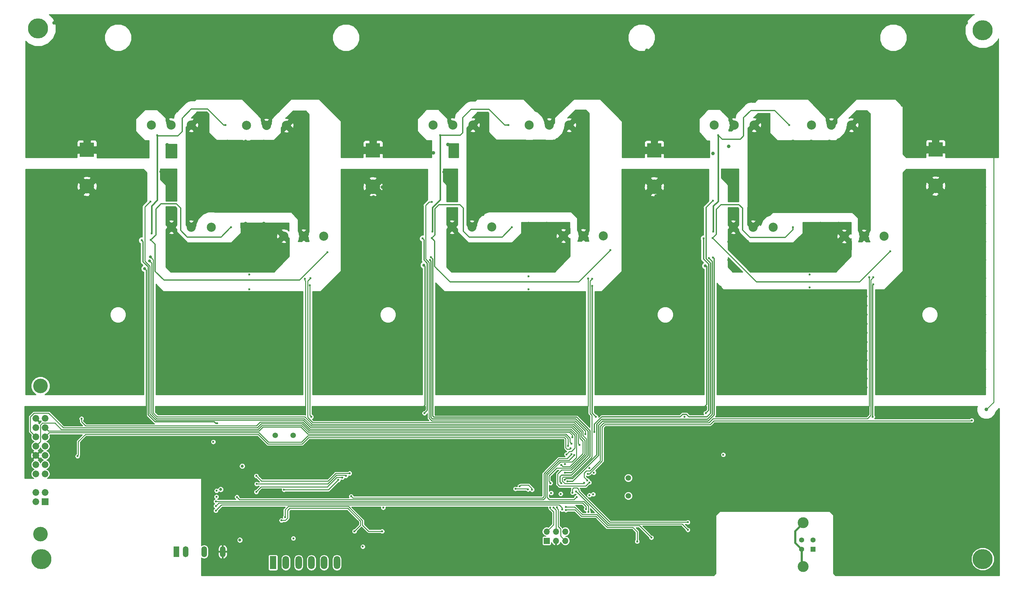
<source format=gbr>
%TF.GenerationSoftware,KiCad,Pcbnew,(5.0.0)*%
%TF.CreationDate,2019-04-29T14:59:10+02:00*%
%TF.ProjectId,Amalga_100,416D616C67615F3130302E6B69636164,rev?*%
%TF.SameCoordinates,Original*%
%TF.FileFunction,Copper,L5,Inr,Signal*%
%TF.FilePolarity,Positive*%
%FSLAX46Y46*%
G04 Gerber Fmt 4.6, Leading zero omitted, Abs format (unit mm)*
G04 Created by KiCad (PCBNEW (5.0.0)) date 04/29/19 14:59:10*
%MOMM*%
%LPD*%
G01*
G04 APERTURE LIST*
%ADD10O,1.700000X1.700000*%
%ADD11R,1.700000X1.700000*%
%ADD12C,3.000000*%
%ADD13C,1.400000*%
%ADD14R,1.400000X1.400000*%
%ADD15C,5.500000*%
%ADD16C,4.000000*%
%ADD17R,4.000000X4.000000*%
%ADD18C,10.000000*%
%ADD19C,0.900000*%
%ADD20C,1.600000*%
%ADD21C,2.500000*%
%ADD22C,1.500000*%
%ADD23O,1.500000X3.000000*%
%ADD24R,1.500000X3.000000*%
%ADD25R,1.850000X1.850000*%
%ADD26C,1.850000*%
%ADD27R,1.800000X3.600000*%
%ADD28O,1.800000X3.600000*%
%ADD29C,0.600000*%
%ADD30C,0.800000*%
%ADD31C,1.000000*%
%ADD32C,0.250000*%
%ADD33C,0.300000*%
%ADD34C,0.600000*%
%ADD35C,0.450000*%
G04 APERTURE END LIST*
D10*
X163480000Y-154960000D03*
X163480000Y-157500000D03*
X160940000Y-154960000D03*
X160940000Y-157500000D03*
X158400000Y-154960000D03*
D11*
X158400000Y-157500000D03*
D12*
X228740000Y-164590000D03*
D13*
X228250000Y-159820000D03*
X228250000Y-157320000D03*
D14*
X231450000Y-159820000D03*
D12*
X228740000Y-152550000D03*
D13*
X231450000Y-157320000D03*
D15*
X277900000Y-162500000D03*
X277900000Y-17500000D03*
X19000000Y-17000000D03*
X19900000Y-162500000D03*
D16*
X110800000Y-60400000D03*
D17*
X110800000Y-50400000D03*
X32400000Y-50300000D03*
D16*
X32400000Y-60300000D03*
X187900000Y-60400000D03*
D17*
X187900000Y-50400000D03*
X265000000Y-50200000D03*
D16*
X265000000Y-60200000D03*
D18*
X25600000Y-82500000D03*
D19*
X29350000Y-82500000D03*
X28251650Y-85151650D03*
X25600000Y-86250000D03*
X22948350Y-85151650D03*
X21850000Y-82500000D03*
X22948350Y-79848350D03*
X25600000Y-78750000D03*
X28251650Y-79848350D03*
X28181650Y-23848350D03*
X25530000Y-22750000D03*
X22878350Y-23848350D03*
X21780000Y-26500000D03*
X22878350Y-29151650D03*
X25530000Y-30250000D03*
X28181650Y-29151650D03*
X29280000Y-26500000D03*
D18*
X25530000Y-26500000D03*
X76100000Y-57500000D03*
D19*
X72350000Y-57500000D03*
X73448350Y-54848350D03*
X76100000Y-53750000D03*
X78751650Y-54848350D03*
X79850000Y-57500000D03*
X78751650Y-60151650D03*
X76100000Y-61250000D03*
X73448350Y-60151650D03*
X156551650Y-60151650D03*
X153900000Y-61250000D03*
X151248350Y-60151650D03*
X150150000Y-57500000D03*
X151248350Y-54848350D03*
X153900000Y-53750000D03*
X156551650Y-54848350D03*
X157650000Y-57500000D03*
D18*
X153900000Y-57500000D03*
X230900000Y-57500000D03*
D19*
X234650000Y-57500000D03*
X233551650Y-54848350D03*
X230900000Y-53750000D03*
X228248350Y-54848350D03*
X227150000Y-57500000D03*
X228248350Y-60151650D03*
X230900000Y-61250000D03*
X233551650Y-60151650D03*
D20*
X30450000Y-105580000D03*
X27910000Y-105570000D03*
X25370000Y-105570000D03*
X22830000Y-105570000D03*
X20290000Y-105570000D03*
X20290000Y-103030000D03*
X22830000Y-103030000D03*
X25370000Y-103030000D03*
X27910000Y-103030000D03*
X30450000Y-103040000D03*
X30450000Y-100500000D03*
X25370000Y-100490000D03*
X22830000Y-100490000D03*
X20290000Y-103030000D03*
X30450000Y-100500000D03*
X27910000Y-100490000D03*
X25370000Y-100490000D03*
X22830000Y-100490000D03*
X20290000Y-100490000D03*
X30450000Y-97950000D03*
X27910000Y-97950000D03*
X25370000Y-97950000D03*
X22830000Y-97950000D03*
X20290000Y-97950000D03*
X30450000Y-95450000D03*
X27910000Y-95450000D03*
X25370000Y-95450000D03*
X22830000Y-95450000D03*
X20290000Y-95450000D03*
D21*
X164560000Y-43500000D03*
X159100000Y-43500000D03*
X153640000Y-43500000D03*
D22*
X180800000Y-140270000D03*
X180800000Y-145150000D03*
X88900000Y-128600000D03*
X84020000Y-128600000D03*
D23*
X69600000Y-160500000D03*
X64520000Y-160500000D03*
X59440000Y-160500000D03*
D24*
X56900000Y-160500000D03*
D25*
X20920000Y-146770000D03*
D26*
X18380000Y-146770000D03*
D16*
X19650000Y-115040000D03*
X19650000Y-155640000D03*
D26*
X20920000Y-144230000D03*
X18380000Y-144230000D03*
X20920000Y-139150000D03*
X18380000Y-139150000D03*
X20920000Y-136610000D03*
X18380000Y-136610000D03*
X20920000Y-134070000D03*
X18380000Y-134070000D03*
X20920000Y-131530000D03*
X18380000Y-131530000D03*
X20920000Y-128990000D03*
X18380000Y-128990000D03*
X20920000Y-126450000D03*
X18380000Y-126450000D03*
X20920000Y-123910000D03*
X18380000Y-123910000D03*
D21*
X209540000Y-71500000D03*
X215000000Y-71500000D03*
X220460000Y-71500000D03*
X239940000Y-74000000D03*
X245400000Y-74000000D03*
X250860000Y-74000000D03*
X173910000Y-73900000D03*
X168450000Y-73900000D03*
X162990000Y-73900000D03*
X143370000Y-71460000D03*
X137910000Y-71460000D03*
X132450000Y-71460000D03*
X55540000Y-71500000D03*
X61000000Y-71500000D03*
X66460000Y-71500000D03*
X230980000Y-43500000D03*
X236440000Y-43500000D03*
X241900000Y-43500000D03*
X204340000Y-43500000D03*
X209800000Y-43500000D03*
X215260000Y-43500000D03*
X138160000Y-43500000D03*
X132700000Y-43500000D03*
X127240000Y-43500000D03*
X87060000Y-43600000D03*
X81600000Y-43600000D03*
X76140000Y-43600000D03*
X86350000Y-73950000D03*
X91810000Y-73950000D03*
X97270000Y-73950000D03*
X50040000Y-43500000D03*
X55500000Y-43500000D03*
X60960000Y-43500000D03*
D27*
X83400000Y-163500000D03*
D28*
X86900000Y-163500000D03*
X90400000Y-163500000D03*
X93900000Y-163500000D03*
X97400000Y-163500000D03*
X100900000Y-163500000D03*
D29*
X246800000Y-85200000D03*
X169800000Y-85600000D03*
X92100000Y-85700000D03*
X71012492Y-130376076D03*
X202400000Y-133900000D03*
X86400000Y-134750000D03*
X175300000Y-142650000D03*
X90900000Y-121500000D03*
X168900000Y-121500000D03*
X200900000Y-121500000D03*
X245900000Y-121500000D03*
X123900000Y-121500000D03*
X93400000Y-144500000D03*
D30*
X201900000Y-82100000D03*
X124700000Y-81900000D03*
D29*
X179900000Y-135500000D03*
X186900000Y-137500000D03*
X173900000Y-140000000D03*
X168343763Y-149356237D03*
X155600000Y-142500000D03*
X77000000Y-153200000D03*
X82380000Y-135490000D03*
X100900000Y-133000000D03*
X115900000Y-135000000D03*
X133400000Y-135000000D03*
X148400000Y-163000000D03*
X148400000Y-153000000D03*
X170900000Y-160500000D03*
X195900000Y-163000000D03*
X195900000Y-140500000D03*
X215900000Y-140500000D03*
X238400000Y-140500000D03*
X228400000Y-130500000D03*
X258400000Y-148000000D03*
X260900000Y-163000000D03*
X38400000Y-123000000D03*
D30*
X54830000Y-134420000D03*
X48200000Y-82850000D03*
X43460000Y-137580000D03*
X41130000Y-138460000D03*
D29*
X28240000Y-138020000D03*
D30*
X40940000Y-134170000D03*
D29*
X89000000Y-144500000D03*
X92000000Y-159900000D03*
X159000000Y-133200000D03*
X174100000Y-144400000D03*
X92000000Y-154600000D03*
X159411944Y-145528046D03*
X170880000Y-149330000D03*
X98960000Y-154470000D03*
X99400000Y-159700000D03*
X146000000Y-135000000D03*
X109700000Y-150200000D03*
X110400000Y-144500000D03*
X114900000Y-158000000D03*
X49860000Y-124870000D03*
X30900000Y-124000000D03*
X166600000Y-145500000D03*
X206600000Y-56300000D03*
X230500000Y-84511855D03*
D31*
X232150000Y-79250000D03*
X227150000Y-79250000D03*
X233400000Y-78000000D03*
X234650000Y-81750000D03*
X235900000Y-83000000D03*
X229650000Y-79250000D03*
X235900000Y-78000000D03*
X234650000Y-79250000D03*
X225900000Y-83000000D03*
X230900000Y-78000000D03*
X225900000Y-80500000D03*
X228400000Y-78000000D03*
X225900000Y-78000000D03*
X235900000Y-80500000D03*
X215900000Y-78000000D03*
X210900000Y-78000000D03*
X213400000Y-80500000D03*
X220900000Y-78000000D03*
X218400000Y-80500000D03*
X223400000Y-80500000D03*
X220900000Y-83000000D03*
X215900000Y-83000000D03*
X210900000Y-83000000D03*
X208400000Y-80500000D03*
X208400000Y-75500000D03*
X213400000Y-75500000D03*
X210900000Y-73000000D03*
X228400000Y-75500000D03*
X233400000Y-75500000D03*
X238400000Y-75500000D03*
X238400000Y-80500000D03*
X240900000Y-78000000D03*
X235900000Y-73000000D03*
X230900000Y-73000000D03*
X233400000Y-70500000D03*
X238400000Y-70500000D03*
D29*
X207500000Y-58200000D03*
X76900000Y-84500000D03*
D31*
X80900000Y-83000000D03*
X77150000Y-79250000D03*
X75900000Y-78000000D03*
X79650000Y-79250000D03*
X75900000Y-80500000D03*
X70900000Y-80500000D03*
X73400000Y-78000000D03*
X78400000Y-80500000D03*
X74650000Y-79250000D03*
X77150000Y-79250000D03*
X78400000Y-78000000D03*
X73400000Y-78000000D03*
X75900000Y-78000000D03*
X75900000Y-80500000D03*
X72150000Y-79250000D03*
X73400000Y-80500000D03*
X73400000Y-78000000D03*
X75900000Y-80500000D03*
X75900000Y-78000000D03*
X78400000Y-78000000D03*
X74650000Y-79250000D03*
X80900000Y-80500000D03*
X75900000Y-78000000D03*
X78400000Y-80500000D03*
X78400000Y-78000000D03*
X70900000Y-80500000D03*
X72150000Y-81750000D03*
X85900000Y-78000000D03*
X70900000Y-78000000D03*
X70900000Y-80500000D03*
X80900000Y-78000000D03*
X80900000Y-80500000D03*
X80900000Y-80500000D03*
X70900000Y-80500000D03*
X80900000Y-78000000D03*
X70900000Y-78000000D03*
X70900000Y-78000000D03*
X70900000Y-83000000D03*
X80900000Y-80500000D03*
X80900000Y-80500000D03*
X80900000Y-80500000D03*
X80900000Y-80500000D03*
X68400000Y-83000000D03*
X58400000Y-83000000D03*
X55900000Y-75500000D03*
X55900000Y-80500000D03*
X58400000Y-78000000D03*
X63400000Y-78000000D03*
X60900000Y-80500000D03*
X63400000Y-83000000D03*
X65900000Y-80500000D03*
X68400000Y-78000000D03*
X83400000Y-83000000D03*
X83400000Y-78000000D03*
X85900000Y-80500000D03*
X83400000Y-73000000D03*
X80900000Y-75500000D03*
X78400000Y-73000000D03*
X75900000Y-75500000D03*
X75900000Y-70500000D03*
X80900000Y-70500000D03*
D29*
X52500000Y-56300000D03*
X53650000Y-58250000D03*
X247900000Y-87210000D03*
X170900000Y-87610000D03*
X93500000Y-87415134D03*
X247750009Y-123500000D03*
X67887500Y-145425000D03*
X93900000Y-123500000D03*
X171900000Y-123500000D03*
X171150000Y-144750000D03*
X170101533Y-137568374D03*
X171323411Y-138791808D03*
X163391303Y-136499978D03*
X162239845Y-144639845D03*
X170100000Y-145000000D03*
X67900002Y-143780000D03*
X196200000Y-123500000D03*
X29800000Y-134300000D03*
X164970000Y-132130000D03*
X159640000Y-144390000D03*
X161200000Y-148300000D03*
D30*
X69040000Y-143420000D03*
X74949992Y-137030008D03*
D29*
X88962500Y-156837500D03*
D30*
X74300000Y-157300000D03*
D29*
X108000000Y-159100000D03*
X67725010Y-147965000D03*
X169175010Y-148793826D03*
X67725010Y-146695000D03*
X169819998Y-149590000D03*
X93680000Y-85465134D03*
X170082317Y-141533785D03*
X247900000Y-85261857D03*
X169548746Y-140937698D03*
D31*
X48400000Y-15500000D03*
X53400000Y-15500000D03*
X58400000Y-15500000D03*
X63400000Y-15500000D03*
X73400000Y-15500000D03*
X78400000Y-15500000D03*
X83400000Y-15500000D03*
X88400000Y-15500000D03*
X88400000Y-15500000D03*
X93400000Y-15500000D03*
X98400000Y-15500000D03*
X108400000Y-15500000D03*
X113400000Y-15500000D03*
X105900000Y-28000000D03*
X103400000Y-30500000D03*
X105900000Y-33000000D03*
X103400000Y-35500000D03*
X108400000Y-30500000D03*
X108400000Y-25500000D03*
X108400000Y-20500000D03*
X110900000Y-18000000D03*
X110900000Y-23000000D03*
X110900000Y-28000000D03*
X110900000Y-33000000D03*
X108400000Y-35500000D03*
X113400000Y-35500000D03*
X113400000Y-30500000D03*
X113400000Y-25500000D03*
X113400000Y-20500000D03*
X115900000Y-18000000D03*
X115900000Y-23000000D03*
X115900000Y-28000000D03*
X115900000Y-33000000D03*
X118400000Y-30500000D03*
X118400000Y-20500000D03*
X118400000Y-15500000D03*
X90900000Y-18000000D03*
X90900000Y-23000000D03*
X90900000Y-28000000D03*
X90900000Y-33000000D03*
X93400000Y-30500000D03*
X93400000Y-25500000D03*
X93400000Y-20500000D03*
X95900000Y-18000000D03*
X98400000Y-20500000D03*
X95900000Y-23000000D03*
X98400000Y-25500000D03*
X95900000Y-28000000D03*
X100900000Y-28000000D03*
X98400000Y-30500000D03*
X95900000Y-33000000D03*
X98400000Y-35500000D03*
X100900000Y-33000000D03*
X93400000Y-35500000D03*
X88400000Y-30500000D03*
X88400000Y-25500000D03*
X88400000Y-20500000D03*
X88400000Y-35500000D03*
X118400000Y-35500000D03*
X120900000Y-33000000D03*
X120900000Y-28000000D03*
X120900000Y-23000000D03*
X120900000Y-18000000D03*
X90900000Y-18000000D03*
X85900000Y-18000000D03*
X80900000Y-18000000D03*
X75900000Y-18000000D03*
X65900000Y-18000000D03*
X60900000Y-18000000D03*
X55900000Y-18000000D03*
X50900000Y-18000000D03*
X65900000Y-23000000D03*
X90900000Y-23000000D03*
X85900000Y-23000000D03*
X60900000Y-23000000D03*
X75900000Y-23000000D03*
X50900000Y-23000000D03*
X80900000Y-23000000D03*
X55900000Y-23000000D03*
X78400000Y-20500000D03*
X83400000Y-20500000D03*
X73400000Y-20500000D03*
X88400000Y-20500000D03*
X58400000Y-20500000D03*
X53400000Y-20500000D03*
X63400000Y-20500000D03*
X85900000Y-28000000D03*
X53400000Y-25500000D03*
X65900000Y-28000000D03*
X50900000Y-28000000D03*
X90900000Y-28000000D03*
X73400000Y-25500000D03*
X83400000Y-25500000D03*
X80900000Y-28000000D03*
X48400000Y-25500000D03*
X88400000Y-25500000D03*
X63400000Y-25500000D03*
X75900000Y-28000000D03*
X78400000Y-25500000D03*
X60900000Y-28000000D03*
X55900000Y-28000000D03*
X73400000Y-30500000D03*
X88400000Y-30500000D03*
X75900000Y-33000000D03*
X48400000Y-30500000D03*
X63400000Y-30500000D03*
X90900000Y-33000000D03*
X78400000Y-30500000D03*
X50900000Y-33000000D03*
X53400000Y-30500000D03*
X65900000Y-33000000D03*
X48400000Y-35500000D03*
X45900000Y-33000000D03*
X45900000Y-28000000D03*
X43400000Y-30500000D03*
X43400000Y-35500000D03*
X40900000Y-33000000D03*
X40900000Y-28000000D03*
X38400000Y-30500000D03*
X38400000Y-35500000D03*
X35900000Y-33000000D03*
X35900000Y-28000000D03*
X33400000Y-30500000D03*
X33400000Y-35500000D03*
X28400000Y-35500000D03*
X23400000Y-35500000D03*
X18400000Y-35500000D03*
X20900000Y-38000000D03*
X25900000Y-38000000D03*
X30900000Y-38000000D03*
X35900000Y-38000000D03*
X40900000Y-38000000D03*
X38400000Y-40500000D03*
X33400000Y-40500000D03*
X28400000Y-40500000D03*
X23400000Y-40500000D03*
X18400000Y-40500000D03*
X20900000Y-43000000D03*
X25900000Y-43000000D03*
X30900000Y-43000000D03*
X35900000Y-43000000D03*
X40900000Y-43000000D03*
X38400000Y-45500000D03*
X23400000Y-45500000D03*
X18400000Y-45500000D03*
X20900000Y-48000000D03*
X25900000Y-48000000D03*
X35900000Y-48000000D03*
X40900000Y-48000000D03*
X123400000Y-35500000D03*
X123400000Y-30500000D03*
X123400000Y-25500000D03*
X123400000Y-20500000D03*
X123400000Y-15500000D03*
X125900000Y-18000000D03*
X128400000Y-15500000D03*
X128400000Y-20500000D03*
X125900000Y-23000000D03*
X125900000Y-28000000D03*
X125900000Y-33000000D03*
X128400000Y-35500000D03*
X128400000Y-30500000D03*
X128400000Y-25500000D03*
X130900000Y-23000000D03*
X130900000Y-18000000D03*
X133400000Y-15500000D03*
X133400000Y-20500000D03*
X133400000Y-25500000D03*
X130900000Y-28000000D03*
X130900000Y-33000000D03*
X140900000Y-33000000D03*
X135900000Y-28000000D03*
X135900000Y-23000000D03*
X135900000Y-18000000D03*
X138400000Y-15500000D03*
X138400000Y-20500000D03*
X138400000Y-25500000D03*
X140900000Y-28000000D03*
X140900000Y-23000000D03*
X140900000Y-18000000D03*
X143400000Y-15500000D03*
X143400000Y-20500000D03*
X143400000Y-25500000D03*
X143400000Y-30500000D03*
X143400000Y-35500000D03*
X150900000Y-33000000D03*
X150900000Y-23000000D03*
X150900000Y-18000000D03*
X153400000Y-15500000D03*
X153400000Y-20500000D03*
X153400000Y-25500000D03*
X150900000Y-28000000D03*
X153400000Y-30500000D03*
X153400000Y-35500000D03*
X155900000Y-33000000D03*
X155900000Y-28000000D03*
X155900000Y-23000000D03*
X155900000Y-18000000D03*
X158400000Y-15500000D03*
X158400000Y-20500000D03*
X158400000Y-25500000D03*
X160900000Y-28000000D03*
X163400000Y-25500000D03*
X160900000Y-23000000D03*
X160900000Y-18000000D03*
X163400000Y-15500000D03*
X163400000Y-20500000D03*
X165900000Y-18000000D03*
X165900000Y-23000000D03*
X165900000Y-28000000D03*
X165900000Y-33000000D03*
X168400000Y-35500000D03*
X168400000Y-30500000D03*
X168400000Y-25500000D03*
X168400000Y-20500000D03*
X168400000Y-15500000D03*
X190900000Y-23000000D03*
X190900000Y-18000000D03*
X190900000Y-28000000D03*
X190900000Y-33000000D03*
X183400000Y-30500000D03*
X185900000Y-28000000D03*
X185900000Y-33000000D03*
X188400000Y-15500000D03*
X168400000Y-15500000D03*
X170900000Y-18000000D03*
X168400000Y-20500000D03*
X178400000Y-30500000D03*
X180900000Y-28000000D03*
X183400000Y-15500000D03*
X170900000Y-23000000D03*
X175900000Y-28000000D03*
X168400000Y-25500000D03*
X178400000Y-15500000D03*
X183400000Y-35500000D03*
X178400000Y-35500000D03*
X173400000Y-35500000D03*
X173400000Y-30500000D03*
X178400000Y-25500000D03*
X183400000Y-25500000D03*
X173400000Y-25500000D03*
X185900000Y-23000000D03*
X175900000Y-18000000D03*
X173400000Y-15500000D03*
X175900000Y-23000000D03*
X175900000Y-33000000D03*
X180900000Y-33000000D03*
X188400000Y-30500000D03*
X173400000Y-20500000D03*
X188400000Y-25500000D03*
X188400000Y-20500000D03*
X188400000Y-35500000D03*
X170900000Y-33000000D03*
X168400000Y-30500000D03*
X170900000Y-28000000D03*
X168400000Y-35500000D03*
X165900000Y-18000000D03*
X165900000Y-23000000D03*
X165900000Y-28000000D03*
X165900000Y-33000000D03*
X208400000Y-30500000D03*
X213400000Y-15500000D03*
X193400000Y-35500000D03*
X220900000Y-23000000D03*
X210900000Y-28000000D03*
X200900000Y-23000000D03*
X198400000Y-20500000D03*
X205900000Y-28000000D03*
X200900000Y-18000000D03*
X198400000Y-25500000D03*
X218400000Y-15500000D03*
X193400000Y-20500000D03*
X193400000Y-15500000D03*
X193400000Y-25500000D03*
X198400000Y-15500000D03*
X210900000Y-18000000D03*
X220900000Y-18000000D03*
X220900000Y-28000000D03*
X220900000Y-33000000D03*
X193400000Y-30500000D03*
X215900000Y-18000000D03*
X215900000Y-28000000D03*
X198400000Y-35500000D03*
X198400000Y-30500000D03*
X208400000Y-20500000D03*
X208400000Y-35500000D03*
X213400000Y-25500000D03*
X218400000Y-25500000D03*
X205900000Y-18000000D03*
X203400000Y-25500000D03*
X203400000Y-15500000D03*
X208400000Y-25500000D03*
X215900000Y-23000000D03*
X205900000Y-23000000D03*
X203400000Y-35500000D03*
X203400000Y-20500000D03*
X203400000Y-30500000D03*
X210900000Y-23000000D03*
X213400000Y-20500000D03*
X205900000Y-33000000D03*
X218400000Y-20500000D03*
X218400000Y-35500000D03*
X200900000Y-33000000D03*
X218400000Y-30500000D03*
X200900000Y-28000000D03*
X208400000Y-15500000D03*
X195900000Y-33000000D03*
X195900000Y-18000000D03*
X195900000Y-28000000D03*
X195900000Y-23000000D03*
X238400000Y-15500000D03*
X235900000Y-28000000D03*
X225900000Y-23000000D03*
X223400000Y-20500000D03*
X230900000Y-28000000D03*
X225900000Y-18000000D03*
X223400000Y-15500000D03*
X235900000Y-18000000D03*
X245900000Y-28000000D03*
X245900000Y-33000000D03*
X240900000Y-28000000D03*
X248400000Y-30500000D03*
X253400000Y-30500000D03*
X258400000Y-15500000D03*
X223400000Y-30500000D03*
X233400000Y-20500000D03*
X238400000Y-25500000D03*
X243400000Y-25500000D03*
X230900000Y-18000000D03*
X228400000Y-25500000D03*
X228400000Y-15500000D03*
X233400000Y-25500000D03*
X230900000Y-23000000D03*
X228400000Y-20500000D03*
X228400000Y-30500000D03*
X235900000Y-23000000D03*
X238400000Y-20500000D03*
X225900000Y-33000000D03*
X243400000Y-30500000D03*
X225900000Y-28000000D03*
X258400000Y-20500000D03*
X258400000Y-25500000D03*
X250900000Y-33000000D03*
X250900000Y-28000000D03*
X233400000Y-15500000D03*
X223400000Y-35500000D03*
X228400000Y-35500000D03*
X243400000Y-35500000D03*
X248400000Y-35500000D03*
X253400000Y-35500000D03*
X240900000Y-23000000D03*
X255900000Y-28000000D03*
X258400000Y-25500000D03*
X258400000Y-20500000D03*
X255900000Y-33000000D03*
X258400000Y-35500000D03*
X248400000Y-20500000D03*
X258400000Y-15500000D03*
X258400000Y-30500000D03*
X263400000Y-35500000D03*
X260900000Y-18000000D03*
X263400000Y-25500000D03*
X260900000Y-23000000D03*
X260900000Y-28000000D03*
X263400000Y-15500000D03*
X263400000Y-30500000D03*
X263400000Y-20500000D03*
X260900000Y-33000000D03*
X268400000Y-20500000D03*
X265900000Y-33000000D03*
X268400000Y-30500000D03*
X265900000Y-28000000D03*
X265900000Y-18000000D03*
X268400000Y-35500000D03*
X268400000Y-25500000D03*
X268400000Y-15500000D03*
X270900000Y-18000000D03*
X273400000Y-30500000D03*
X270900000Y-33000000D03*
X273400000Y-35500000D03*
X273400000Y-15500000D03*
X273400000Y-25500000D03*
X273400000Y-20500000D03*
X270900000Y-23000000D03*
X270900000Y-28000000D03*
X278400000Y-25500000D03*
X278400000Y-35500000D03*
X278400000Y-30500000D03*
X275900000Y-28000000D03*
X275900000Y-33000000D03*
X280900000Y-33000000D03*
X280900000Y-28000000D03*
X280900000Y-23000000D03*
X275900000Y-23000000D03*
X105900000Y-43000000D03*
X105900000Y-38000000D03*
X108400000Y-40500000D03*
X103400000Y-40500000D03*
X113400000Y-40500000D03*
X113400000Y-45500000D03*
X115900000Y-43000000D03*
X110900000Y-43000000D03*
X120900000Y-38000000D03*
X123400000Y-40500000D03*
X118400000Y-40500000D03*
X120900000Y-43000000D03*
X115900000Y-48000000D03*
X120900000Y-48000000D03*
X118400000Y-45500000D03*
X110900000Y-48000000D03*
X103400000Y-45500000D03*
X105900000Y-48000000D03*
X108400000Y-45500000D03*
X110900000Y-38000000D03*
X115900000Y-38000000D03*
X28400000Y-45500000D03*
X33400000Y-45500000D03*
X48400000Y-20500000D03*
X45900000Y-18000000D03*
X45900000Y-23000000D03*
X43400000Y-25500000D03*
X38400000Y-25500000D03*
X35900000Y-23000000D03*
X35900000Y-18000000D03*
X43400000Y-15500000D03*
X38400000Y-15500000D03*
X33400000Y-15500000D03*
X33400000Y-20500000D03*
X33400000Y-25500000D03*
X28400000Y-15500000D03*
X30900000Y-18000000D03*
X25900000Y-18000000D03*
X23400000Y-15500000D03*
X53400000Y-35500000D03*
X63400000Y-35500000D03*
X73400000Y-35500000D03*
X78400000Y-35500000D03*
X80900000Y-38000000D03*
X155900000Y-38000000D03*
X193400000Y-40500000D03*
X190900000Y-43000000D03*
X190900000Y-38000000D03*
X185900000Y-38000000D03*
X183400000Y-40500000D03*
X180900000Y-38000000D03*
X180900000Y-43000000D03*
X185900000Y-43000000D03*
X195900000Y-43000000D03*
X195900000Y-38000000D03*
X198400000Y-40500000D03*
X200900000Y-38000000D03*
X198400000Y-45500000D03*
X193400000Y-45500000D03*
X188400000Y-45500000D03*
X183400000Y-45500000D03*
X180900000Y-48000000D03*
X190900000Y-48000000D03*
X195900000Y-48000000D03*
X200900000Y-48000000D03*
X255900000Y-38000000D03*
X260900000Y-38000000D03*
X265900000Y-38000000D03*
X270900000Y-38000000D03*
X275900000Y-38000000D03*
X280900000Y-38000000D03*
X278400000Y-40500000D03*
X273400000Y-40500000D03*
X268400000Y-40500000D03*
X258400000Y-40500000D03*
X265900000Y-43000000D03*
X260900000Y-43000000D03*
X270900000Y-43000000D03*
X275900000Y-43000000D03*
X280900000Y-43000000D03*
X258400000Y-45500000D03*
X263400000Y-45500000D03*
X268400000Y-45500000D03*
X273400000Y-45500000D03*
X278400000Y-45500000D03*
X280900000Y-48000000D03*
X275900000Y-48000000D03*
X270900000Y-48000000D03*
X260900000Y-48000000D03*
X258400000Y-50500000D03*
X268400000Y-50500000D03*
X278400000Y-50500000D03*
X125900000Y-38000000D03*
X243400000Y-15500000D03*
X248400000Y-15500000D03*
X240900000Y-18000000D03*
X103400000Y-25500000D03*
X265900000Y-23000000D03*
X148400000Y-30500000D03*
X148400000Y-35500000D03*
X148400000Y-15500000D03*
X148400000Y-25500000D03*
X148400000Y-20500000D03*
X145900000Y-28000000D03*
X145900000Y-33000000D03*
X145900000Y-18000000D03*
X145900000Y-23000000D03*
X230900000Y-33000000D03*
X233400000Y-30500000D03*
X233400000Y-35500000D03*
X68400000Y-15500000D03*
X68400000Y-20500000D03*
X68400000Y-25500000D03*
X68400000Y-30500000D03*
X68400000Y-35500000D03*
X70900000Y-33000000D03*
X70900000Y-28000000D03*
X70900000Y-23000000D03*
X70900000Y-18000000D03*
X130900000Y-38000000D03*
X242900000Y-20500000D03*
X245900000Y-18500000D03*
X245900000Y-23000000D03*
X253400000Y-25500000D03*
X50900000Y-38000000D03*
X55900000Y-38000000D03*
X78400000Y-38000000D03*
X53400000Y-38000000D03*
X133400000Y-38000000D03*
X158400000Y-38000000D03*
X205900000Y-38000000D03*
X208400000Y-38000000D03*
X233400000Y-38000000D03*
X235900000Y-38000000D03*
X278900000Y-121500000D03*
X263400000Y-40500000D03*
X273400000Y-50500000D03*
X248400000Y-25500000D03*
X118400000Y-48000000D03*
X103400000Y-48000000D03*
X123400000Y-48000000D03*
X38400000Y-48000000D03*
X28400000Y-48000000D03*
X23400000Y-48000000D03*
X18400000Y-48000000D03*
X183400000Y-48000000D03*
X193399998Y-48000000D03*
X198400000Y-48000000D03*
X260900000Y-50500000D03*
X270900000Y-50500000D03*
X275900000Y-50500000D03*
X280900000Y-50500000D03*
X188400000Y-40500000D03*
X208300000Y-49350000D03*
X204000000Y-51250000D03*
X131300000Y-48850000D03*
X127350000Y-51150000D03*
X46650000Y-51250000D03*
X54400000Y-48900000D03*
X18400000Y-30500000D03*
X18400000Y-25500000D03*
X30900000Y-33000000D03*
X20900000Y-33000000D03*
D29*
X159381212Y-148360918D03*
X160300000Y-148400000D03*
X187100000Y-156625010D03*
X163710000Y-148210000D03*
X183200000Y-157700000D03*
X163650000Y-149090000D03*
X165490000Y-129060000D03*
X165224332Y-130879988D03*
D31*
X150900000Y-78000000D03*
X153400000Y-80500000D03*
X149650000Y-79250000D03*
X154650000Y-79250000D03*
X153400000Y-80500000D03*
X153400000Y-78000000D03*
X150900000Y-80500000D03*
X150900000Y-78000000D03*
X152150000Y-79250000D03*
X153400000Y-78000000D03*
X157150000Y-79250000D03*
X155900000Y-78000000D03*
X155900000Y-80500000D03*
X153400000Y-78000000D03*
X155900000Y-80500000D03*
X152150000Y-79250000D03*
X153400000Y-80500000D03*
X153400000Y-78000000D03*
X154650000Y-79250000D03*
X155900000Y-78000000D03*
X148400000Y-80500000D03*
X148400000Y-80500000D03*
X158400000Y-78000000D03*
X158400000Y-78000000D03*
X148400000Y-78000000D03*
X148400000Y-78000000D03*
X133400000Y-75500000D03*
D29*
X153400000Y-85000000D03*
D31*
X133400000Y-80500000D03*
X135900000Y-78000000D03*
X138400000Y-80500000D03*
X140900000Y-78000000D03*
X143400000Y-80500000D03*
X145900000Y-78000000D03*
X148400000Y-80500000D03*
X150900000Y-78000000D03*
X155900000Y-78000000D03*
X160900000Y-78000000D03*
X158400000Y-75500000D03*
X153400000Y-75500000D03*
X155900000Y-73000000D03*
X145900000Y-83000000D03*
X140900000Y-83000000D03*
X135900000Y-83000000D03*
X160900000Y-73000000D03*
X158400000Y-70500000D03*
X153400000Y-70500000D03*
X148400000Y-80500000D03*
X158400000Y-78000000D03*
X148400000Y-78000000D03*
X149650000Y-81750000D03*
X148400000Y-83000000D03*
X157150000Y-81750000D03*
X158400000Y-83000000D03*
X160900000Y-80500000D03*
X163400000Y-78000000D03*
D29*
X130100000Y-56400000D03*
X130300000Y-58150000D03*
D31*
X158400000Y-80500000D03*
D29*
X170900000Y-85661857D03*
X168700000Y-141600000D03*
X197100000Y-154500000D03*
X166504770Y-144025010D03*
X165475368Y-144306158D03*
X197099989Y-152399989D03*
X51700000Y-46300000D03*
X70400000Y-43500000D03*
X50100000Y-73200000D03*
X224900000Y-43500000D03*
X204100000Y-72700000D03*
X205400000Y-46300000D03*
X105700000Y-154900000D03*
X85700000Y-151900000D03*
X127100000Y-72700000D03*
X147900000Y-43500000D03*
X129200000Y-46300000D03*
X225900000Y-71500000D03*
X203900000Y-74500000D03*
X252600000Y-78100000D03*
X86699996Y-151030004D03*
X113300000Y-154900000D03*
X159460000Y-141670000D03*
D30*
X49791187Y-79644757D03*
D29*
X162400000Y-136700000D03*
D30*
X49509999Y-80710001D03*
D29*
X126400000Y-80500000D03*
X163400000Y-138800000D03*
X126700000Y-79700000D03*
X162400000Y-141700000D03*
X202900000Y-80000000D03*
X163357090Y-140805454D03*
X164100000Y-141200000D03*
X204000004Y-79800000D03*
D31*
X140900000Y-48000000D03*
X140900000Y-53000000D03*
X143400000Y-55500000D03*
X138400000Y-50500000D03*
X143400000Y-50500000D03*
X138400000Y-55500000D03*
X140900000Y-58000000D03*
X145900000Y-58000000D03*
X145900000Y-53000000D03*
X145900000Y-48000000D03*
X150900000Y-48000000D03*
X165900000Y-48000000D03*
X160900000Y-48000000D03*
X155900000Y-48000000D03*
X168400000Y-45500000D03*
X168400000Y-50500000D03*
X168400000Y-40500000D03*
X165900000Y-53000000D03*
X163400000Y-50500000D03*
X163400000Y-55500000D03*
X160900000Y-53000000D03*
X160900000Y-58000000D03*
X160900000Y-63000000D03*
X163400000Y-60500000D03*
X165900000Y-58000000D03*
X168400000Y-55500000D03*
X168400000Y-60500000D03*
X165900000Y-63000000D03*
X168400000Y-65500000D03*
X163400000Y-65500000D03*
X158400000Y-65500000D03*
X153400000Y-65500000D03*
X148400000Y-65500000D03*
X143400000Y-65500000D03*
X143400000Y-60500000D03*
X140900000Y-63000000D03*
X145900000Y-63000000D03*
X140900000Y-68000000D03*
X138400000Y-60500000D03*
X138400000Y-65500000D03*
X148400000Y-50500000D03*
X153400000Y-50500000D03*
X158400000Y-50500000D03*
X140900000Y-43000000D03*
D29*
X126900000Y-64600000D03*
X169020000Y-128270000D03*
D31*
X168300000Y-68700000D03*
X60900000Y-58000000D03*
X60900000Y-63000000D03*
X60900000Y-68000000D03*
X63400000Y-60500000D03*
X65900000Y-58000000D03*
X65900000Y-63000000D03*
X68400000Y-60500000D03*
X63400000Y-65500000D03*
X68400000Y-65500000D03*
X73400000Y-65500000D03*
X78400000Y-65500000D03*
X83400000Y-65500000D03*
X88400000Y-65500000D03*
X85900000Y-63000000D03*
X88400000Y-60500000D03*
X85900000Y-58000000D03*
X83400000Y-60500000D03*
X90900000Y-63000000D03*
X90900000Y-58000000D03*
X88400000Y-55500000D03*
X90900000Y-53000000D03*
X85900000Y-53000000D03*
X83400000Y-55500000D03*
X83400000Y-50500000D03*
X88400000Y-50500000D03*
X90900000Y-48000000D03*
X85900000Y-48000000D03*
X90900000Y-43000000D03*
X80900000Y-48000000D03*
X75900000Y-48000000D03*
X70900000Y-48000000D03*
X65900000Y-48000000D03*
X63400000Y-45500000D03*
X63400000Y-50500000D03*
X68400000Y-50500000D03*
X65900000Y-53000000D03*
X63400000Y-55500000D03*
X68400000Y-55500000D03*
X60900000Y-53000000D03*
X60900000Y-48000000D03*
X63400000Y-40500000D03*
X91500000Y-68800000D03*
X73400000Y-50500000D03*
X78400000Y-50500000D03*
D29*
X167370000Y-131220000D03*
X49774990Y-64500000D03*
D31*
X218400000Y-50500000D03*
X215900000Y-48000000D03*
X220900000Y-48000000D03*
X215900000Y-53000000D03*
X220900000Y-53000000D03*
X218400000Y-55500000D03*
X218400000Y-65500000D03*
X220900000Y-63000000D03*
X220900000Y-58000000D03*
X216500000Y-62900000D03*
X223400000Y-60500000D03*
X223400000Y-55500000D03*
X223400000Y-50500000D03*
X228400000Y-50500000D03*
X225900000Y-48000000D03*
X230900000Y-48000000D03*
X235900000Y-48000000D03*
X240900000Y-48000000D03*
X245900000Y-48000000D03*
X245900000Y-43000000D03*
X245900000Y-53000000D03*
X245900000Y-58000000D03*
X245900000Y-63000000D03*
X245400000Y-68700000D03*
X243400000Y-45500000D03*
X243400000Y-60500000D03*
X243400000Y-65500000D03*
X243400000Y-50500000D03*
X243400000Y-55500000D03*
X240900000Y-48000000D03*
X238400000Y-65500000D03*
X240900000Y-63000000D03*
X240900000Y-53000000D03*
X240900000Y-58000000D03*
X238400000Y-50500000D03*
X238400000Y-55500000D03*
X238400000Y-60500000D03*
X233400000Y-65500000D03*
X228400000Y-65500000D03*
X223400000Y-65500000D03*
X214300000Y-67700000D03*
X233400000Y-50500000D03*
D29*
X171474968Y-127654990D03*
D31*
X216500000Y-58000000D03*
X218400000Y-45500000D03*
X217900000Y-43000000D03*
D29*
X204000000Y-64200000D03*
D31*
X218400000Y-60500000D03*
D29*
X49900000Y-75000000D03*
X71900000Y-71500000D03*
X98300000Y-78400000D03*
X126900000Y-74500000D03*
X148900000Y-71500000D03*
X175900000Y-77800000D03*
X67725010Y-149235000D03*
X162660002Y-148940000D03*
X163810000Y-133800000D03*
X164300000Y-131500000D03*
X169700000Y-139159553D03*
X274900000Y-124500000D03*
X201400000Y-74600000D03*
X124400000Y-74600000D03*
X47400000Y-75100000D03*
X67012492Y-130376076D03*
X68120000Y-125270000D03*
X124900000Y-122500000D03*
X206800000Y-133900000D03*
X201999994Y-122500000D03*
X113600000Y-148400000D03*
D31*
X197150000Y-59250000D03*
X179650000Y-61750000D03*
X195900000Y-60500000D03*
X200900000Y-60500000D03*
X193400000Y-60500000D03*
X179650000Y-59250000D03*
X194650000Y-61750000D03*
X193400000Y-63000000D03*
X195900000Y-63000000D03*
X197150000Y-61750000D03*
X198400000Y-63000000D03*
X199650000Y-61750000D03*
X199650000Y-59250000D03*
X198400000Y-60500000D03*
X192150000Y-59250000D03*
X194650000Y-59250000D03*
X192150000Y-61750000D03*
X190900000Y-63000000D03*
X200900000Y-63000000D03*
X180900000Y-60500000D03*
X190900000Y-60500000D03*
X183400000Y-60500000D03*
X185900000Y-63000000D03*
X183400000Y-63000000D03*
X182150000Y-59250000D03*
X188400000Y-63000000D03*
X180900000Y-63000000D03*
X184650000Y-61750000D03*
X184650000Y-59250000D03*
X182150000Y-61750000D03*
X202150000Y-61750000D03*
X199650000Y-59250000D03*
X202150000Y-59250000D03*
X180900000Y-65500000D03*
X185900000Y-65500000D03*
X190900000Y-65500000D03*
X188400000Y-68000000D03*
X183400000Y-68000000D03*
X180900000Y-70500000D03*
X185900000Y-70500000D03*
X190900000Y-70500000D03*
X188400000Y-73000000D03*
X183400000Y-73000000D03*
X180900000Y-75500000D03*
X185900000Y-75500000D03*
X190900000Y-75500000D03*
X188400000Y-78000000D03*
X183400000Y-78000000D03*
X180900000Y-80500000D03*
X185900000Y-80500000D03*
X190900000Y-80500000D03*
X193400000Y-83000000D03*
X198400000Y-83000000D03*
X188400000Y-83000000D03*
X183400000Y-83000000D03*
X180900000Y-85500000D03*
X185900000Y-85500000D03*
X190900000Y-85500000D03*
X195900000Y-85500000D03*
X200900000Y-88000000D03*
X193400000Y-88000000D03*
X188400000Y-88000000D03*
X183400000Y-88000000D03*
X193400000Y-78000000D03*
X193400000Y-73000000D03*
X193400000Y-68000000D03*
X178400000Y-88000000D03*
X195900000Y-65500000D03*
X200900000Y-85500000D03*
X200900000Y-90500000D03*
X200900000Y-93000000D03*
X200900000Y-95500000D03*
X200900000Y-98000000D03*
X200900000Y-100500000D03*
X200900000Y-103000000D03*
X200900000Y-105500000D03*
X200900000Y-108000000D03*
X200900000Y-110500000D03*
X205900000Y-108000000D03*
X205900000Y-105500000D03*
X205900000Y-103000000D03*
X205900000Y-100500000D03*
X205900000Y-98000000D03*
X205900000Y-95500000D03*
X205900000Y-93000000D03*
X205900000Y-90500000D03*
X205900000Y-88000000D03*
X200900000Y-113000000D03*
X200900000Y-115500000D03*
X205900000Y-113000000D03*
X205900000Y-115500000D03*
D29*
X230500000Y-88000000D03*
D31*
X198400000Y-88000000D03*
D29*
X153400000Y-88500000D03*
X76900000Y-88500000D03*
D31*
X128400000Y-100500000D03*
X128400000Y-98000000D03*
X128400000Y-105500000D03*
X128400000Y-103000000D03*
X128400000Y-90500000D03*
X128400000Y-93000000D03*
X128400000Y-95500000D03*
X128400000Y-110500000D03*
X128400000Y-108000000D03*
X123400000Y-108000000D03*
X123400000Y-105500000D03*
X123400000Y-98000000D03*
X123400000Y-90500000D03*
X123400000Y-100500000D03*
X123400000Y-103000000D03*
X123400000Y-110500000D03*
X123400000Y-95500000D03*
X123400000Y-93000000D03*
X123400000Y-113000000D03*
X123400000Y-115500000D03*
X128400000Y-115500000D03*
X128400000Y-113000000D03*
X123400000Y-88000000D03*
X123400000Y-85500000D03*
X123400000Y-83000000D03*
X120900000Y-88000000D03*
X114650000Y-61750000D03*
X123400000Y-60500000D03*
X113400000Y-63000000D03*
X115900000Y-60500000D03*
X123400000Y-63000000D03*
X103400000Y-60500000D03*
X113400000Y-60500000D03*
X105900000Y-60500000D03*
X118400000Y-60500000D03*
X117150000Y-61750000D03*
X115900000Y-63000000D03*
X118400000Y-63000000D03*
X119650000Y-61750000D03*
X120900000Y-63000000D03*
X119650000Y-59250000D03*
X122150000Y-61750000D03*
X122150000Y-59250000D03*
X114650000Y-59250000D03*
X117150000Y-59250000D03*
X120900000Y-60500000D03*
X115900000Y-88000000D03*
X115900000Y-78000000D03*
X120900000Y-83000000D03*
X110900000Y-88000000D03*
X122150000Y-59250000D03*
X113400000Y-75500000D03*
X113400000Y-70500000D03*
X110900000Y-83000000D03*
X118400000Y-65500000D03*
X108400000Y-75500000D03*
X103400000Y-80500000D03*
X115900000Y-68000000D03*
X107150000Y-61750000D03*
X113400000Y-65500000D03*
X105900000Y-63000000D03*
X110900000Y-63200000D03*
X108400000Y-70500000D03*
X115900000Y-83000000D03*
X103400000Y-70500000D03*
X123400000Y-88000000D03*
X105900000Y-78000000D03*
X110900000Y-73000000D03*
X123400000Y-85500000D03*
X103400000Y-65500000D03*
X118400000Y-85500000D03*
X108400000Y-63000000D03*
X110900000Y-78000000D03*
X105900000Y-88000000D03*
X104650000Y-61750000D03*
X105900000Y-83000000D03*
X103400000Y-85500000D03*
X110900000Y-68000000D03*
X108400000Y-65500000D03*
X115900000Y-73000000D03*
X124650000Y-61750000D03*
X105900000Y-68000000D03*
X103400000Y-75500000D03*
X100900000Y-88000000D03*
X105900000Y-73000000D03*
X108400000Y-80500000D03*
X124650000Y-59250000D03*
X104650000Y-59250000D03*
X113400000Y-85500000D03*
X107150000Y-59250000D03*
X103400000Y-63000000D03*
X113400000Y-80500000D03*
X118400000Y-80500000D03*
X43400000Y-88000000D03*
X37150000Y-61750000D03*
X45900000Y-60500000D03*
X35900000Y-63000000D03*
X38400000Y-60500000D03*
X45900000Y-63000000D03*
X25900000Y-60500000D03*
X35900000Y-60500000D03*
X28400000Y-60500000D03*
X40900000Y-60500000D03*
X24650000Y-59250000D03*
X24650000Y-61750000D03*
X39650000Y-61750000D03*
X38400000Y-63000000D03*
X40900000Y-63000000D03*
X42150000Y-61750000D03*
X43400000Y-63000000D03*
X42150000Y-59250000D03*
X44650000Y-61750000D03*
X44650000Y-59250000D03*
X37150000Y-59250000D03*
X39650000Y-59250000D03*
X43400000Y-60500000D03*
X38400000Y-88000000D03*
X38400000Y-78000000D03*
X43400000Y-83000000D03*
X33400000Y-88000000D03*
X44650000Y-59250000D03*
X35900000Y-75500000D03*
X35900000Y-70500000D03*
X33400000Y-83000000D03*
X40900000Y-65500000D03*
X30900000Y-75500000D03*
X38400000Y-68000000D03*
X29650000Y-61750000D03*
X35900000Y-65500000D03*
X28400000Y-63000000D03*
X33400000Y-63000000D03*
X30900000Y-70500000D03*
X38400000Y-83000000D03*
X25900000Y-70500000D03*
X45900000Y-88000000D03*
X33400000Y-73000000D03*
X45900000Y-85500000D03*
X25900000Y-65500000D03*
X40900000Y-85500000D03*
X30900000Y-63000000D03*
X33400000Y-78000000D03*
X27150000Y-61750000D03*
X33400000Y-68000000D03*
X30900000Y-65500000D03*
X38400000Y-73000000D03*
X28400000Y-68000000D03*
X25900000Y-75500000D03*
X28400000Y-73000000D03*
X27150000Y-59250000D03*
X35900000Y-85500000D03*
X29650000Y-59250000D03*
X25900000Y-63000000D03*
X35900000Y-80500000D03*
X20900000Y-65500000D03*
X20900000Y-70500000D03*
X23400000Y-68000000D03*
X23400000Y-73000000D03*
X20900000Y-75500000D03*
X18400000Y-68000000D03*
X18400000Y-73000000D03*
X23400000Y-60500000D03*
X19650000Y-61750000D03*
X20900000Y-60500000D03*
X19650000Y-59250000D03*
X22150000Y-59250000D03*
X22150000Y-61750000D03*
X18400000Y-60500000D03*
X17150000Y-59250000D03*
X17150000Y-61750000D03*
X47150000Y-59250000D03*
X48400000Y-60500000D03*
X47150000Y-61750000D03*
X47150000Y-59250000D03*
X45900000Y-100500000D03*
X45900000Y-105500000D03*
X45900000Y-93000000D03*
X45900000Y-98000000D03*
X45900000Y-110500000D03*
X45900000Y-103000000D03*
X45900000Y-108000000D03*
X45900000Y-95500000D03*
X45900000Y-113000000D03*
X45900000Y-90500000D03*
X45900000Y-115500000D03*
X45900000Y-93000000D03*
X45900000Y-95500000D03*
X53400000Y-93000000D03*
X53400000Y-90500000D03*
X53400000Y-100500000D03*
X53400000Y-95500000D03*
X53400000Y-108000000D03*
X53400000Y-103000000D03*
X53400000Y-100500000D03*
X53400000Y-113000000D03*
X53400000Y-110500000D03*
X53400000Y-115500000D03*
X53400000Y-105500000D03*
X53400000Y-98000000D03*
X53400000Y-98000000D03*
X245900000Y-105500000D03*
X245900000Y-103000000D03*
X245900000Y-110500000D03*
X245900000Y-108000000D03*
X245900000Y-95500000D03*
X245900000Y-98000000D03*
X245900000Y-93000000D03*
X245900000Y-100500000D03*
X245900000Y-115500000D03*
X245900000Y-113000000D03*
X250900000Y-103000000D03*
X250900000Y-108000000D03*
X250900000Y-95500000D03*
X250900000Y-98000000D03*
X250900000Y-93000000D03*
X250900000Y-100500000D03*
X250900000Y-115500000D03*
X250900000Y-105500000D03*
X250900000Y-110500000D03*
X250900000Y-113000000D03*
X113400000Y-90500000D03*
X118400000Y-90500000D03*
X108400000Y-90500000D03*
X103400000Y-90500000D03*
X98400000Y-90500000D03*
X95900000Y-90500000D03*
X95900000Y-93000000D03*
X95900000Y-95500000D03*
X95900000Y-98000000D03*
X95900000Y-100500000D03*
X95900000Y-103000000D03*
X95900000Y-105500000D03*
X95900000Y-110500000D03*
X95900000Y-113000000D03*
X95900000Y-108000000D03*
X95900000Y-115500000D03*
X180900000Y-90500000D03*
X185900000Y-90500000D03*
X190900000Y-90500000D03*
X195900000Y-90500000D03*
X175900000Y-90500000D03*
X173400000Y-90500000D03*
X168400000Y-90500000D03*
X168400000Y-93000000D03*
X168400000Y-98000000D03*
X168400000Y-95500000D03*
X168400000Y-113000000D03*
X168400000Y-110500000D03*
X168400000Y-103000000D03*
X168400000Y-105500000D03*
X168400000Y-100500000D03*
X168400000Y-108000000D03*
X168400000Y-115500000D03*
X173400000Y-93000000D03*
X173400000Y-98000000D03*
X173400000Y-95500000D03*
X173400000Y-113000000D03*
X173400000Y-103000000D03*
X173400000Y-105500000D03*
X173400000Y-100500000D03*
X173400000Y-115500000D03*
X173400000Y-108000000D03*
X173400000Y-110500000D03*
X178400000Y-93000000D03*
X183400000Y-93000000D03*
X180900000Y-95500000D03*
X175900000Y-95500000D03*
X178400000Y-98000000D03*
X183400000Y-98000000D03*
X180900000Y-100500000D03*
X178400000Y-103000000D03*
X183400000Y-103000000D03*
X185900000Y-100500000D03*
X185900000Y-95500000D03*
X193400000Y-93000000D03*
X195900000Y-95500000D03*
X193400000Y-98000000D03*
X195900000Y-100500000D03*
X198400000Y-98000000D03*
X198400000Y-93000000D03*
X198400000Y-103000000D03*
X193400000Y-103000000D03*
X190900000Y-100500000D03*
X188400000Y-103000000D03*
X185900000Y-105500000D03*
X180900000Y-105500000D03*
X183400000Y-108000000D03*
X188400000Y-108000000D03*
X190900000Y-105500000D03*
X193400000Y-108000000D03*
X195900000Y-105500000D03*
X198400000Y-108000000D03*
X195900000Y-110500000D03*
X198400000Y-113000000D03*
X193400000Y-113000000D03*
X190900000Y-110500000D03*
X188400000Y-113000000D03*
X185900000Y-110500000D03*
X180900000Y-110500000D03*
X183400000Y-113000000D03*
X180900000Y-115500000D03*
X185900000Y-115500000D03*
X195900000Y-115500000D03*
X178400000Y-113000000D03*
X178400000Y-108000000D03*
X175900000Y-110500000D03*
X175900000Y-105500000D03*
X175900000Y-100500000D03*
X175900000Y-115500000D03*
X153400000Y-108000000D03*
X155900000Y-110500000D03*
X155900000Y-100500000D03*
X163400000Y-98000000D03*
X163400000Y-93000000D03*
X160900000Y-100500000D03*
X153400000Y-103000000D03*
X160900000Y-105500000D03*
X158400000Y-108000000D03*
X163400000Y-113000000D03*
X163400000Y-103000000D03*
X153400000Y-113000000D03*
X158400000Y-113000000D03*
X155900000Y-95500000D03*
X158400000Y-103000000D03*
X158400000Y-93000000D03*
X158400000Y-98000000D03*
X155900000Y-105500000D03*
X153400000Y-98000000D03*
X153400000Y-93000000D03*
X163400000Y-108000000D03*
X160900000Y-110500000D03*
X160900000Y-95500000D03*
X140900000Y-100500000D03*
X145900000Y-100500000D03*
X138400000Y-103000000D03*
X145900000Y-105500000D03*
X143400000Y-108000000D03*
X138400000Y-108000000D03*
X140900000Y-110500000D03*
X148400000Y-98000000D03*
X148400000Y-93000000D03*
X138400000Y-93000000D03*
X145900000Y-110500000D03*
X140900000Y-105500000D03*
X143400000Y-98000000D03*
X140900000Y-95500000D03*
X143400000Y-93000000D03*
X143400000Y-113000000D03*
X143400000Y-103000000D03*
X148400000Y-108000000D03*
X138400000Y-98000000D03*
X138400000Y-113000000D03*
X148400000Y-113000000D03*
X148400000Y-103000000D03*
X145900000Y-95500000D03*
X150900000Y-95500000D03*
X150900000Y-100500000D03*
X150900000Y-105500000D03*
X150900000Y-110500000D03*
X165900000Y-110500000D03*
X165900000Y-105500000D03*
X165900000Y-100500000D03*
X165900000Y-95500000D03*
X165900000Y-115500000D03*
X160900000Y-115500000D03*
X155900000Y-115500000D03*
X150900000Y-115500000D03*
X145900000Y-115500000D03*
X140900000Y-115500000D03*
X135900000Y-115500000D03*
X135900000Y-110500000D03*
X135900000Y-105500000D03*
X135900000Y-100500000D03*
X135900000Y-95500000D03*
X133400000Y-93000000D03*
X133400000Y-98000000D03*
X133400000Y-103000000D03*
X133400000Y-108000000D03*
X133400000Y-113000000D03*
X130900000Y-115500000D03*
X130900000Y-110500000D03*
X130900000Y-105500000D03*
X130900000Y-100500000D03*
X130900000Y-95500000D03*
X160900000Y-90500000D03*
X165900000Y-90500000D03*
X150900000Y-93000000D03*
X155900000Y-93000000D03*
X148400000Y-90500000D03*
X158400000Y-90500000D03*
X153400000Y-93000000D03*
X152150000Y-94250000D03*
X154650000Y-94250000D03*
X155900000Y-93000000D03*
X148400000Y-93000000D03*
X147150000Y-94250000D03*
X149650000Y-94250000D03*
X147150000Y-91750000D03*
X150900000Y-93000000D03*
X153400000Y-95500000D03*
X154650000Y-94250000D03*
X157150000Y-94250000D03*
X158400000Y-95500000D03*
X155900000Y-95500000D03*
X148400000Y-95500000D03*
X150900000Y-95500000D03*
X159650000Y-94250000D03*
X160900000Y-95500000D03*
X158400000Y-93000000D03*
X190900000Y-115500000D03*
X105900000Y-93000000D03*
X100900000Y-93000000D03*
X103400000Y-95500000D03*
X98400000Y-95500000D03*
X100900000Y-98000000D03*
X110900000Y-108000000D03*
X105900000Y-108000000D03*
X110900000Y-98000000D03*
X105900000Y-103000000D03*
X108400000Y-100500000D03*
X108400000Y-105500000D03*
X110900000Y-103000000D03*
X105900000Y-98000000D03*
X115900000Y-108000000D03*
X113400000Y-100500000D03*
X115900000Y-103000000D03*
X118400000Y-100500000D03*
X118400000Y-110500000D03*
X118400000Y-105500000D03*
X113400000Y-110500000D03*
X113400000Y-105500000D03*
X98400000Y-100500000D03*
X103400000Y-105500000D03*
X100900000Y-108000000D03*
X103400000Y-110500000D03*
X98400000Y-110500000D03*
X103400000Y-100500000D03*
X100900000Y-103000000D03*
X98400000Y-105500000D03*
X110900000Y-113000000D03*
X113400000Y-115500000D03*
X105900000Y-113000000D03*
X103400000Y-115500000D03*
X108400000Y-110500000D03*
X115900000Y-113000000D03*
X118400000Y-115500000D03*
X120900000Y-113000000D03*
X120900000Y-108000000D03*
X120900000Y-103000000D03*
X120900000Y-98000000D03*
X120900000Y-93000000D03*
X100900000Y-113000000D03*
X98400000Y-115500000D03*
X108400000Y-115500000D03*
X108400000Y-95500000D03*
X110900000Y-93000000D03*
X118400000Y-95500000D03*
X85900000Y-105500000D03*
X83400000Y-108000000D03*
X88400000Y-108000000D03*
X88400000Y-98000000D03*
X85900000Y-115500000D03*
X90900000Y-100500000D03*
X88400000Y-103000000D03*
X90900000Y-115500000D03*
X88400000Y-113000000D03*
X90900000Y-110500000D03*
X85900000Y-100500000D03*
X90900000Y-105500000D03*
X85900000Y-110500000D03*
X83400000Y-98000000D03*
X83400000Y-103000000D03*
X85900000Y-95500000D03*
X90900000Y-95500000D03*
X83400000Y-113000000D03*
X78400000Y-103000000D03*
X78400000Y-113000000D03*
X75900000Y-105500000D03*
X80900000Y-110500000D03*
X73400000Y-108000000D03*
X78400000Y-98000000D03*
X80900000Y-115500000D03*
X78400000Y-108000000D03*
X80900000Y-100500000D03*
X73400000Y-98000000D03*
X75900000Y-110500000D03*
X80900000Y-105500000D03*
X73400000Y-103000000D03*
X75900000Y-100500000D03*
X73400000Y-113000000D03*
X63400000Y-98000000D03*
X70900000Y-95500000D03*
X65900000Y-110500000D03*
X65900000Y-115500000D03*
X63400000Y-108000000D03*
X65900000Y-105500000D03*
X63400000Y-103000000D03*
X70900000Y-115500000D03*
X68400000Y-113000000D03*
X68400000Y-98000000D03*
X68400000Y-103000000D03*
X70900000Y-110500000D03*
X68400000Y-108000000D03*
X70900000Y-100500000D03*
X65900000Y-95500000D03*
X70900000Y-105500000D03*
X65900000Y-100500000D03*
X63400000Y-113000000D03*
X55900000Y-95500000D03*
X55900000Y-100500000D03*
X60900000Y-110500000D03*
X55900000Y-105500000D03*
X60900000Y-105500000D03*
X55900000Y-110500000D03*
X58400000Y-113000000D03*
X60900000Y-95500000D03*
X58400000Y-103000000D03*
X58400000Y-108000000D03*
X58400000Y-98000000D03*
X60900000Y-100500000D03*
X60900000Y-115500000D03*
X55900000Y-115500000D03*
X88400000Y-93000000D03*
X83400000Y-93000000D03*
X68400000Y-93000000D03*
X85900000Y-90500000D03*
X90900000Y-90500000D03*
X80900000Y-90500000D03*
X70900000Y-90500000D03*
X65900000Y-90500000D03*
X63400000Y-93000000D03*
X60900000Y-90500000D03*
X58400000Y-93000000D03*
X55900000Y-90500000D03*
X70900000Y-93000000D03*
X74650000Y-94250000D03*
X73400000Y-95500000D03*
X73400000Y-93000000D03*
X77150000Y-94250000D03*
X78400000Y-93000000D03*
X75900000Y-95500000D03*
X78400000Y-95500000D03*
X80900000Y-95500000D03*
X79650000Y-94250000D03*
X75900000Y-93000000D03*
X80900000Y-93000000D03*
X275900000Y-58000000D03*
X270900000Y-58000000D03*
X260900000Y-58000000D03*
X273400000Y-60500000D03*
X268400000Y-60500000D03*
X258400000Y-60500000D03*
X260900000Y-63000000D03*
X265900000Y-63000000D03*
X270900000Y-63000000D03*
X275900000Y-63000000D03*
X278400000Y-65500000D03*
X273400000Y-65500000D03*
X268400000Y-65500000D03*
X263400000Y-65500000D03*
X258400000Y-65500000D03*
X260900000Y-68000000D03*
X258400000Y-70500000D03*
X263400000Y-70500000D03*
X265900000Y-68000000D03*
X268400000Y-70500000D03*
X270900000Y-68000000D03*
X273400000Y-70500000D03*
X275900000Y-68000000D03*
X278400000Y-70500000D03*
X275900000Y-73000000D03*
X270900000Y-73000000D03*
X265900000Y-73000000D03*
X260900000Y-73000000D03*
X258400000Y-75500000D03*
X258400000Y-80500000D03*
X270900000Y-83000000D03*
X273400000Y-80500000D03*
X270900000Y-78000000D03*
X260900000Y-78000000D03*
X263400000Y-80500000D03*
X275900000Y-78000000D03*
X278400000Y-80500000D03*
X275900000Y-83000000D03*
X260900000Y-83000000D03*
X258400000Y-75500000D03*
X263400000Y-75500000D03*
X268400000Y-75500000D03*
X265900000Y-78000000D03*
X268400000Y-80500000D03*
X265900000Y-83000000D03*
X278400000Y-75500000D03*
X273400000Y-75500000D03*
X258400000Y-90500000D03*
X278400000Y-90500000D03*
X275900000Y-93000000D03*
X270900000Y-88000000D03*
X260900000Y-88000000D03*
X270900000Y-93000000D03*
X268400000Y-85500000D03*
X273400000Y-90500000D03*
X265900000Y-88000000D03*
X278400000Y-85500000D03*
X275900000Y-88000000D03*
X273400000Y-85500000D03*
X278400000Y-105500000D03*
X275900000Y-98000000D03*
X270900000Y-98000000D03*
X275900000Y-103000000D03*
X270900000Y-103000000D03*
X273400000Y-105500000D03*
X273400000Y-100500000D03*
X268400000Y-105500000D03*
X275900000Y-108000000D03*
X268400000Y-100500000D03*
X278400000Y-100500000D03*
X270900000Y-108000000D03*
X273400000Y-95500000D03*
X278400000Y-95500000D03*
X275900000Y-113000000D03*
X273400000Y-110500000D03*
X270900000Y-113000000D03*
X265900000Y-113000000D03*
X265900000Y-108000000D03*
X268400000Y-110500000D03*
X263400000Y-110500000D03*
X263400000Y-105500000D03*
X263400000Y-100500000D03*
X265900000Y-103000000D03*
X260900000Y-103000000D03*
X278400000Y-110500000D03*
X278400000Y-115500000D03*
X263400000Y-115500000D03*
X260900000Y-113000000D03*
X258400000Y-110500000D03*
X260900000Y-108000000D03*
X258400000Y-105500000D03*
X258400000Y-100500000D03*
X258400000Y-95500000D03*
X255900000Y-93000000D03*
X255900000Y-98000000D03*
X255900000Y-103000000D03*
X255900000Y-108000000D03*
X255900000Y-113000000D03*
X253400000Y-110500000D03*
X253400000Y-105500000D03*
X253400000Y-95500000D03*
X253400000Y-90500000D03*
X253400000Y-115500000D03*
X258400000Y-115500000D03*
X243400000Y-113000000D03*
X235900000Y-115500000D03*
X240900000Y-115500000D03*
X240900000Y-110500000D03*
X240900000Y-90500000D03*
X235900000Y-105500000D03*
X240900000Y-105500000D03*
X243400000Y-98000000D03*
X240900000Y-100500000D03*
X238400000Y-103000000D03*
X238400000Y-108000000D03*
X235900000Y-100500000D03*
X243400000Y-103000000D03*
X243400000Y-108000000D03*
X238400000Y-98000000D03*
X235900000Y-90500000D03*
X240900000Y-95500000D03*
X235900000Y-110500000D03*
X238400000Y-113000000D03*
X238400000Y-93000000D03*
X243400000Y-93000000D03*
X235900000Y-95500000D03*
X225900000Y-115500000D03*
X228400000Y-103000000D03*
X228400000Y-108000000D03*
X225900000Y-105500000D03*
X233400000Y-113000000D03*
X225900000Y-100500000D03*
X233400000Y-103000000D03*
X230900000Y-110500000D03*
X230900000Y-115500000D03*
X230900000Y-105500000D03*
X233400000Y-98000000D03*
X230900000Y-100500000D03*
X225900000Y-95500000D03*
X228400000Y-93000000D03*
X230900000Y-95500000D03*
X233400000Y-93000000D03*
X233400000Y-108000000D03*
X225900000Y-110500000D03*
X228400000Y-98000000D03*
X225900000Y-90500000D03*
X228400000Y-113000000D03*
X215900000Y-115500000D03*
X218400000Y-103000000D03*
X215900000Y-105500000D03*
X220900000Y-110500000D03*
X220900000Y-115500000D03*
X223400000Y-113000000D03*
X223400000Y-93000000D03*
X223400000Y-98000000D03*
X223400000Y-108000000D03*
X220900000Y-95500000D03*
X215900000Y-110500000D03*
X215900000Y-100500000D03*
X220900000Y-100500000D03*
X218400000Y-108000000D03*
X220900000Y-105500000D03*
X215900000Y-95500000D03*
X223400000Y-103000000D03*
X218400000Y-93000000D03*
X218400000Y-98000000D03*
X215900000Y-90500000D03*
X218400000Y-113000000D03*
X220900000Y-90500000D03*
X245900000Y-90500000D03*
X250900000Y-90500000D03*
X210900000Y-115500000D03*
X210900000Y-105500000D03*
X213400000Y-103000000D03*
X213400000Y-93000000D03*
X213400000Y-98000000D03*
X210900000Y-110500000D03*
X213400000Y-108000000D03*
X210900000Y-95500000D03*
X210900000Y-90500000D03*
X213400000Y-113000000D03*
X210900000Y-100500000D03*
X208400000Y-93000000D03*
X205900000Y-115500000D03*
X208400000Y-98000000D03*
X208400000Y-108000000D03*
X205900000Y-95500000D03*
X205900000Y-90500000D03*
X208400000Y-113000000D03*
X208400000Y-103000000D03*
X205900000Y-100500000D03*
X205900000Y-105500000D03*
X205900000Y-110500000D03*
X235900000Y-93000000D03*
X230900000Y-93000000D03*
X225900000Y-93000000D03*
X233400000Y-95500000D03*
X232150000Y-94250000D03*
X228400000Y-93000000D03*
X224650000Y-94250000D03*
X232150000Y-94250000D03*
X227150000Y-94250000D03*
X228400000Y-93000000D03*
X233400000Y-93000000D03*
X230900000Y-93000000D03*
X230900000Y-95500000D03*
X233400000Y-93000000D03*
X234650000Y-94250000D03*
X233400000Y-95500000D03*
X228400000Y-95500000D03*
X225900000Y-95500000D03*
X228400000Y-95500000D03*
X224650000Y-91750000D03*
X235900000Y-90500000D03*
X235900000Y-95500000D03*
X229650000Y-94250000D03*
X235900000Y-93000000D03*
X225900000Y-90500000D03*
X225900000Y-93000000D03*
X135900000Y-90500000D03*
X140900000Y-90500000D03*
X145900000Y-90500000D03*
X90900000Y-103000000D03*
X90900000Y-108000000D03*
X90900000Y-113000000D03*
X90900000Y-98000000D03*
X90900000Y-93000000D03*
X75900000Y-115500000D03*
X255900000Y-88000000D03*
X263400000Y-90500000D03*
X268400000Y-90500000D03*
X268400000Y-95500000D03*
X265900000Y-98000000D03*
X260900000Y-93000000D03*
X263400000Y-85500000D03*
X258400000Y-85500000D03*
X35900000Y-90500000D03*
X33400000Y-93000000D03*
X40900000Y-90500000D03*
X35900000Y-95500000D03*
X35900000Y-100500000D03*
X35900000Y-105500000D03*
X35900000Y-110500000D03*
X35900000Y-115500000D03*
X33400000Y-103000000D03*
X33400000Y-113000000D03*
X33400000Y-93000000D03*
X33400000Y-98000000D03*
X33400000Y-108000000D03*
X30900000Y-110500000D03*
X30900000Y-115500000D03*
X28400000Y-113000000D03*
X28400000Y-108000000D03*
X25900000Y-115500000D03*
X25900000Y-110500000D03*
X23400000Y-113000000D03*
X23400000Y-108000000D03*
X20900000Y-110500000D03*
X18400000Y-108000000D03*
X38400000Y-113000000D03*
X38400000Y-108000000D03*
X38400000Y-103000000D03*
X40900000Y-105500000D03*
X40900000Y-100500000D03*
X40900000Y-110500000D03*
X40900000Y-115500000D03*
X43400000Y-108000000D03*
X43400000Y-113000000D03*
X43400000Y-103000000D03*
X130900000Y-90500000D03*
X278400000Y-60500000D03*
X30900000Y-90500000D03*
X30900000Y-90500000D03*
X25900000Y-90500000D03*
X25900000Y-90500000D03*
X20900000Y-90500000D03*
X20900000Y-90500000D03*
X30900000Y-85500000D03*
X30900000Y-85500000D03*
X30900000Y-80500000D03*
X30900000Y-80500000D03*
X18400000Y-78000000D03*
X18400000Y-83000000D03*
X18400000Y-88000000D03*
X18400000Y-93000000D03*
X28400000Y-88000000D03*
X28400000Y-88000000D03*
X23400000Y-93000000D03*
X23400000Y-93000000D03*
X28400000Y-93000000D03*
X28400000Y-93000000D03*
D29*
X149840000Y-143250000D03*
X153300014Y-143400000D03*
X151010000Y-142540000D03*
X154400000Y-143500000D03*
X86400000Y-143500000D03*
X101280000Y-140805010D03*
X78800000Y-139700000D03*
X104400000Y-139000000D03*
X78900000Y-141900000D03*
X103400000Y-139690000D03*
X78800000Y-144100000D03*
X102390000Y-140150000D03*
X165199440Y-133748785D03*
X104800000Y-145300000D03*
X165949919Y-134025916D03*
X73500000Y-145499982D03*
D32*
X246800000Y-85200000D02*
X246800000Y-85400000D01*
X169800000Y-85600000D02*
X169800000Y-85800000D01*
X246800000Y-85200000D02*
X246800000Y-120200000D01*
D33*
X48674970Y-123174970D02*
X48674970Y-120974970D01*
D32*
X246800000Y-120600000D02*
X246800000Y-120500000D01*
X245900000Y-121500000D02*
X246800000Y-120600000D01*
X246800000Y-120200000D02*
X246800000Y-120500000D01*
X169800000Y-85600000D02*
X169800000Y-119500000D01*
X169800000Y-119500000D02*
X169800000Y-120200000D01*
X169800000Y-120600000D02*
X169800000Y-120500000D01*
X168900000Y-121500000D02*
X169800000Y-120600000D01*
X169800000Y-120550022D02*
X169800000Y-120500000D01*
X169800000Y-120500000D02*
X169800000Y-119500000D01*
X93400000Y-144500000D02*
X89000000Y-144500000D01*
D33*
X48550000Y-83200000D02*
X48200000Y-82850000D01*
X48674970Y-83324970D02*
X48550000Y-83200000D01*
X48670000Y-123080000D02*
X48674970Y-87474970D01*
X48674970Y-87474970D02*
X48674970Y-83324970D01*
X202290000Y-120110000D02*
X200900000Y-121500000D01*
X202080000Y-82100000D02*
X202290000Y-82310000D01*
X201900000Y-82100000D02*
X202080000Y-82100000D01*
X202290000Y-82310000D02*
X202290000Y-120110000D01*
D32*
X92100000Y-86124264D02*
X92100000Y-85700000D01*
X92300000Y-86324264D02*
X92100000Y-86124264D01*
X92300000Y-120764000D02*
X92300000Y-86324264D01*
X90900000Y-121500000D02*
X91564000Y-121500000D01*
X91564000Y-121500000D02*
X92300000Y-120764000D01*
D33*
X48674970Y-123174970D02*
X48674970Y-123684970D01*
X48674970Y-123684970D02*
X49860000Y-124870000D01*
X125100000Y-82300000D02*
X124700000Y-81900000D01*
X123900000Y-121500000D02*
X125100000Y-120300000D01*
X125100000Y-120300000D02*
X125100000Y-82300000D01*
D32*
X158550000Y-139450000D02*
X158550000Y-145600000D01*
X165339952Y-135874977D02*
X162125023Y-135874977D01*
X162125023Y-135874977D02*
X158550000Y-139450000D01*
X165910000Y-146190000D02*
X166300001Y-145799999D01*
X166574929Y-134640000D02*
X165339952Y-135874977D01*
X166574929Y-128354929D02*
X166574929Y-134640000D01*
X159140000Y-146190000D02*
X165910000Y-146190000D01*
X165070030Y-126850030D02*
X166574929Y-128354929D01*
X93500030Y-126850030D02*
X165070030Y-126850030D01*
X30900000Y-124890000D02*
X32010000Y-126000000D01*
X30900000Y-124000000D02*
X30900000Y-124890000D01*
X32010000Y-126000000D02*
X78800000Y-126000000D01*
X78800000Y-126000000D02*
X79870000Y-124930000D01*
X79870000Y-124930000D02*
X91580000Y-124930000D01*
X158550000Y-145600000D02*
X159140000Y-146190000D01*
X91580000Y-124930000D02*
X93500030Y-126850030D01*
X166300001Y-145799999D02*
X166600000Y-145500000D01*
D33*
X170900000Y-87610000D02*
X170900000Y-119500000D01*
D32*
X93500000Y-87415134D02*
X93384866Y-87415134D01*
X93500000Y-87415134D02*
X93500000Y-106900000D01*
X93500000Y-106900000D02*
X93500000Y-120300000D01*
D33*
X247900000Y-87210000D02*
X247750009Y-87359991D01*
X247750009Y-87359991D02*
X247750009Y-93700000D01*
X247750009Y-93700000D02*
X247750009Y-123500000D01*
X247750009Y-123500000D02*
X247750009Y-123550009D01*
D32*
X93500000Y-120300000D02*
X93500000Y-123100000D01*
X93500000Y-123100000D02*
X93900000Y-123500000D01*
D33*
X170900000Y-119500000D02*
X170900000Y-122500000D01*
X170900000Y-122500000D02*
X171900000Y-123500000D01*
D32*
X64493028Y-128300000D02*
X64100000Y-128300040D01*
X29800000Y-134200000D02*
X29800000Y-134300000D01*
X30000039Y-133999961D02*
X29800000Y-134200000D01*
X30000039Y-130299961D02*
X30000039Y-133999961D01*
X64100000Y-128300040D02*
X31999960Y-128300040D01*
X31999960Y-128300040D02*
X30000039Y-130299961D01*
X64592988Y-128300040D02*
X64100000Y-128300040D01*
X164670001Y-132429999D02*
X164019999Y-132429999D01*
X164970000Y-132130000D02*
X164670001Y-132429999D01*
X164019999Y-132429999D02*
X163620000Y-132030000D01*
X163620000Y-132030000D02*
X163620000Y-129480000D01*
X91390000Y-130930000D02*
X81980774Y-130930000D01*
X163620000Y-129480000D02*
X163290040Y-129150040D01*
X163290040Y-129150040D02*
X93169960Y-129150040D01*
X93169960Y-129150040D02*
X91390000Y-130930000D01*
X81980774Y-130930000D02*
X79350814Y-128300040D01*
X79350814Y-128300040D02*
X64592988Y-128300040D01*
X162200000Y-154200000D02*
X161800000Y-153800000D01*
X161530005Y-153530005D02*
X161530005Y-148910007D01*
X162200000Y-154200000D02*
X161530005Y-153530005D01*
X161530005Y-148910007D02*
X161219997Y-148599999D01*
X162200000Y-156220000D02*
X163480000Y-157500000D01*
X162200000Y-154200000D02*
X162200000Y-156220000D01*
X161219997Y-148599999D02*
X161219997Y-148319997D01*
X161219997Y-148319997D02*
X161200000Y-148300000D01*
X169175010Y-148369562D02*
X169175010Y-148793826D01*
X68535022Y-147154988D02*
X160383599Y-147154988D01*
X67725010Y-147965000D02*
X68535022Y-147154988D01*
X160383599Y-147154988D02*
X160393599Y-147144988D01*
X160393599Y-147144988D02*
X168244988Y-147144988D01*
X168244988Y-147144988D02*
X169175010Y-148075010D01*
X169175010Y-148075010D02*
X169175010Y-148369562D01*
X145000000Y-146695000D02*
X145205000Y-146695000D01*
X145000000Y-146695000D02*
X67725010Y-146695000D01*
X168558567Y-146694977D02*
X169819998Y-147956408D01*
X169819998Y-149165736D02*
X169819998Y-149590000D01*
X169819998Y-147956408D02*
X169819998Y-149165736D01*
X145000023Y-146694977D02*
X168558567Y-146694977D01*
X145000000Y-146695000D02*
X145000023Y-146694977D01*
X169782318Y-141833784D02*
X170082317Y-141533785D01*
X169116102Y-142500000D02*
X169782318Y-141833784D01*
X161400000Y-139200000D02*
X161400000Y-142000000D01*
X162500000Y-138100000D02*
X161400000Y-139200000D01*
X165100000Y-138100000D02*
X162500000Y-138100000D01*
X169250011Y-133949990D02*
X165100000Y-138100000D01*
X169250011Y-129550011D02*
X169250011Y-133949990D01*
X168374971Y-128674971D02*
X169250011Y-129550011D01*
X92874999Y-86270135D02*
X92874999Y-123634999D01*
X161400000Y-142000000D02*
X161900000Y-142500000D01*
X93680000Y-85465134D02*
X92874999Y-86270135D01*
X161900000Y-142500000D02*
X169116102Y-142500000D01*
X92874999Y-123634999D02*
X94289989Y-125049989D01*
X94289989Y-125049989D02*
X165949990Y-125049989D01*
X165949990Y-125049989D02*
X168374971Y-127474970D01*
X168374971Y-127474970D02*
X168374971Y-128674971D01*
X247900000Y-85261857D02*
X247374999Y-85786858D01*
X247274999Y-85886858D02*
X247274999Y-120525001D01*
X247374999Y-85786858D02*
X247274999Y-85886858D01*
X247274999Y-120525001D02*
X247274999Y-123050008D01*
X247274999Y-123050008D02*
X246275017Y-124049990D01*
X236900000Y-124049990D02*
X236713600Y-124049990D01*
X246275017Y-124049990D02*
X236900000Y-124049990D01*
X168700000Y-140088952D02*
X169248747Y-140637699D01*
X168700000Y-138900000D02*
X168700000Y-140088952D01*
X169300000Y-138300000D02*
X168700000Y-138900000D01*
X170294909Y-138300000D02*
X169300000Y-138300000D01*
X203936014Y-124049989D02*
X202836014Y-125149989D01*
X169248747Y-140637699D02*
X169548746Y-140937698D01*
X236900000Y-124049990D02*
X203936014Y-124049989D01*
X202836014Y-125149989D02*
X174050011Y-125149989D01*
X174050011Y-125149989D02*
X173100000Y-126100000D01*
X173100000Y-126100000D02*
X173100000Y-135494909D01*
X173100000Y-135494909D02*
X170294909Y-138300000D01*
X280900000Y-118000000D02*
X280900000Y-119500000D01*
X280900000Y-119500000D02*
X278900000Y-121500000D01*
X280900000Y-50500000D02*
X280900000Y-119500000D01*
X158400000Y-154960000D02*
X160300000Y-153060000D01*
X160300000Y-153060000D02*
X160300000Y-149800000D01*
X160300000Y-149800000D02*
X160300000Y-149600000D01*
X159700000Y-149000000D02*
X159400000Y-148700000D01*
X160300000Y-149600000D02*
X159700000Y-149000000D01*
X160985000Y-154960000D02*
X160985000Y-149085000D01*
X160599999Y-148699999D02*
X160300000Y-148400000D01*
X160985000Y-149085000D02*
X160599999Y-148699999D01*
X166080000Y-148210000D02*
X164134264Y-148210000D01*
X175229989Y-153329989D02*
X172160000Y-150260000D01*
X183804979Y-153329989D02*
X175229989Y-153329989D01*
X164134264Y-148210000D02*
X163710000Y-148210000D01*
X168130000Y-150260000D02*
X166080000Y-148210000D01*
X172160000Y-150260000D02*
X168130000Y-150260000D01*
X187100000Y-156625010D02*
X183804979Y-153329989D01*
X166210000Y-149020000D02*
X163720000Y-149020000D01*
X183200000Y-154990000D02*
X181990000Y-153780000D01*
X183200000Y-157700000D02*
X183200000Y-154990000D01*
X181990000Y-153780000D02*
X174980000Y-153780000D01*
X163720000Y-149020000D02*
X163650000Y-149090000D01*
X174980000Y-153780000D02*
X171930000Y-150730000D01*
X171930000Y-150730000D02*
X167920000Y-150730000D01*
X167920000Y-150730000D02*
X166210000Y-149020000D01*
X94073590Y-127750050D02*
X105010000Y-127750000D01*
X94073590Y-127750000D02*
X94073590Y-127750050D01*
X104990010Y-127750000D02*
X162000000Y-127750050D01*
X162000000Y-127750050D02*
X162000000Y-127750000D01*
X164650050Y-127750050D02*
X162000000Y-127750050D01*
X165490000Y-129060000D02*
X165490000Y-128590000D01*
X165490000Y-128590000D02*
X164650050Y-127750050D01*
X93120000Y-127750000D02*
X93280000Y-127750000D01*
X91210000Y-125840000D02*
X93120000Y-127750000D01*
X19630001Y-130279999D02*
X19630001Y-125769999D01*
X18380000Y-131530000D02*
X19630001Y-130279999D01*
X93280050Y-127750050D02*
X94073590Y-127750050D01*
X80360000Y-125840000D02*
X91210000Y-125840000D01*
X19630001Y-125769999D02*
X20200001Y-125199999D01*
X20200001Y-125199999D02*
X23619999Y-125199999D01*
X93280000Y-127750000D02*
X93280050Y-127750050D01*
X79249992Y-126950008D02*
X80360000Y-125840000D01*
X23619999Y-125199999D02*
X25370008Y-126950008D01*
X25370008Y-126950008D02*
X79249992Y-126950008D01*
X165224899Y-130880555D02*
X165224332Y-130879988D01*
X165224899Y-130925008D02*
X165224899Y-130880555D01*
X164924333Y-130579989D02*
X165224332Y-130879988D01*
X163690019Y-128250019D02*
X164750011Y-129310011D01*
X164750011Y-130405667D02*
X164924333Y-130579989D01*
X21870019Y-127400019D02*
X79499981Y-127400019D01*
X164750011Y-129310011D02*
X164750011Y-130405667D01*
X20920000Y-126450000D02*
X21870019Y-127400019D01*
X79499981Y-127400019D02*
X80590000Y-126310000D01*
X80590000Y-126310000D02*
X91030000Y-126310000D01*
X91030000Y-126310000D02*
X92970019Y-128250019D01*
X92970019Y-128250019D02*
X163690019Y-128250019D01*
X168700000Y-141650002D02*
X168700000Y-141600000D01*
X163450003Y-141825001D02*
X168525001Y-141825001D01*
X168525001Y-141825001D02*
X168700000Y-141650002D01*
X162700001Y-141074999D02*
X163450003Y-141825001D01*
X162700001Y-140299999D02*
X162700001Y-141074999D01*
X163000000Y-140000000D02*
X162700001Y-140299999D01*
X170274999Y-86286858D02*
X170274999Y-122564999D01*
X170274999Y-122564999D02*
X170760000Y-123050000D01*
X170760000Y-123050000D02*
X170760000Y-134611766D01*
X170900000Y-85661857D02*
X170274999Y-86286858D01*
X170760000Y-134611766D02*
X165371766Y-140000000D01*
X165371766Y-140000000D02*
X163000000Y-140000000D01*
X197100000Y-154500000D02*
X197100000Y-154500000D01*
X166861420Y-144325009D02*
X166804769Y-144325009D01*
X166804769Y-144325009D02*
X166504770Y-144025010D01*
X175416388Y-152879978D02*
X166861420Y-144325009D01*
X197100000Y-154500000D02*
X195479978Y-152879978D01*
X195479978Y-152879978D02*
X175416388Y-152879978D01*
X197099989Y-152399989D02*
X197099989Y-152399989D01*
X175699989Y-152399989D02*
X197099989Y-152399989D01*
X165475368Y-143324632D02*
X165800000Y-143000000D01*
X165475368Y-144306158D02*
X165475368Y-143324632D01*
X165800000Y-143000000D02*
X166700000Y-143000000D01*
X166700000Y-143000000D02*
X167200000Y-143500000D01*
X167200000Y-143500000D02*
X167200000Y-143900000D01*
X167200000Y-143900000D02*
X175699989Y-152399989D01*
D34*
X228250000Y-164100000D02*
X228740000Y-164590000D01*
X228250000Y-159820000D02*
X228250000Y-164100000D01*
X227000000Y-154290000D02*
X227240001Y-154049999D01*
X227240001Y-154049999D02*
X227500000Y-153790000D01*
X227500000Y-153790000D02*
X228740000Y-152550000D01*
X228250000Y-159820000D02*
X226500000Y-158070000D01*
X226500000Y-158070000D02*
X226500000Y-154790000D01*
X226500000Y-154790000D02*
X227500000Y-153790000D01*
D35*
X50100000Y-65700000D02*
X50100000Y-73200000D01*
X51700000Y-46300000D02*
X51700000Y-64100000D01*
X51700000Y-64100000D02*
X50100000Y-65700000D01*
D33*
X69900000Y-43500000D02*
X70400000Y-43500000D01*
X65500000Y-39100000D02*
X69900000Y-43500000D01*
X51900000Y-46500000D02*
X57300000Y-46500000D01*
X51700000Y-46300000D02*
X51900000Y-46500000D01*
X57300000Y-46500000D02*
X58500000Y-45300000D01*
X58500000Y-45300000D02*
X58500000Y-41600000D01*
X58500000Y-41600000D02*
X61000000Y-39100000D01*
X61000000Y-39100000D02*
X65500000Y-39100000D01*
X214425001Y-39474999D02*
X220874999Y-39474999D01*
X212400000Y-41500000D02*
X214425001Y-39474999D01*
X206500000Y-47400000D02*
X205400000Y-46300000D01*
X211500000Y-47400000D02*
X206500000Y-47400000D01*
X212400000Y-46500000D02*
X212400000Y-41500000D01*
X211500000Y-47400000D02*
X212400000Y-46500000D01*
X220874999Y-39474999D02*
X224900000Y-43500000D01*
D35*
X204100000Y-65700000D02*
X204100000Y-72650000D01*
X205400000Y-46300000D02*
X205400000Y-64400000D01*
X205400000Y-64400000D02*
X204100000Y-65700000D01*
D32*
X87400000Y-149200000D02*
X87400000Y-151255002D01*
X88000000Y-148600000D02*
X87400000Y-149200000D01*
X103900000Y-148600000D02*
X88000000Y-148600000D01*
X107400000Y-152100000D02*
X103900000Y-148600000D01*
X105700000Y-154900000D02*
X107400000Y-153200000D01*
X107400000Y-153200000D02*
X107400000Y-152100000D01*
X87400000Y-151255002D02*
X86755002Y-151900000D01*
X86755002Y-151900000D02*
X85700000Y-151900000D01*
D35*
X127100000Y-66100000D02*
X127100000Y-72700000D01*
X129200000Y-64000000D02*
X127100000Y-66100000D01*
X129200000Y-46300000D02*
X129200000Y-64000000D01*
D33*
X134700000Y-46300000D02*
X129200000Y-46300000D01*
X146900000Y-43500000D02*
X142600000Y-39200000D01*
X147900000Y-43500000D02*
X146900000Y-43500000D01*
X137700000Y-39200000D02*
X135400000Y-41500000D01*
X135400000Y-41500000D02*
X135400000Y-45600000D01*
X142600000Y-39200000D02*
X137700000Y-39200000D01*
X135400000Y-45600000D02*
X134700000Y-46300000D01*
X225900000Y-72176002D02*
X225900000Y-71500000D01*
X223776002Y-74300000D02*
X225900000Y-72176002D01*
X214147998Y-74300000D02*
X223776002Y-74300000D01*
X204900000Y-73500000D02*
X204900000Y-66575000D01*
X203900000Y-74500000D02*
X204900000Y-73500000D01*
X204900000Y-66575000D02*
X206175000Y-65300000D01*
X212100000Y-72252002D02*
X214147998Y-74300000D01*
X206175000Y-65300000D02*
X211100000Y-65300000D01*
X211100000Y-65300000D02*
X212100000Y-66300000D01*
X212100000Y-66300000D02*
X212100000Y-72252002D01*
X203900000Y-74500000D02*
X215900000Y-86500000D01*
X215900000Y-86500000D02*
X244200000Y-86500000D01*
X252300001Y-78399999D02*
X252600000Y-78100000D01*
X244200000Y-86500000D02*
X252300001Y-78399999D01*
D32*
X86699996Y-149000004D02*
X86699996Y-151030004D01*
X109600000Y-154900000D02*
X107900000Y-153200000D01*
X113300000Y-154900000D02*
X109600000Y-154900000D01*
X107900000Y-153200000D02*
X107900000Y-151963590D01*
X107900000Y-151963590D02*
X104036410Y-148100000D01*
X104036410Y-148100000D02*
X87600000Y-148100000D01*
X87600000Y-148100000D02*
X86699996Y-149000004D01*
X50600000Y-117500000D02*
X50600000Y-122200000D01*
X50600000Y-80453570D02*
X50191186Y-80044756D01*
X50191186Y-80044756D02*
X49791187Y-79644757D01*
X50600000Y-119500000D02*
X50600000Y-80453570D01*
X159460000Y-141660000D02*
X159460000Y-141670000D01*
X161125001Y-137574999D02*
X159000000Y-139700000D01*
X168800000Y-133763590D02*
X164988591Y-137574999D01*
X159000000Y-141200000D02*
X159460000Y-141660000D01*
X168800000Y-129900000D02*
X168800000Y-133763590D01*
X167924960Y-129024960D02*
X168800000Y-129900000D01*
X167924960Y-127661370D02*
X167924960Y-129024960D01*
X50600000Y-122448296D02*
X51651704Y-123500000D01*
X50600000Y-121100000D02*
X50600000Y-122448296D01*
X51651704Y-123500000D02*
X92100000Y-123500000D01*
X159000000Y-139700000D02*
X159000000Y-141200000D01*
X92100000Y-123500000D02*
X94100000Y-125500000D01*
X164988591Y-137574999D02*
X161125001Y-137574999D01*
X94100000Y-125500000D02*
X165763590Y-125500000D01*
X165763590Y-125500000D02*
X167924960Y-127661370D01*
X50100000Y-81300002D02*
X49909998Y-81110000D01*
X50100000Y-122300000D02*
X50100000Y-81300002D01*
X49909998Y-81110000D02*
X49509999Y-80710001D01*
X162824988Y-137124988D02*
X162699999Y-136999999D01*
X168300000Y-130200000D02*
X168300000Y-133603590D01*
X164778602Y-137124988D02*
X162824988Y-137124988D01*
X50100000Y-122584706D02*
X51490264Y-123974970D01*
X162699999Y-136999999D02*
X162400000Y-136700000D01*
X167474949Y-127874949D02*
X167474949Y-129374949D01*
X50100000Y-122377220D02*
X50100000Y-122584706D01*
X51490264Y-123974970D02*
X91904970Y-123974970D01*
X168300000Y-133603590D02*
X164778602Y-137124988D01*
X91904970Y-123974970D02*
X93880011Y-125950011D01*
X167474949Y-129374949D02*
X168300000Y-130200000D01*
X93880011Y-125950011D02*
X165550011Y-125950011D01*
X165550011Y-125950011D02*
X167474949Y-127874949D01*
D33*
X127111764Y-124120000D02*
X146720000Y-124120000D01*
X126699990Y-123708226D02*
X127111764Y-124120000D01*
X126400000Y-80500000D02*
X126699990Y-80799990D01*
X126699990Y-80799990D02*
X126699990Y-123708226D01*
X146720000Y-124120000D02*
X162640000Y-124120000D01*
D32*
X166220000Y-124120000D02*
X164500000Y-124120000D01*
D33*
X164300000Y-124120000D02*
X166220000Y-124120000D01*
X162640000Y-124120000D02*
X164300000Y-124120000D01*
X164300000Y-124120000D02*
X164500000Y-124120000D01*
X163824264Y-138800000D02*
X163400000Y-138800000D01*
X165171766Y-138800000D02*
X163824264Y-138800000D01*
X169760000Y-134211766D02*
X165171766Y-138800000D01*
X169760000Y-127500000D02*
X169760000Y-134211766D01*
X166220000Y-124120000D02*
X166380000Y-124120000D01*
X166380000Y-124120000D02*
X169760000Y-127500000D01*
X165200000Y-139500000D02*
X170200000Y-134500000D01*
X162400000Y-141700000D02*
X162100000Y-141400000D01*
X162100000Y-141400000D02*
X162100000Y-139900000D01*
X162100000Y-139900000D02*
X162500000Y-139500000D01*
X162500000Y-139500000D02*
X165200000Y-139500000D01*
X170270000Y-134430000D02*
X170000000Y-134700000D01*
X126700000Y-79700000D02*
X127200000Y-80200000D01*
X127200000Y-123300000D02*
X127519990Y-123619990D01*
X127200000Y-80200000D02*
X127200000Y-123300000D01*
X166599990Y-123619990D02*
X170270000Y-127290000D01*
X127519990Y-123619990D02*
X166599990Y-123619990D01*
X170270000Y-127290000D02*
X170270000Y-134430000D01*
X173517911Y-124174967D02*
X172124978Y-125567900D01*
X172124978Y-125567900D02*
X172124978Y-133918554D01*
X172124978Y-133918554D02*
X165568521Y-140475011D01*
X165568521Y-140475011D02*
X163687533Y-140475011D01*
X163657089Y-140505455D02*
X163357090Y-140805454D01*
X163687533Y-140475011D02*
X163657089Y-140505455D01*
X202432148Y-124174967D02*
X173517911Y-124174967D01*
X203799989Y-122807127D02*
X202432148Y-124174967D01*
X203799989Y-80899989D02*
X203799989Y-122807127D01*
X202900000Y-80000000D02*
X203799989Y-80899989D01*
D32*
X204300000Y-80300000D02*
X204300000Y-81900000D01*
D33*
X204300003Y-80099999D02*
X204000004Y-79800000D01*
X204300003Y-80299997D02*
X204300003Y-80099999D01*
X204300000Y-80300000D02*
X204300003Y-80299997D01*
X172624989Y-134125665D02*
X165550654Y-141200000D01*
X204300000Y-123014238D02*
X202639259Y-124674978D01*
X204300000Y-80300000D02*
X204300000Y-123014238D01*
X164524264Y-141200000D02*
X164100000Y-141200000D01*
X165550654Y-141200000D02*
X164524264Y-141200000D01*
X172624989Y-125803245D02*
X172624989Y-134125665D01*
X173753256Y-124674978D02*
X172624989Y-125803245D01*
X202639259Y-124674978D02*
X173753256Y-124674978D01*
D32*
X169020000Y-128210000D02*
X169020000Y-128270000D01*
X125274999Y-65525001D02*
X126200000Y-64600000D01*
X126200000Y-81200000D02*
X125274999Y-80274999D01*
X126200000Y-123880000D02*
X126200000Y-81200000D01*
X169020000Y-127440000D02*
X166175010Y-124595010D01*
X169020000Y-128270000D02*
X169020000Y-127440000D01*
X126200000Y-64600000D02*
X126900000Y-64600000D01*
X166175010Y-124595010D02*
X126915009Y-124595010D01*
X125274999Y-80274999D02*
X125274999Y-65525001D01*
X126915009Y-124595010D02*
X126224980Y-123904981D01*
X126224980Y-123904981D02*
X126224980Y-123880000D01*
X126224980Y-123880000D02*
X126200000Y-123880000D01*
X137860000Y-71450000D02*
X137750000Y-71450000D01*
X49649990Y-84550010D02*
X49650000Y-122600000D01*
X49649990Y-82174992D02*
X49649990Y-84550010D01*
X48274999Y-80800001D02*
X49649990Y-82174992D01*
X48274999Y-65925001D02*
X48274999Y-80800001D01*
X49774990Y-64500000D02*
X49700000Y-64500000D01*
X49700000Y-64500000D02*
X48274999Y-65925001D01*
X49650000Y-122771116D02*
X49650000Y-122563630D01*
X51303864Y-124424980D02*
X49650000Y-122771116D01*
X167024940Y-130874940D02*
X167024940Y-128124940D01*
X167370000Y-131220000D02*
X167024940Y-130874940D01*
X167024940Y-128124940D02*
X165300019Y-126400019D01*
X165300019Y-126400019D02*
X93690019Y-126400019D01*
X93690019Y-126400019D02*
X91714980Y-124424980D01*
X91714980Y-124424980D02*
X51303864Y-124424980D01*
D33*
X203700001Y-64499999D02*
X204000000Y-64200000D01*
X202100000Y-66100000D02*
X203700001Y-64499999D01*
X202100000Y-80162002D02*
X202100000Y-66100000D01*
X203299979Y-81361981D02*
X202100000Y-80162002D01*
X203299979Y-122600021D02*
X203299979Y-81361981D01*
X202400000Y-123500000D02*
X203299979Y-122600021D01*
X197400000Y-123500000D02*
X202400000Y-123500000D01*
X171474968Y-125510788D02*
X173485756Y-123500000D01*
X173485756Y-123500000D02*
X195000000Y-123500000D01*
X195000000Y-123500000D02*
X195700000Y-122800000D01*
X195700000Y-122800000D02*
X196700000Y-122800000D01*
X171474968Y-127654990D02*
X171474968Y-125510788D01*
X196700000Y-122800000D02*
X197400000Y-123500000D01*
X71600001Y-71799999D02*
X71900000Y-71500000D01*
X69200000Y-74200000D02*
X71600001Y-71799999D01*
X59900000Y-74200000D02*
X69200000Y-74200000D01*
X58100000Y-72400000D02*
X59900000Y-74200000D01*
X51300000Y-73600000D02*
X51300000Y-66500000D01*
X51300000Y-66500000D02*
X52700000Y-65100000D01*
X52700000Y-65100000D02*
X56900000Y-65100000D01*
X49900000Y-75000000D02*
X51300000Y-73600000D01*
X56900000Y-65100000D02*
X58100000Y-66300000D01*
X58100000Y-66300000D02*
X58100000Y-72400000D01*
X90700000Y-86000000D02*
X98000001Y-78699999D01*
X98000001Y-78699999D02*
X98300000Y-78400000D01*
X51100000Y-83600000D02*
X53500000Y-86000000D01*
X51100000Y-76200000D02*
X51100000Y-83600000D01*
X49900000Y-75000000D02*
X51100000Y-76200000D01*
X53500000Y-86000000D02*
X90700000Y-86000000D01*
X127700000Y-82300000D02*
X128600000Y-83200000D01*
X127700000Y-75300000D02*
X127700000Y-82300000D01*
X126900000Y-74500000D02*
X127700000Y-75300000D01*
X128600000Y-83200000D02*
X128400000Y-83000000D01*
X127199999Y-74200001D02*
X126900000Y-74500000D01*
X127800000Y-73600000D02*
X127199999Y-74200001D01*
X128900000Y-65300000D02*
X127800000Y-66400000D01*
X146200000Y-74200000D02*
X137200000Y-74200000D01*
X148900000Y-71500000D02*
X146200000Y-74200000D01*
X127800000Y-66400000D02*
X127800000Y-73600000D01*
X135600000Y-72600000D02*
X135600000Y-66300000D01*
X135600000Y-66300000D02*
X134600000Y-65300000D01*
X137200000Y-74200000D02*
X135600000Y-72600000D01*
X134600000Y-65300000D02*
X128900000Y-65300000D01*
X167200000Y-86500000D02*
X175600001Y-78099999D01*
X175600001Y-78099999D02*
X175900000Y-77800000D01*
X131900000Y-86500000D02*
X167200000Y-86500000D01*
X128600000Y-83200000D02*
X131900000Y-86500000D01*
D32*
X68025009Y-148935001D02*
X67725010Y-149235000D01*
X69310021Y-147649989D02*
X68025009Y-148935001D01*
X161794255Y-147649989D02*
X69310021Y-147649989D01*
X162660002Y-148940000D02*
X162660002Y-148515736D01*
X162660002Y-148515736D02*
X161794255Y-147649989D01*
X25900000Y-126500000D02*
X68970000Y-126460000D01*
X21900000Y-122500000D02*
X25900000Y-126500000D01*
X17900000Y-122500000D02*
X21900000Y-122500000D01*
X16900000Y-123500000D02*
X17900000Y-122500000D01*
X18380000Y-128990000D02*
X16900000Y-127510000D01*
X16900000Y-127510000D02*
X16900000Y-123500000D01*
X164640000Y-132970000D02*
X163810000Y-133800000D01*
X165230000Y-132970000D02*
X164640000Y-132970000D01*
X166124919Y-132075081D02*
X165230000Y-132970000D01*
X164881580Y-127300040D02*
X166124919Y-128543379D01*
X166124919Y-128543379D02*
X166124919Y-132075081D01*
X94050000Y-127300040D02*
X164881580Y-127300040D01*
X69000000Y-126450000D02*
X79100000Y-126450000D01*
X79100000Y-126450000D02*
X80169990Y-125380010D01*
X93313630Y-127300040D02*
X94050000Y-127300040D01*
X80169990Y-125380010D02*
X91393600Y-125380010D01*
X91393600Y-125380010D02*
X93313630Y-127300040D01*
X20920000Y-128990000D02*
X22059970Y-127850030D01*
X22059970Y-127850030D02*
X79537214Y-127850030D01*
X79537214Y-127850030D02*
X80507184Y-128820000D01*
X80347174Y-128659989D02*
X80507184Y-128820000D01*
X164300000Y-131500000D02*
X164300000Y-129496410D01*
X164300000Y-129496410D02*
X163503620Y-128700030D01*
X163503620Y-128700030D02*
X92969970Y-128700030D01*
X82167173Y-130479989D02*
X80507184Y-128820000D01*
X92969970Y-128700030D02*
X91190011Y-130479989D01*
X91190011Y-130479989D02*
X82167173Y-130479989D01*
X274800000Y-124600000D02*
X274900000Y-124500000D01*
X204200000Y-124600000D02*
X274800000Y-124600000D01*
X170071767Y-139159553D02*
X173600000Y-135631320D01*
X169600000Y-139159553D02*
X170071767Y-139159553D01*
X173600000Y-135631320D02*
X173600000Y-126336410D01*
X173600000Y-126336410D02*
X174336410Y-125600000D01*
X174336410Y-125600000D02*
X203200000Y-125600000D01*
X203200000Y-125600000D02*
X204200000Y-124600000D01*
D33*
X201400000Y-74600000D02*
X201400000Y-80200000D01*
X201400000Y-80200000D02*
X202799970Y-81599970D01*
X124400000Y-74600000D02*
X124799989Y-74999989D01*
X124799989Y-74999989D02*
X124799989Y-78300011D01*
X124800000Y-77800000D02*
X124800000Y-80400000D01*
X124800000Y-80400000D02*
X124800000Y-80500000D01*
X124800000Y-80500000D02*
X125200000Y-80900000D01*
X125200000Y-80900000D02*
X125700000Y-81400000D01*
X125700000Y-81400000D02*
X125700000Y-82200000D01*
X125700000Y-82200000D02*
X125700000Y-118900000D01*
X47400000Y-75100000D02*
X47799989Y-75499989D01*
X47799989Y-75499989D02*
X47799989Y-80999989D01*
X47803222Y-80999989D02*
X48143233Y-81340000D01*
X47799989Y-80999989D02*
X47803222Y-80999989D01*
X48143233Y-81340000D02*
X49100000Y-82296767D01*
X49170000Y-82366767D02*
X49170000Y-82407998D01*
X49100000Y-82296767D02*
X49170000Y-82366767D01*
X67299990Y-124899990D02*
X67300000Y-124900000D01*
X49173706Y-110566294D02*
X49171756Y-110568244D01*
X49174980Y-122967860D02*
X51107110Y-124899990D01*
X49173706Y-96596254D02*
X49173706Y-110566294D01*
X49170566Y-120763446D02*
X49174980Y-120767860D01*
X49174980Y-96594980D02*
X49173706Y-96596254D01*
X49100000Y-82296767D02*
X49174980Y-82371747D01*
X49174980Y-82371747D02*
X49174980Y-96594980D01*
X49170566Y-119100005D02*
X49170566Y-120763446D01*
X49171756Y-117728244D02*
X49170755Y-117729245D01*
X49170755Y-117729245D02*
X49170592Y-118910005D01*
X49170592Y-118910005D02*
X49170584Y-118910013D01*
X51107110Y-124899990D02*
X67299990Y-124899990D01*
X49170584Y-118910013D02*
X49170584Y-119099987D01*
X49170584Y-119099987D02*
X49170566Y-119100005D01*
X49171756Y-110568244D02*
X49171756Y-117728244D01*
X49174980Y-120767860D02*
X49174980Y-122967860D01*
X125700000Y-118900000D02*
X125700000Y-121700000D01*
X125700000Y-121700000D02*
X124900000Y-122500000D01*
D32*
X202799970Y-121600030D02*
X202824970Y-121575030D01*
D33*
X202799970Y-121500000D02*
X202799970Y-121600030D01*
X202799970Y-81599970D02*
X202799970Y-121500000D01*
X202799970Y-121600030D02*
X202799970Y-121700024D01*
X202299993Y-122200001D02*
X201999994Y-122500000D01*
X202799970Y-121700024D02*
X202299993Y-122200001D01*
X67670000Y-125270000D02*
X67299990Y-124899990D01*
X68120000Y-125270000D02*
X67670000Y-125270000D01*
D32*
X149840000Y-143250000D02*
X153150014Y-143250000D01*
X153150014Y-143250000D02*
X153300014Y-143400000D01*
X151309999Y-142240001D02*
X153440001Y-142240001D01*
X151010000Y-142540000D02*
X151309999Y-142240001D01*
X153440001Y-142240001D02*
X154400000Y-143200000D01*
X154400000Y-143200000D02*
X154400000Y-143500000D01*
X86400000Y-143500000D02*
X98585010Y-143500000D01*
X98585010Y-143500000D02*
X100980001Y-141105009D01*
X100980001Y-141105009D02*
X101280000Y-140805010D01*
X101840000Y-138999981D02*
X104400000Y-139000000D01*
X100600019Y-138999981D02*
X102300000Y-138999981D01*
X98500000Y-141100000D02*
X100600019Y-138999981D01*
X78800000Y-139700000D02*
X80200000Y-141100000D01*
X80200000Y-141100000D02*
X98500000Y-141100000D01*
X103200000Y-139500000D02*
X103400000Y-139700000D01*
X100800000Y-139500000D02*
X103200000Y-139500000D01*
X86300000Y-141900000D02*
X98400000Y-141900000D01*
X98400000Y-141900000D02*
X100800000Y-139500000D01*
X86300000Y-141900000D02*
X78900000Y-141900000D01*
X98600000Y-142400000D02*
X98400000Y-142600000D01*
X102300000Y-140120000D02*
X102360000Y-140180000D01*
X98600000Y-142400000D02*
X100880000Y-140120000D01*
X100880000Y-140120000D02*
X102300000Y-140120000D01*
X80100000Y-142700000D02*
X78900000Y-143900000D01*
X98600000Y-142400000D02*
X98300000Y-142700000D01*
X98300000Y-142700000D02*
X80100000Y-142700000D01*
X161725045Y-134974955D02*
X157650000Y-139050000D01*
X165199440Y-133748785D02*
X163973270Y-134974955D01*
X163973270Y-134974955D02*
X161725045Y-134974955D01*
X157650000Y-142150000D02*
X157650000Y-143190000D01*
X157650000Y-139050000D02*
X157650000Y-142150000D01*
X105249990Y-145749990D02*
X104800000Y-145300000D01*
X157260010Y-145749990D02*
X105249990Y-145749990D01*
X157650000Y-142150000D02*
X157650000Y-145360000D01*
X157650000Y-145360000D02*
X157260010Y-145749990D01*
X164550869Y-135424966D02*
X161938625Y-135424965D01*
X74200018Y-146200000D02*
X73500000Y-145499982D01*
X165949919Y-134025916D02*
X164550869Y-135424966D01*
X158100000Y-139263590D02*
X158100000Y-145600000D01*
X158100000Y-145600000D02*
X157500000Y-146200000D01*
X161938625Y-135424965D02*
X158100000Y-139263590D01*
X157500000Y-146200000D02*
X74200018Y-146200000D01*
G36*
X48775000Y-56551776D02*
X48775000Y-64364340D01*
X47796905Y-65342436D01*
X47734279Y-65384281D01*
X47568515Y-65632367D01*
X47526964Y-65841256D01*
X47510306Y-65925001D01*
X47524999Y-65998866D01*
X47525000Y-74175000D01*
X47216006Y-74175000D01*
X46876029Y-74315823D01*
X46615823Y-74576029D01*
X46475000Y-74916006D01*
X46475000Y-75283994D01*
X46615823Y-75623971D01*
X46876029Y-75884177D01*
X47024989Y-75945878D01*
X47024990Y-80923654D01*
X47009806Y-80999989D01*
X47069955Y-81302379D01*
X47241245Y-81558733D01*
X47315700Y-81608482D01*
X47668090Y-81960872D01*
X47619384Y-81981047D01*
X47331047Y-82269384D01*
X47175000Y-82646115D01*
X47175000Y-83053885D01*
X47331047Y-83430616D01*
X47619384Y-83718953D01*
X47899971Y-83835176D01*
X47899970Y-87477218D01*
X47895797Y-117375000D01*
X20872268Y-117375000D01*
X21136943Y-117265368D01*
X21875368Y-116526943D01*
X22275000Y-115562145D01*
X22275000Y-114517855D01*
X21875368Y-113553057D01*
X21136943Y-112814632D01*
X20172145Y-112415000D01*
X19127855Y-112415000D01*
X18163057Y-112814632D01*
X17424632Y-113553057D01*
X17025000Y-114517855D01*
X17025000Y-115562145D01*
X17424632Y-116526943D01*
X18163057Y-117265368D01*
X18427732Y-117375000D01*
X15575000Y-117375000D01*
X15575000Y-95057420D01*
X38675000Y-95057420D01*
X38675000Y-95942580D01*
X39013736Y-96760361D01*
X39639639Y-97386264D01*
X40457420Y-97725000D01*
X41342580Y-97725000D01*
X42160361Y-97386264D01*
X42786264Y-96760361D01*
X43125000Y-95942580D01*
X43125000Y-95057420D01*
X42786264Y-94239639D01*
X42160361Y-93613736D01*
X41342580Y-93275000D01*
X40457420Y-93275000D01*
X39639639Y-93613736D01*
X39013736Y-94239639D01*
X38675000Y-95057420D01*
X15575000Y-95057420D01*
X15575000Y-87110240D01*
X25057958Y-87110240D01*
X25090381Y-87334224D01*
X25544088Y-87446715D01*
X26006306Y-87377016D01*
X26109619Y-87334224D01*
X26142042Y-87110240D01*
X25600000Y-86568198D01*
X25057958Y-87110240D01*
X15575000Y-87110240D01*
X15575000Y-86011890D01*
X22406308Y-86011890D01*
X22438731Y-86235874D01*
X22892438Y-86348365D01*
X23354656Y-86278666D01*
X23457969Y-86235874D01*
X23464017Y-86194088D01*
X24403285Y-86194088D01*
X24472984Y-86656306D01*
X24515776Y-86759619D01*
X24739760Y-86792042D01*
X25281802Y-86250000D01*
X25918198Y-86250000D01*
X26460240Y-86792042D01*
X26684224Y-86759619D01*
X26796715Y-86305912D01*
X26752379Y-86011890D01*
X27709608Y-86011890D01*
X27742031Y-86235874D01*
X28195738Y-86348365D01*
X28657956Y-86278666D01*
X28761269Y-86235874D01*
X28793692Y-86011890D01*
X28251650Y-85469848D01*
X27709608Y-86011890D01*
X26752379Y-86011890D01*
X26727016Y-85843694D01*
X26684224Y-85740381D01*
X26460240Y-85707958D01*
X25918198Y-86250000D01*
X25281802Y-86250000D01*
X24739760Y-85707958D01*
X24515776Y-85740381D01*
X24403285Y-86194088D01*
X23464017Y-86194088D01*
X23490392Y-86011890D01*
X22948350Y-85469848D01*
X22406308Y-86011890D01*
X15575000Y-86011890D01*
X15575000Y-85095738D01*
X21751635Y-85095738D01*
X21821334Y-85557956D01*
X21864126Y-85661269D01*
X22088110Y-85693692D01*
X22630152Y-85151650D01*
X23266548Y-85151650D01*
X23808590Y-85693692D01*
X24032574Y-85661269D01*
X24099891Y-85389760D01*
X25057958Y-85389760D01*
X25600000Y-85931802D01*
X26142042Y-85389760D01*
X26109619Y-85165776D01*
X25827137Y-85095738D01*
X27054935Y-85095738D01*
X27124634Y-85557956D01*
X27167426Y-85661269D01*
X27391410Y-85693692D01*
X27933452Y-85151650D01*
X28569848Y-85151650D01*
X29111890Y-85693692D01*
X29335874Y-85661269D01*
X29448365Y-85207562D01*
X29378666Y-84745344D01*
X29335874Y-84642031D01*
X29111890Y-84609608D01*
X28569848Y-85151650D01*
X27933452Y-85151650D01*
X27391410Y-84609608D01*
X27167426Y-84642031D01*
X27054935Y-85095738D01*
X25827137Y-85095738D01*
X25655912Y-85053285D01*
X25193694Y-85122984D01*
X25090381Y-85165776D01*
X25057958Y-85389760D01*
X24099891Y-85389760D01*
X24145065Y-85207562D01*
X24075366Y-84745344D01*
X24032574Y-84642031D01*
X23808590Y-84609608D01*
X23266548Y-85151650D01*
X22630152Y-85151650D01*
X22088110Y-84609608D01*
X21864126Y-84642031D01*
X21751635Y-85095738D01*
X15575000Y-85095738D01*
X15575000Y-84291410D01*
X22406308Y-84291410D01*
X22948350Y-84833452D01*
X23490392Y-84291410D01*
X27709608Y-84291410D01*
X28251650Y-84833452D01*
X28793692Y-84291410D01*
X28761269Y-84067426D01*
X28307562Y-83954935D01*
X27845344Y-84024634D01*
X27742031Y-84067426D01*
X27709608Y-84291410D01*
X23490392Y-84291410D01*
X23457969Y-84067426D01*
X23004262Y-83954935D01*
X22542044Y-84024634D01*
X22438731Y-84067426D01*
X22406308Y-84291410D01*
X15575000Y-84291410D01*
X15575000Y-83360240D01*
X21307958Y-83360240D01*
X21340381Y-83584224D01*
X21794088Y-83696715D01*
X22256306Y-83627016D01*
X22359619Y-83584224D01*
X22392042Y-83360240D01*
X28807958Y-83360240D01*
X28840381Y-83584224D01*
X29294088Y-83696715D01*
X29756306Y-83627016D01*
X29859619Y-83584224D01*
X29892042Y-83360240D01*
X29350000Y-82818198D01*
X28807958Y-83360240D01*
X22392042Y-83360240D01*
X21850000Y-82818198D01*
X21307958Y-83360240D01*
X15575000Y-83360240D01*
X15575000Y-82444088D01*
X20653285Y-82444088D01*
X20722984Y-82906306D01*
X20765776Y-83009619D01*
X20989760Y-83042042D01*
X21531802Y-82500000D01*
X22168198Y-82500000D01*
X22710240Y-83042042D01*
X22934224Y-83009619D01*
X23046715Y-82555912D01*
X23029853Y-82444088D01*
X28153285Y-82444088D01*
X28222984Y-82906306D01*
X28265776Y-83009619D01*
X28489760Y-83042042D01*
X29031802Y-82500000D01*
X29668198Y-82500000D01*
X30210240Y-83042042D01*
X30434224Y-83009619D01*
X30546715Y-82555912D01*
X30477016Y-82093694D01*
X30434224Y-81990381D01*
X30210240Y-81957958D01*
X29668198Y-82500000D01*
X29031802Y-82500000D01*
X28489760Y-81957958D01*
X28265776Y-81990381D01*
X28153285Y-82444088D01*
X23029853Y-82444088D01*
X22977016Y-82093694D01*
X22934224Y-81990381D01*
X22710240Y-81957958D01*
X22168198Y-82500000D01*
X21531802Y-82500000D01*
X20989760Y-81957958D01*
X20765776Y-81990381D01*
X20653285Y-82444088D01*
X15575000Y-82444088D01*
X15575000Y-81639760D01*
X21307958Y-81639760D01*
X21850000Y-82181802D01*
X22392042Y-81639760D01*
X28807958Y-81639760D01*
X29350000Y-82181802D01*
X29892042Y-81639760D01*
X29859619Y-81415776D01*
X29405912Y-81303285D01*
X28943694Y-81372984D01*
X28840381Y-81415776D01*
X28807958Y-81639760D01*
X22392042Y-81639760D01*
X22359619Y-81415776D01*
X21905912Y-81303285D01*
X21443694Y-81372984D01*
X21340381Y-81415776D01*
X21307958Y-81639760D01*
X15575000Y-81639760D01*
X15575000Y-80708590D01*
X22406308Y-80708590D01*
X22438731Y-80932574D01*
X22892438Y-81045065D01*
X23354656Y-80975366D01*
X23457969Y-80932574D01*
X23490392Y-80708590D01*
X27709608Y-80708590D01*
X27742031Y-80932574D01*
X28195738Y-81045065D01*
X28657956Y-80975366D01*
X28761269Y-80932574D01*
X28793692Y-80708590D01*
X28251650Y-80166548D01*
X27709608Y-80708590D01*
X23490392Y-80708590D01*
X22948350Y-80166548D01*
X22406308Y-80708590D01*
X15575000Y-80708590D01*
X15575000Y-79792438D01*
X21751635Y-79792438D01*
X21821334Y-80254656D01*
X21864126Y-80357969D01*
X22088110Y-80390392D01*
X22630152Y-79848350D01*
X23266548Y-79848350D01*
X23808590Y-80390392D01*
X24032574Y-80357969D01*
X24145065Y-79904262D01*
X24100729Y-79610240D01*
X25057958Y-79610240D01*
X25090381Y-79834224D01*
X25544088Y-79946715D01*
X26006306Y-79877016D01*
X26109619Y-79834224D01*
X26115667Y-79792438D01*
X27054935Y-79792438D01*
X27124634Y-80254656D01*
X27167426Y-80357969D01*
X27391410Y-80390392D01*
X27933452Y-79848350D01*
X28569848Y-79848350D01*
X29111890Y-80390392D01*
X29335874Y-80357969D01*
X29448365Y-79904262D01*
X29378666Y-79442044D01*
X29335874Y-79338731D01*
X29111890Y-79306308D01*
X28569848Y-79848350D01*
X27933452Y-79848350D01*
X27391410Y-79306308D01*
X27167426Y-79338731D01*
X27054935Y-79792438D01*
X26115667Y-79792438D01*
X26142042Y-79610240D01*
X25600000Y-79068198D01*
X25057958Y-79610240D01*
X24100729Y-79610240D01*
X24075366Y-79442044D01*
X24032574Y-79338731D01*
X23808590Y-79306308D01*
X23266548Y-79848350D01*
X22630152Y-79848350D01*
X22088110Y-79306308D01*
X21864126Y-79338731D01*
X21751635Y-79792438D01*
X15575000Y-79792438D01*
X15575000Y-78988110D01*
X22406308Y-78988110D01*
X22948350Y-79530152D01*
X23490392Y-78988110D01*
X23457969Y-78764126D01*
X23175487Y-78694088D01*
X24403285Y-78694088D01*
X24472984Y-79156306D01*
X24515776Y-79259619D01*
X24739760Y-79292042D01*
X25281802Y-78750000D01*
X25918198Y-78750000D01*
X26460240Y-79292042D01*
X26684224Y-79259619D01*
X26751541Y-78988110D01*
X27709608Y-78988110D01*
X28251650Y-79530152D01*
X28793692Y-78988110D01*
X28761269Y-78764126D01*
X28307562Y-78651635D01*
X27845344Y-78721334D01*
X27742031Y-78764126D01*
X27709608Y-78988110D01*
X26751541Y-78988110D01*
X26796715Y-78805912D01*
X26727016Y-78343694D01*
X26684224Y-78240381D01*
X26460240Y-78207958D01*
X25918198Y-78750000D01*
X25281802Y-78750000D01*
X24739760Y-78207958D01*
X24515776Y-78240381D01*
X24403285Y-78694088D01*
X23175487Y-78694088D01*
X23004262Y-78651635D01*
X22542044Y-78721334D01*
X22438731Y-78764126D01*
X22406308Y-78988110D01*
X15575000Y-78988110D01*
X15575000Y-77889760D01*
X25057958Y-77889760D01*
X25600000Y-78431802D01*
X26142042Y-77889760D01*
X26109619Y-77665776D01*
X25655912Y-77553285D01*
X25193694Y-77622984D01*
X25090381Y-77665776D01*
X25057958Y-77889760D01*
X15575000Y-77889760D01*
X15575000Y-62647807D01*
X31289630Y-62647807D01*
X31557896Y-62947696D01*
X32635226Y-63068411D01*
X33242104Y-62947696D01*
X33510370Y-62647807D01*
X32400000Y-61537437D01*
X31289630Y-62647807D01*
X15575000Y-62647807D01*
X15575000Y-60535226D01*
X29631589Y-60535226D01*
X29752304Y-61142104D01*
X30052193Y-61410370D01*
X31162563Y-60300000D01*
X33637437Y-60300000D01*
X34747807Y-61410370D01*
X35047696Y-61142104D01*
X35168411Y-60064774D01*
X35047696Y-59457896D01*
X34747807Y-59189630D01*
X33637437Y-60300000D01*
X31162563Y-60300000D01*
X30052193Y-59189630D01*
X29752304Y-59457896D01*
X29631589Y-60535226D01*
X15575000Y-60535226D01*
X15575000Y-57952193D01*
X31289630Y-57952193D01*
X32400000Y-59062563D01*
X33510370Y-57952193D01*
X33242104Y-57652304D01*
X32164774Y-57531589D01*
X31557896Y-57652304D01*
X31289630Y-57952193D01*
X15575000Y-57952193D01*
X15575000Y-55625000D01*
X47848224Y-55625000D01*
X48775000Y-56551776D01*
X48775000Y-56551776D01*
G37*
X48775000Y-56551776D02*
X48775000Y-64364340D01*
X47796905Y-65342436D01*
X47734279Y-65384281D01*
X47568515Y-65632367D01*
X47526964Y-65841256D01*
X47510306Y-65925001D01*
X47524999Y-65998866D01*
X47525000Y-74175000D01*
X47216006Y-74175000D01*
X46876029Y-74315823D01*
X46615823Y-74576029D01*
X46475000Y-74916006D01*
X46475000Y-75283994D01*
X46615823Y-75623971D01*
X46876029Y-75884177D01*
X47024989Y-75945878D01*
X47024990Y-80923654D01*
X47009806Y-80999989D01*
X47069955Y-81302379D01*
X47241245Y-81558733D01*
X47315700Y-81608482D01*
X47668090Y-81960872D01*
X47619384Y-81981047D01*
X47331047Y-82269384D01*
X47175000Y-82646115D01*
X47175000Y-83053885D01*
X47331047Y-83430616D01*
X47619384Y-83718953D01*
X47899971Y-83835176D01*
X47899970Y-87477218D01*
X47895797Y-117375000D01*
X20872268Y-117375000D01*
X21136943Y-117265368D01*
X21875368Y-116526943D01*
X22275000Y-115562145D01*
X22275000Y-114517855D01*
X21875368Y-113553057D01*
X21136943Y-112814632D01*
X20172145Y-112415000D01*
X19127855Y-112415000D01*
X18163057Y-112814632D01*
X17424632Y-113553057D01*
X17025000Y-114517855D01*
X17025000Y-115562145D01*
X17424632Y-116526943D01*
X18163057Y-117265368D01*
X18427732Y-117375000D01*
X15575000Y-117375000D01*
X15575000Y-95057420D01*
X38675000Y-95057420D01*
X38675000Y-95942580D01*
X39013736Y-96760361D01*
X39639639Y-97386264D01*
X40457420Y-97725000D01*
X41342580Y-97725000D01*
X42160361Y-97386264D01*
X42786264Y-96760361D01*
X43125000Y-95942580D01*
X43125000Y-95057420D01*
X42786264Y-94239639D01*
X42160361Y-93613736D01*
X41342580Y-93275000D01*
X40457420Y-93275000D01*
X39639639Y-93613736D01*
X39013736Y-94239639D01*
X38675000Y-95057420D01*
X15575000Y-95057420D01*
X15575000Y-87110240D01*
X25057958Y-87110240D01*
X25090381Y-87334224D01*
X25544088Y-87446715D01*
X26006306Y-87377016D01*
X26109619Y-87334224D01*
X26142042Y-87110240D01*
X25600000Y-86568198D01*
X25057958Y-87110240D01*
X15575000Y-87110240D01*
X15575000Y-86011890D01*
X22406308Y-86011890D01*
X22438731Y-86235874D01*
X22892438Y-86348365D01*
X23354656Y-86278666D01*
X23457969Y-86235874D01*
X23464017Y-86194088D01*
X24403285Y-86194088D01*
X24472984Y-86656306D01*
X24515776Y-86759619D01*
X24739760Y-86792042D01*
X25281802Y-86250000D01*
X25918198Y-86250000D01*
X26460240Y-86792042D01*
X26684224Y-86759619D01*
X26796715Y-86305912D01*
X26752379Y-86011890D01*
X27709608Y-86011890D01*
X27742031Y-86235874D01*
X28195738Y-86348365D01*
X28657956Y-86278666D01*
X28761269Y-86235874D01*
X28793692Y-86011890D01*
X28251650Y-85469848D01*
X27709608Y-86011890D01*
X26752379Y-86011890D01*
X26727016Y-85843694D01*
X26684224Y-85740381D01*
X26460240Y-85707958D01*
X25918198Y-86250000D01*
X25281802Y-86250000D01*
X24739760Y-85707958D01*
X24515776Y-85740381D01*
X24403285Y-86194088D01*
X23464017Y-86194088D01*
X23490392Y-86011890D01*
X22948350Y-85469848D01*
X22406308Y-86011890D01*
X15575000Y-86011890D01*
X15575000Y-85095738D01*
X21751635Y-85095738D01*
X21821334Y-85557956D01*
X21864126Y-85661269D01*
X22088110Y-85693692D01*
X22630152Y-85151650D01*
X23266548Y-85151650D01*
X23808590Y-85693692D01*
X24032574Y-85661269D01*
X24099891Y-85389760D01*
X25057958Y-85389760D01*
X25600000Y-85931802D01*
X26142042Y-85389760D01*
X26109619Y-85165776D01*
X25827137Y-85095738D01*
X27054935Y-85095738D01*
X27124634Y-85557956D01*
X27167426Y-85661269D01*
X27391410Y-85693692D01*
X27933452Y-85151650D01*
X28569848Y-85151650D01*
X29111890Y-85693692D01*
X29335874Y-85661269D01*
X29448365Y-85207562D01*
X29378666Y-84745344D01*
X29335874Y-84642031D01*
X29111890Y-84609608D01*
X28569848Y-85151650D01*
X27933452Y-85151650D01*
X27391410Y-84609608D01*
X27167426Y-84642031D01*
X27054935Y-85095738D01*
X25827137Y-85095738D01*
X25655912Y-85053285D01*
X25193694Y-85122984D01*
X25090381Y-85165776D01*
X25057958Y-85389760D01*
X24099891Y-85389760D01*
X24145065Y-85207562D01*
X24075366Y-84745344D01*
X24032574Y-84642031D01*
X23808590Y-84609608D01*
X23266548Y-85151650D01*
X22630152Y-85151650D01*
X22088110Y-84609608D01*
X21864126Y-84642031D01*
X21751635Y-85095738D01*
X15575000Y-85095738D01*
X15575000Y-84291410D01*
X22406308Y-84291410D01*
X22948350Y-84833452D01*
X23490392Y-84291410D01*
X27709608Y-84291410D01*
X28251650Y-84833452D01*
X28793692Y-84291410D01*
X28761269Y-84067426D01*
X28307562Y-83954935D01*
X27845344Y-84024634D01*
X27742031Y-84067426D01*
X27709608Y-84291410D01*
X23490392Y-84291410D01*
X23457969Y-84067426D01*
X23004262Y-83954935D01*
X22542044Y-84024634D01*
X22438731Y-84067426D01*
X22406308Y-84291410D01*
X15575000Y-84291410D01*
X15575000Y-83360240D01*
X21307958Y-83360240D01*
X21340381Y-83584224D01*
X21794088Y-83696715D01*
X22256306Y-83627016D01*
X22359619Y-83584224D01*
X22392042Y-83360240D01*
X28807958Y-83360240D01*
X28840381Y-83584224D01*
X29294088Y-83696715D01*
X29756306Y-83627016D01*
X29859619Y-83584224D01*
X29892042Y-83360240D01*
X29350000Y-82818198D01*
X28807958Y-83360240D01*
X22392042Y-83360240D01*
X21850000Y-82818198D01*
X21307958Y-83360240D01*
X15575000Y-83360240D01*
X15575000Y-82444088D01*
X20653285Y-82444088D01*
X20722984Y-82906306D01*
X20765776Y-83009619D01*
X20989760Y-83042042D01*
X21531802Y-82500000D01*
X22168198Y-82500000D01*
X22710240Y-83042042D01*
X22934224Y-83009619D01*
X23046715Y-82555912D01*
X23029853Y-82444088D01*
X28153285Y-82444088D01*
X28222984Y-82906306D01*
X28265776Y-83009619D01*
X28489760Y-83042042D01*
X29031802Y-82500000D01*
X29668198Y-82500000D01*
X30210240Y-83042042D01*
X30434224Y-83009619D01*
X30546715Y-82555912D01*
X30477016Y-82093694D01*
X30434224Y-81990381D01*
X30210240Y-81957958D01*
X29668198Y-82500000D01*
X29031802Y-82500000D01*
X28489760Y-81957958D01*
X28265776Y-81990381D01*
X28153285Y-82444088D01*
X23029853Y-82444088D01*
X22977016Y-82093694D01*
X22934224Y-81990381D01*
X22710240Y-81957958D01*
X22168198Y-82500000D01*
X21531802Y-82500000D01*
X20989760Y-81957958D01*
X20765776Y-81990381D01*
X20653285Y-82444088D01*
X15575000Y-82444088D01*
X15575000Y-81639760D01*
X21307958Y-81639760D01*
X21850000Y-82181802D01*
X22392042Y-81639760D01*
X28807958Y-81639760D01*
X29350000Y-82181802D01*
X29892042Y-81639760D01*
X29859619Y-81415776D01*
X29405912Y-81303285D01*
X28943694Y-81372984D01*
X28840381Y-81415776D01*
X28807958Y-81639760D01*
X22392042Y-81639760D01*
X22359619Y-81415776D01*
X21905912Y-81303285D01*
X21443694Y-81372984D01*
X21340381Y-81415776D01*
X21307958Y-81639760D01*
X15575000Y-81639760D01*
X15575000Y-80708590D01*
X22406308Y-80708590D01*
X22438731Y-80932574D01*
X22892438Y-81045065D01*
X23354656Y-80975366D01*
X23457969Y-80932574D01*
X23490392Y-80708590D01*
X27709608Y-80708590D01*
X27742031Y-80932574D01*
X28195738Y-81045065D01*
X28657956Y-80975366D01*
X28761269Y-80932574D01*
X28793692Y-80708590D01*
X28251650Y-80166548D01*
X27709608Y-80708590D01*
X23490392Y-80708590D01*
X22948350Y-80166548D01*
X22406308Y-80708590D01*
X15575000Y-80708590D01*
X15575000Y-79792438D01*
X21751635Y-79792438D01*
X21821334Y-80254656D01*
X21864126Y-80357969D01*
X22088110Y-80390392D01*
X22630152Y-79848350D01*
X23266548Y-79848350D01*
X23808590Y-80390392D01*
X24032574Y-80357969D01*
X24145065Y-79904262D01*
X24100729Y-79610240D01*
X25057958Y-79610240D01*
X25090381Y-79834224D01*
X25544088Y-79946715D01*
X26006306Y-79877016D01*
X26109619Y-79834224D01*
X26115667Y-79792438D01*
X27054935Y-79792438D01*
X27124634Y-80254656D01*
X27167426Y-80357969D01*
X27391410Y-80390392D01*
X27933452Y-79848350D01*
X28569848Y-79848350D01*
X29111890Y-80390392D01*
X29335874Y-80357969D01*
X29448365Y-79904262D01*
X29378666Y-79442044D01*
X29335874Y-79338731D01*
X29111890Y-79306308D01*
X28569848Y-79848350D01*
X27933452Y-79848350D01*
X27391410Y-79306308D01*
X27167426Y-79338731D01*
X27054935Y-79792438D01*
X26115667Y-79792438D01*
X26142042Y-79610240D01*
X25600000Y-79068198D01*
X25057958Y-79610240D01*
X24100729Y-79610240D01*
X24075366Y-79442044D01*
X24032574Y-79338731D01*
X23808590Y-79306308D01*
X23266548Y-79848350D01*
X22630152Y-79848350D01*
X22088110Y-79306308D01*
X21864126Y-79338731D01*
X21751635Y-79792438D01*
X15575000Y-79792438D01*
X15575000Y-78988110D01*
X22406308Y-78988110D01*
X22948350Y-79530152D01*
X23490392Y-78988110D01*
X23457969Y-78764126D01*
X23175487Y-78694088D01*
X24403285Y-78694088D01*
X24472984Y-79156306D01*
X24515776Y-79259619D01*
X24739760Y-79292042D01*
X25281802Y-78750000D01*
X25918198Y-78750000D01*
X26460240Y-79292042D01*
X26684224Y-79259619D01*
X26751541Y-78988110D01*
X27709608Y-78988110D01*
X28251650Y-79530152D01*
X28793692Y-78988110D01*
X28761269Y-78764126D01*
X28307562Y-78651635D01*
X27845344Y-78721334D01*
X27742031Y-78764126D01*
X27709608Y-78988110D01*
X26751541Y-78988110D01*
X26796715Y-78805912D01*
X26727016Y-78343694D01*
X26684224Y-78240381D01*
X26460240Y-78207958D01*
X25918198Y-78750000D01*
X25281802Y-78750000D01*
X24739760Y-78207958D01*
X24515776Y-78240381D01*
X24403285Y-78694088D01*
X23175487Y-78694088D01*
X23004262Y-78651635D01*
X22542044Y-78721334D01*
X22438731Y-78764126D01*
X22406308Y-78988110D01*
X15575000Y-78988110D01*
X15575000Y-77889760D01*
X25057958Y-77889760D01*
X25600000Y-78431802D01*
X26142042Y-77889760D01*
X26109619Y-77665776D01*
X25655912Y-77553285D01*
X25193694Y-77622984D01*
X25090381Y-77665776D01*
X25057958Y-77889760D01*
X15575000Y-77889760D01*
X15575000Y-62647807D01*
X31289630Y-62647807D01*
X31557896Y-62947696D01*
X32635226Y-63068411D01*
X33242104Y-62947696D01*
X33510370Y-62647807D01*
X32400000Y-61537437D01*
X31289630Y-62647807D01*
X15575000Y-62647807D01*
X15575000Y-60535226D01*
X29631589Y-60535226D01*
X29752304Y-61142104D01*
X30052193Y-61410370D01*
X31162563Y-60300000D01*
X33637437Y-60300000D01*
X34747807Y-61410370D01*
X35047696Y-61142104D01*
X35168411Y-60064774D01*
X35047696Y-59457896D01*
X34747807Y-59189630D01*
X33637437Y-60300000D01*
X31162563Y-60300000D01*
X30052193Y-59189630D01*
X29752304Y-59457896D01*
X29631589Y-60535226D01*
X15575000Y-60535226D01*
X15575000Y-57952193D01*
X31289630Y-57952193D01*
X32400000Y-59062563D01*
X33510370Y-57952193D01*
X33242104Y-57652304D01*
X32164774Y-57531589D01*
X31557896Y-57652304D01*
X31289630Y-57952193D01*
X15575000Y-57952193D01*
X15575000Y-55625000D01*
X47848224Y-55625000D01*
X48775000Y-56551776D01*
G36*
X53311612Y-89088388D02*
X53352165Y-89115485D01*
X53400000Y-89125000D01*
X91550001Y-89125000D01*
X91550000Y-117375000D01*
X51350000Y-117375000D01*
X51350000Y-87126776D01*
X53311612Y-89088388D01*
X53311612Y-89088388D01*
G37*
X53311612Y-89088388D02*
X53352165Y-89115485D01*
X53400000Y-89125000D01*
X91550001Y-89125000D01*
X91550000Y-117375000D01*
X51350000Y-117375000D01*
X51350000Y-87126776D01*
X53311612Y-89088388D01*
G36*
X125775000Y-63981959D02*
X125659280Y-64059280D01*
X125617437Y-64121904D01*
X124796903Y-64942438D01*
X124734280Y-64984281D01*
X124585810Y-65206484D01*
X124568516Y-65232366D01*
X124510306Y-65525001D01*
X124525000Y-65598871D01*
X124524999Y-73675000D01*
X124216006Y-73675000D01*
X123876029Y-73815823D01*
X123615823Y-74076029D01*
X123475000Y-74416006D01*
X123475000Y-74783994D01*
X123615823Y-75123971D01*
X123876029Y-75384177D01*
X124024989Y-75445878D01*
X124024990Y-78376341D01*
X124025000Y-78376392D01*
X124025001Y-80323666D01*
X124025000Y-80323671D01*
X124025000Y-80423670D01*
X124009817Y-80500000D01*
X124025000Y-80576329D01*
X124025000Y-80576330D01*
X124069966Y-80802390D01*
X124200343Y-80997513D01*
X124119384Y-81031047D01*
X123831047Y-81319384D01*
X123675000Y-81696115D01*
X123675000Y-82103885D01*
X123831047Y-82480616D01*
X124119384Y-82768953D01*
X124325001Y-82854122D01*
X124325000Y-117375000D01*
X94250000Y-117375000D01*
X94250000Y-95057420D01*
X112675000Y-95057420D01*
X112675000Y-95942580D01*
X113013736Y-96760361D01*
X113639639Y-97386264D01*
X114457420Y-97725000D01*
X115342580Y-97725000D01*
X116160361Y-97386264D01*
X116786264Y-96760361D01*
X117125000Y-95942580D01*
X117125000Y-95057420D01*
X116786264Y-94239639D01*
X116160361Y-93613736D01*
X115342580Y-93275000D01*
X114457420Y-93275000D01*
X113639639Y-93613736D01*
X113013736Y-94239639D01*
X112675000Y-95057420D01*
X94250000Y-95057420D01*
X94250000Y-89125000D01*
X96400000Y-89125000D01*
X96447835Y-89115485D01*
X96488388Y-89088388D01*
X101988388Y-83588388D01*
X102015485Y-83547835D01*
X102025000Y-83500000D01*
X102025000Y-62747807D01*
X109689630Y-62747807D01*
X109957896Y-63047696D01*
X111035226Y-63168411D01*
X111642104Y-63047696D01*
X111910370Y-62747807D01*
X110800000Y-61637437D01*
X109689630Y-62747807D01*
X102025000Y-62747807D01*
X102025000Y-60635226D01*
X108031589Y-60635226D01*
X108152304Y-61242104D01*
X108452193Y-61510370D01*
X109562563Y-60400000D01*
X112037437Y-60400000D01*
X113147807Y-61510370D01*
X113447696Y-61242104D01*
X113568411Y-60164774D01*
X113447696Y-59557896D01*
X113147807Y-59289630D01*
X112037437Y-60400000D01*
X109562563Y-60400000D01*
X108452193Y-59289630D01*
X108152304Y-59557896D01*
X108031589Y-60635226D01*
X102025000Y-60635226D01*
X102025000Y-58052193D01*
X109689630Y-58052193D01*
X110800000Y-59162563D01*
X111910370Y-58052193D01*
X111642104Y-57752304D01*
X110564774Y-57631589D01*
X109957896Y-57752304D01*
X109689630Y-58052193D01*
X102025000Y-58052193D01*
X102025000Y-55625000D01*
X125775000Y-55625000D01*
X125775000Y-63981959D01*
X125775000Y-63981959D01*
G37*
X125775000Y-63981959D02*
X125659280Y-64059280D01*
X125617437Y-64121904D01*
X124796903Y-64942438D01*
X124734280Y-64984281D01*
X124585810Y-65206484D01*
X124568516Y-65232366D01*
X124510306Y-65525001D01*
X124525000Y-65598871D01*
X124524999Y-73675000D01*
X124216006Y-73675000D01*
X123876029Y-73815823D01*
X123615823Y-74076029D01*
X123475000Y-74416006D01*
X123475000Y-74783994D01*
X123615823Y-75123971D01*
X123876029Y-75384177D01*
X124024989Y-75445878D01*
X124024990Y-78376341D01*
X124025000Y-78376392D01*
X124025001Y-80323666D01*
X124025000Y-80323671D01*
X124025000Y-80423670D01*
X124009817Y-80500000D01*
X124025000Y-80576329D01*
X124025000Y-80576330D01*
X124069966Y-80802390D01*
X124200343Y-80997513D01*
X124119384Y-81031047D01*
X123831047Y-81319384D01*
X123675000Y-81696115D01*
X123675000Y-82103885D01*
X123831047Y-82480616D01*
X124119384Y-82768953D01*
X124325001Y-82854122D01*
X124325000Y-117375000D01*
X94250000Y-117375000D01*
X94250000Y-95057420D01*
X112675000Y-95057420D01*
X112675000Y-95942580D01*
X113013736Y-96760361D01*
X113639639Y-97386264D01*
X114457420Y-97725000D01*
X115342580Y-97725000D01*
X116160361Y-97386264D01*
X116786264Y-96760361D01*
X117125000Y-95942580D01*
X117125000Y-95057420D01*
X116786264Y-94239639D01*
X116160361Y-93613736D01*
X115342580Y-93275000D01*
X114457420Y-93275000D01*
X113639639Y-93613736D01*
X113013736Y-94239639D01*
X112675000Y-95057420D01*
X94250000Y-95057420D01*
X94250000Y-89125000D01*
X96400000Y-89125000D01*
X96447835Y-89115485D01*
X96488388Y-89088388D01*
X101988388Y-83588388D01*
X102015485Y-83547835D01*
X102025000Y-83500000D01*
X102025000Y-62747807D01*
X109689630Y-62747807D01*
X109957896Y-63047696D01*
X111035226Y-63168411D01*
X111642104Y-63047696D01*
X111910370Y-62747807D01*
X110800000Y-61637437D01*
X109689630Y-62747807D01*
X102025000Y-62747807D01*
X102025000Y-60635226D01*
X108031589Y-60635226D01*
X108152304Y-61242104D01*
X108452193Y-61510370D01*
X109562563Y-60400000D01*
X112037437Y-60400000D01*
X113147807Y-61510370D01*
X113447696Y-61242104D01*
X113568411Y-60164774D01*
X113447696Y-59557896D01*
X113147807Y-59289630D01*
X112037437Y-60400000D01*
X109562563Y-60400000D01*
X108452193Y-59289630D01*
X108152304Y-59557896D01*
X108031589Y-60635226D01*
X102025000Y-60635226D01*
X102025000Y-58052193D01*
X109689630Y-58052193D01*
X110800000Y-59162563D01*
X111910370Y-58052193D01*
X111642104Y-57752304D01*
X110564774Y-57631589D01*
X109957896Y-57752304D01*
X109689630Y-58052193D01*
X102025000Y-58052193D01*
X102025000Y-55625000D01*
X125775000Y-55625000D01*
X125775000Y-63981959D01*
G36*
X130311612Y-89088388D02*
X130352165Y-89115485D01*
X130400000Y-89125000D01*
X169050000Y-89125000D01*
X169050001Y-117375000D01*
X127975000Y-117375000D01*
X127975000Y-86751776D01*
X130311612Y-89088388D01*
X130311612Y-89088388D01*
G37*
X130311612Y-89088388D02*
X130352165Y-89115485D01*
X130400000Y-89125000D01*
X169050000Y-89125000D01*
X169050001Y-117375000D01*
X127975000Y-117375000D01*
X127975000Y-86751776D01*
X130311612Y-89088388D01*
G36*
X202775000Y-64328984D02*
X201605966Y-65498019D01*
X201541257Y-65541256D01*
X201498020Y-65605965D01*
X201498019Y-65605966D01*
X201369966Y-65797611D01*
X201309817Y-66100000D01*
X201325001Y-66176335D01*
X201325000Y-73675000D01*
X201216006Y-73675000D01*
X200876029Y-73815823D01*
X200615823Y-74076029D01*
X200475000Y-74416006D01*
X200475000Y-74783994D01*
X200615823Y-75123971D01*
X200625000Y-75133148D01*
X200625001Y-80123665D01*
X200609817Y-80200000D01*
X200669966Y-80502389D01*
X200798019Y-80694034D01*
X200841257Y-80758744D01*
X200905966Y-80801981D01*
X201330449Y-81226464D01*
X201319384Y-81231047D01*
X201031047Y-81519384D01*
X200875000Y-81896115D01*
X200875000Y-82303885D01*
X201031047Y-82680616D01*
X201319384Y-82968953D01*
X201515000Y-83049980D01*
X201515001Y-117375000D01*
X171675000Y-117375000D01*
X171675000Y-95057420D01*
X188675000Y-95057420D01*
X188675000Y-95942580D01*
X189013736Y-96760361D01*
X189639639Y-97386264D01*
X190457420Y-97725000D01*
X191342580Y-97725000D01*
X192160361Y-97386264D01*
X192786264Y-96760361D01*
X193125000Y-95942580D01*
X193125000Y-95057420D01*
X192786264Y-94239639D01*
X192160361Y-93613736D01*
X191342580Y-93275000D01*
X190457420Y-93275000D01*
X189639639Y-93613736D01*
X189013736Y-94239639D01*
X188675000Y-95057420D01*
X171675000Y-95057420D01*
X171675000Y-89125000D01*
X173400000Y-89125000D01*
X173447835Y-89115485D01*
X173488388Y-89088388D01*
X178988388Y-83588388D01*
X179015485Y-83547835D01*
X179025000Y-83500000D01*
X179025000Y-62747807D01*
X186789630Y-62747807D01*
X187057896Y-63047696D01*
X188135226Y-63168411D01*
X188742104Y-63047696D01*
X189010370Y-62747807D01*
X187900000Y-61637437D01*
X186789630Y-62747807D01*
X179025000Y-62747807D01*
X179025000Y-60635226D01*
X185131589Y-60635226D01*
X185252304Y-61242104D01*
X185552193Y-61510370D01*
X186662563Y-60400000D01*
X189137437Y-60400000D01*
X190247807Y-61510370D01*
X190547696Y-61242104D01*
X190668411Y-60164774D01*
X190547696Y-59557896D01*
X190247807Y-59289630D01*
X189137437Y-60400000D01*
X186662563Y-60400000D01*
X185552193Y-59289630D01*
X185252304Y-59557896D01*
X185131589Y-60635226D01*
X179025000Y-60635226D01*
X179025000Y-58052193D01*
X186789630Y-58052193D01*
X187900000Y-59162563D01*
X189010370Y-58052193D01*
X188742104Y-57752304D01*
X187664774Y-57631589D01*
X187057896Y-57752304D01*
X186789630Y-58052193D01*
X179025000Y-58052193D01*
X179025000Y-55625000D01*
X202775000Y-55625000D01*
X202775000Y-64328984D01*
X202775000Y-64328984D01*
G37*
X202775000Y-64328984D02*
X201605966Y-65498019D01*
X201541257Y-65541256D01*
X201498020Y-65605965D01*
X201498019Y-65605966D01*
X201369966Y-65797611D01*
X201309817Y-66100000D01*
X201325001Y-66176335D01*
X201325000Y-73675000D01*
X201216006Y-73675000D01*
X200876029Y-73815823D01*
X200615823Y-74076029D01*
X200475000Y-74416006D01*
X200475000Y-74783994D01*
X200615823Y-75123971D01*
X200625000Y-75133148D01*
X200625001Y-80123665D01*
X200609817Y-80200000D01*
X200669966Y-80502389D01*
X200798019Y-80694034D01*
X200841257Y-80758744D01*
X200905966Y-80801981D01*
X201330449Y-81226464D01*
X201319384Y-81231047D01*
X201031047Y-81519384D01*
X200875000Y-81896115D01*
X200875000Y-82303885D01*
X201031047Y-82680616D01*
X201319384Y-82968953D01*
X201515000Y-83049980D01*
X201515001Y-117375000D01*
X171675000Y-117375000D01*
X171675000Y-95057420D01*
X188675000Y-95057420D01*
X188675000Y-95942580D01*
X189013736Y-96760361D01*
X189639639Y-97386264D01*
X190457420Y-97725000D01*
X191342580Y-97725000D01*
X192160361Y-97386264D01*
X192786264Y-96760361D01*
X193125000Y-95942580D01*
X193125000Y-95057420D01*
X192786264Y-94239639D01*
X192160361Y-93613736D01*
X191342580Y-93275000D01*
X190457420Y-93275000D01*
X189639639Y-93613736D01*
X189013736Y-94239639D01*
X188675000Y-95057420D01*
X171675000Y-95057420D01*
X171675000Y-89125000D01*
X173400000Y-89125000D01*
X173447835Y-89115485D01*
X173488388Y-89088388D01*
X178988388Y-83588388D01*
X179015485Y-83547835D01*
X179025000Y-83500000D01*
X179025000Y-62747807D01*
X186789630Y-62747807D01*
X187057896Y-63047696D01*
X188135226Y-63168411D01*
X188742104Y-63047696D01*
X189010370Y-62747807D01*
X187900000Y-61637437D01*
X186789630Y-62747807D01*
X179025000Y-62747807D01*
X179025000Y-60635226D01*
X185131589Y-60635226D01*
X185252304Y-61242104D01*
X185552193Y-61510370D01*
X186662563Y-60400000D01*
X189137437Y-60400000D01*
X190247807Y-61510370D01*
X190547696Y-61242104D01*
X190668411Y-60164774D01*
X190547696Y-59557896D01*
X190247807Y-59289630D01*
X189137437Y-60400000D01*
X186662563Y-60400000D01*
X185552193Y-59289630D01*
X185252304Y-59557896D01*
X185131589Y-60635226D01*
X179025000Y-60635226D01*
X179025000Y-58052193D01*
X186789630Y-58052193D01*
X187900000Y-59162563D01*
X189010370Y-58052193D01*
X188742104Y-57752304D01*
X187664774Y-57631589D01*
X187057896Y-57752304D01*
X186789630Y-58052193D01*
X179025000Y-58052193D01*
X179025000Y-55625000D01*
X202775000Y-55625000D01*
X202775000Y-64328984D01*
G36*
X206811612Y-88588388D02*
X206852165Y-88615485D01*
X206900000Y-88625000D01*
X246050000Y-88625000D01*
X246050001Y-117375000D01*
X205075000Y-117375000D01*
X205075000Y-86851776D01*
X206811612Y-88588388D01*
X206811612Y-88588388D01*
G37*
X206811612Y-88588388D02*
X206852165Y-88615485D01*
X206900000Y-88625000D01*
X246050000Y-88625000D01*
X246050001Y-117375000D01*
X205075000Y-117375000D01*
X205075000Y-86851776D01*
X206811612Y-88588388D01*
G36*
X278650001Y-117375000D02*
X248525009Y-117375000D01*
X248525009Y-95057420D01*
X261175000Y-95057420D01*
X261175000Y-95942580D01*
X261513736Y-96760361D01*
X262139639Y-97386264D01*
X262957420Y-97725000D01*
X263842580Y-97725000D01*
X264660361Y-97386264D01*
X265286264Y-96760361D01*
X265625000Y-95942580D01*
X265625000Y-95057420D01*
X265286264Y-94239639D01*
X264660361Y-93613736D01*
X263842580Y-93275000D01*
X262957420Y-93275000D01*
X262139639Y-93613736D01*
X261513736Y-94239639D01*
X261175000Y-95057420D01*
X248525009Y-95057420D01*
X248525009Y-88625000D01*
X250900000Y-88625000D01*
X250947835Y-88615485D01*
X250988388Y-88588388D01*
X255988388Y-83588388D01*
X256015485Y-83547835D01*
X256025000Y-83500000D01*
X256025000Y-62547807D01*
X263889630Y-62547807D01*
X264157896Y-62847696D01*
X265235226Y-62968411D01*
X265842104Y-62847696D01*
X266110370Y-62547807D01*
X265000000Y-61437437D01*
X263889630Y-62547807D01*
X256025000Y-62547807D01*
X256025000Y-60435226D01*
X262231589Y-60435226D01*
X262352304Y-61042104D01*
X262652193Y-61310370D01*
X263762563Y-60200000D01*
X266237437Y-60200000D01*
X267347807Y-61310370D01*
X267647696Y-61042104D01*
X267768411Y-59964774D01*
X267647696Y-59357896D01*
X267347807Y-59089630D01*
X266237437Y-60200000D01*
X263762563Y-60200000D01*
X262652193Y-59089630D01*
X262352304Y-59357896D01*
X262231589Y-60435226D01*
X256025000Y-60435226D01*
X256025000Y-57852193D01*
X263889630Y-57852193D01*
X265000000Y-58962563D01*
X266110370Y-57852193D01*
X265842104Y-57552304D01*
X264764774Y-57431589D01*
X264157896Y-57552304D01*
X263889630Y-57852193D01*
X256025000Y-57852193D01*
X256025000Y-56551776D01*
X256951776Y-55625000D01*
X278650000Y-55625000D01*
X278650001Y-117375000D01*
X278650001Y-117375000D01*
G37*
X278650001Y-117375000D02*
X248525009Y-117375000D01*
X248525009Y-95057420D01*
X261175000Y-95057420D01*
X261175000Y-95942580D01*
X261513736Y-96760361D01*
X262139639Y-97386264D01*
X262957420Y-97725000D01*
X263842580Y-97725000D01*
X264660361Y-97386264D01*
X265286264Y-96760361D01*
X265625000Y-95942580D01*
X265625000Y-95057420D01*
X265286264Y-94239639D01*
X264660361Y-93613736D01*
X263842580Y-93275000D01*
X262957420Y-93275000D01*
X262139639Y-93613736D01*
X261513736Y-94239639D01*
X261175000Y-95057420D01*
X248525009Y-95057420D01*
X248525009Y-88625000D01*
X250900000Y-88625000D01*
X250947835Y-88615485D01*
X250988388Y-88588388D01*
X255988388Y-83588388D01*
X256015485Y-83547835D01*
X256025000Y-83500000D01*
X256025000Y-62547807D01*
X263889630Y-62547807D01*
X264157896Y-62847696D01*
X265235226Y-62968411D01*
X265842104Y-62847696D01*
X266110370Y-62547807D01*
X265000000Y-61437437D01*
X263889630Y-62547807D01*
X256025000Y-62547807D01*
X256025000Y-60435226D01*
X262231589Y-60435226D01*
X262352304Y-61042104D01*
X262652193Y-61310370D01*
X263762563Y-60200000D01*
X266237437Y-60200000D01*
X267347807Y-61310370D01*
X267647696Y-61042104D01*
X267768411Y-59964774D01*
X267647696Y-59357896D01*
X267347807Y-59089630D01*
X266237437Y-60200000D01*
X263762563Y-60200000D01*
X262652193Y-59089630D01*
X262352304Y-59357896D01*
X262231589Y-60435226D01*
X256025000Y-60435226D01*
X256025000Y-57852193D01*
X263889630Y-57852193D01*
X265000000Y-58962563D01*
X266110370Y-57852193D01*
X265842104Y-57552304D01*
X264764774Y-57431589D01*
X264157896Y-57552304D01*
X263889630Y-57852193D01*
X256025000Y-57852193D01*
X256025000Y-56551776D01*
X256951776Y-55625000D01*
X278650000Y-55625000D01*
X278650001Y-117375000D01*
G36*
X93275000Y-40551776D02*
X93275000Y-72684983D01*
X93095000Y-73119541D01*
X93095000Y-73548884D01*
X92693883Y-73950000D01*
X93095000Y-74351116D01*
X93095000Y-74780459D01*
X93275000Y-75215017D01*
X93275000Y-75375000D01*
X92351116Y-75375000D01*
X91810000Y-74833883D01*
X91268884Y-75375000D01*
X90278733Y-75375000D01*
X90525000Y-74780459D01*
X90525000Y-74351116D01*
X90926117Y-73950000D01*
X90525000Y-73548884D01*
X90525000Y-73119541D01*
X90275000Y-72515988D01*
X90275000Y-72290022D01*
X91033906Y-72290022D01*
X91810000Y-73066117D01*
X92586094Y-72290022D01*
X92429529Y-72033978D01*
X91649141Y-71942742D01*
X91190471Y-72033978D01*
X91033906Y-72290022D01*
X90275000Y-72290022D01*
X90275000Y-69500000D01*
X90265485Y-69452165D01*
X90244072Y-69417687D01*
X88494072Y-67417687D01*
X88455411Y-67387953D01*
X88400020Y-67375000D01*
X67403169Y-67371686D01*
X67290459Y-67325000D01*
X65629541Y-67325000D01*
X64095053Y-67960606D01*
X62920606Y-69135053D01*
X62285000Y-70669541D01*
X62285000Y-71098884D01*
X61883883Y-71500000D01*
X62074802Y-71690919D01*
X61190919Y-72574802D01*
X61000000Y-72383883D01*
X60809081Y-72574802D01*
X59925198Y-71690919D01*
X60116117Y-71500000D01*
X59525000Y-70908884D01*
X59525000Y-69840022D01*
X60223906Y-69840022D01*
X61000000Y-70616117D01*
X61776094Y-69840022D01*
X61619529Y-69583978D01*
X60839141Y-69492742D01*
X60380471Y-69583978D01*
X60223906Y-69840022D01*
X59525000Y-69840022D01*
X59525000Y-62110240D01*
X75557958Y-62110240D01*
X75590381Y-62334224D01*
X76044088Y-62446715D01*
X76506306Y-62377016D01*
X76609619Y-62334224D01*
X76642042Y-62110240D01*
X76100000Y-61568198D01*
X75557958Y-62110240D01*
X59525000Y-62110240D01*
X59525000Y-61011890D01*
X72906308Y-61011890D01*
X72938731Y-61235874D01*
X73392438Y-61348365D01*
X73854656Y-61278666D01*
X73957969Y-61235874D01*
X73964017Y-61194088D01*
X74903285Y-61194088D01*
X74972984Y-61656306D01*
X75015776Y-61759619D01*
X75239760Y-61792042D01*
X75781802Y-61250000D01*
X76418198Y-61250000D01*
X76960240Y-61792042D01*
X77184224Y-61759619D01*
X77296715Y-61305912D01*
X77252379Y-61011890D01*
X78209608Y-61011890D01*
X78242031Y-61235874D01*
X78695738Y-61348365D01*
X79157956Y-61278666D01*
X79261269Y-61235874D01*
X79293692Y-61011890D01*
X78751650Y-60469848D01*
X78209608Y-61011890D01*
X77252379Y-61011890D01*
X77227016Y-60843694D01*
X77184224Y-60740381D01*
X76960240Y-60707958D01*
X76418198Y-61250000D01*
X75781802Y-61250000D01*
X75239760Y-60707958D01*
X75015776Y-60740381D01*
X74903285Y-61194088D01*
X73964017Y-61194088D01*
X73990392Y-61011890D01*
X73448350Y-60469848D01*
X72906308Y-61011890D01*
X59525000Y-61011890D01*
X59525000Y-60095738D01*
X72251635Y-60095738D01*
X72321334Y-60557956D01*
X72364126Y-60661269D01*
X72588110Y-60693692D01*
X73130152Y-60151650D01*
X73766548Y-60151650D01*
X74308590Y-60693692D01*
X74532574Y-60661269D01*
X74599891Y-60389760D01*
X75557958Y-60389760D01*
X76100000Y-60931802D01*
X76642042Y-60389760D01*
X76609619Y-60165776D01*
X76327137Y-60095738D01*
X77554935Y-60095738D01*
X77624634Y-60557956D01*
X77667426Y-60661269D01*
X77891410Y-60693692D01*
X78433452Y-60151650D01*
X79069848Y-60151650D01*
X79611890Y-60693692D01*
X79835874Y-60661269D01*
X79948365Y-60207562D01*
X79878666Y-59745344D01*
X79835874Y-59642031D01*
X79611890Y-59609608D01*
X79069848Y-60151650D01*
X78433452Y-60151650D01*
X77891410Y-59609608D01*
X77667426Y-59642031D01*
X77554935Y-60095738D01*
X76327137Y-60095738D01*
X76155912Y-60053285D01*
X75693694Y-60122984D01*
X75590381Y-60165776D01*
X75557958Y-60389760D01*
X74599891Y-60389760D01*
X74645065Y-60207562D01*
X74575366Y-59745344D01*
X74532574Y-59642031D01*
X74308590Y-59609608D01*
X73766548Y-60151650D01*
X73130152Y-60151650D01*
X72588110Y-59609608D01*
X72364126Y-59642031D01*
X72251635Y-60095738D01*
X59525000Y-60095738D01*
X59525000Y-59291410D01*
X72906308Y-59291410D01*
X73448350Y-59833452D01*
X73990392Y-59291410D01*
X78209608Y-59291410D01*
X78751650Y-59833452D01*
X79293692Y-59291410D01*
X79261269Y-59067426D01*
X78807562Y-58954935D01*
X78345344Y-59024634D01*
X78242031Y-59067426D01*
X78209608Y-59291410D01*
X73990392Y-59291410D01*
X73957969Y-59067426D01*
X73504262Y-58954935D01*
X73042044Y-59024634D01*
X72938731Y-59067426D01*
X72906308Y-59291410D01*
X59525000Y-59291410D01*
X59525000Y-58360240D01*
X71807958Y-58360240D01*
X71840381Y-58584224D01*
X72294088Y-58696715D01*
X72756306Y-58627016D01*
X72859619Y-58584224D01*
X72892042Y-58360240D01*
X79307958Y-58360240D01*
X79340381Y-58584224D01*
X79794088Y-58696715D01*
X80256306Y-58627016D01*
X80359619Y-58584224D01*
X80392042Y-58360240D01*
X79850000Y-57818198D01*
X79307958Y-58360240D01*
X72892042Y-58360240D01*
X72350000Y-57818198D01*
X71807958Y-58360240D01*
X59525000Y-58360240D01*
X59525000Y-57444088D01*
X71153285Y-57444088D01*
X71222984Y-57906306D01*
X71265776Y-58009619D01*
X71489760Y-58042042D01*
X72031802Y-57500000D01*
X72668198Y-57500000D01*
X73210240Y-58042042D01*
X73434224Y-58009619D01*
X73546715Y-57555912D01*
X73529853Y-57444088D01*
X78653285Y-57444088D01*
X78722984Y-57906306D01*
X78765776Y-58009619D01*
X78989760Y-58042042D01*
X79531802Y-57500000D01*
X80168198Y-57500000D01*
X80710240Y-58042042D01*
X80934224Y-58009619D01*
X81046715Y-57555912D01*
X80977016Y-57093694D01*
X80934224Y-56990381D01*
X80710240Y-56957958D01*
X80168198Y-57500000D01*
X79531802Y-57500000D01*
X78989760Y-56957958D01*
X78765776Y-56990381D01*
X78653285Y-57444088D01*
X73529853Y-57444088D01*
X73477016Y-57093694D01*
X73434224Y-56990381D01*
X73210240Y-56957958D01*
X72668198Y-57500000D01*
X72031802Y-57500000D01*
X71489760Y-56957958D01*
X71265776Y-56990381D01*
X71153285Y-57444088D01*
X59525000Y-57444088D01*
X59525000Y-56639760D01*
X71807958Y-56639760D01*
X72350000Y-57181802D01*
X72892042Y-56639760D01*
X79307958Y-56639760D01*
X79850000Y-57181802D01*
X80392042Y-56639760D01*
X80359619Y-56415776D01*
X79905912Y-56303285D01*
X79443694Y-56372984D01*
X79340381Y-56415776D01*
X79307958Y-56639760D01*
X72892042Y-56639760D01*
X72859619Y-56415776D01*
X72405912Y-56303285D01*
X71943694Y-56372984D01*
X71840381Y-56415776D01*
X71807958Y-56639760D01*
X59525000Y-56639760D01*
X59525000Y-55708590D01*
X72906308Y-55708590D01*
X72938731Y-55932574D01*
X73392438Y-56045065D01*
X73854656Y-55975366D01*
X73957969Y-55932574D01*
X73990392Y-55708590D01*
X78209608Y-55708590D01*
X78242031Y-55932574D01*
X78695738Y-56045065D01*
X79157956Y-55975366D01*
X79261269Y-55932574D01*
X79293692Y-55708590D01*
X78751650Y-55166548D01*
X78209608Y-55708590D01*
X73990392Y-55708590D01*
X73448350Y-55166548D01*
X72906308Y-55708590D01*
X59525000Y-55708590D01*
X59525000Y-54792438D01*
X72251635Y-54792438D01*
X72321334Y-55254656D01*
X72364126Y-55357969D01*
X72588110Y-55390392D01*
X73130152Y-54848350D01*
X73766548Y-54848350D01*
X74308590Y-55390392D01*
X74532574Y-55357969D01*
X74645065Y-54904262D01*
X74600729Y-54610240D01*
X75557958Y-54610240D01*
X75590381Y-54834224D01*
X76044088Y-54946715D01*
X76506306Y-54877016D01*
X76609619Y-54834224D01*
X76615667Y-54792438D01*
X77554935Y-54792438D01*
X77624634Y-55254656D01*
X77667426Y-55357969D01*
X77891410Y-55390392D01*
X78433452Y-54848350D01*
X79069848Y-54848350D01*
X79611890Y-55390392D01*
X79835874Y-55357969D01*
X79948365Y-54904262D01*
X79878666Y-54442044D01*
X79835874Y-54338731D01*
X79611890Y-54306308D01*
X79069848Y-54848350D01*
X78433452Y-54848350D01*
X77891410Y-54306308D01*
X77667426Y-54338731D01*
X77554935Y-54792438D01*
X76615667Y-54792438D01*
X76642042Y-54610240D01*
X76100000Y-54068198D01*
X75557958Y-54610240D01*
X74600729Y-54610240D01*
X74575366Y-54442044D01*
X74532574Y-54338731D01*
X74308590Y-54306308D01*
X73766548Y-54848350D01*
X73130152Y-54848350D01*
X72588110Y-54306308D01*
X72364126Y-54338731D01*
X72251635Y-54792438D01*
X59525000Y-54792438D01*
X59525000Y-53988110D01*
X72906308Y-53988110D01*
X73448350Y-54530152D01*
X73990392Y-53988110D01*
X73957969Y-53764126D01*
X73675487Y-53694088D01*
X74903285Y-53694088D01*
X74972984Y-54156306D01*
X75015776Y-54259619D01*
X75239760Y-54292042D01*
X75781802Y-53750000D01*
X76418198Y-53750000D01*
X76960240Y-54292042D01*
X77184224Y-54259619D01*
X77251541Y-53988110D01*
X78209608Y-53988110D01*
X78751650Y-54530152D01*
X79293692Y-53988110D01*
X79261269Y-53764126D01*
X78807562Y-53651635D01*
X78345344Y-53721334D01*
X78242031Y-53764126D01*
X78209608Y-53988110D01*
X77251541Y-53988110D01*
X77296715Y-53805912D01*
X77227016Y-53343694D01*
X77184224Y-53240381D01*
X76960240Y-53207958D01*
X76418198Y-53750000D01*
X75781802Y-53750000D01*
X75239760Y-53207958D01*
X75015776Y-53240381D01*
X74903285Y-53694088D01*
X73675487Y-53694088D01*
X73504262Y-53651635D01*
X73042044Y-53721334D01*
X72938731Y-53764126D01*
X72906308Y-53988110D01*
X59525000Y-53988110D01*
X59525000Y-52889760D01*
X75557958Y-52889760D01*
X76100000Y-53431802D01*
X76642042Y-52889760D01*
X76609619Y-52665776D01*
X76155912Y-52553285D01*
X75693694Y-52622984D01*
X75590381Y-52665776D01*
X75557958Y-52889760D01*
X59525000Y-52889760D01*
X59525000Y-45159978D01*
X60183906Y-45159978D01*
X60340471Y-45416022D01*
X61120859Y-45507258D01*
X61579529Y-45416022D01*
X61736094Y-45159978D01*
X60960000Y-44383883D01*
X60183906Y-45159978D01*
X59525000Y-45159978D01*
X59525000Y-44051116D01*
X60076117Y-43500000D01*
X61843883Y-43500000D01*
X62619978Y-44276094D01*
X62876022Y-44119529D01*
X62967258Y-43339141D01*
X62876022Y-42880471D01*
X62619978Y-42723906D01*
X61843883Y-43500000D01*
X60076117Y-43500000D01*
X59885198Y-43309081D01*
X60769081Y-42425198D01*
X60960000Y-42616117D01*
X61736094Y-41840022D01*
X61579529Y-41583978D01*
X60964681Y-41512095D01*
X62601776Y-39875000D01*
X65178985Y-39875000D01*
X65775000Y-40471015D01*
X65775000Y-45500000D01*
X65784515Y-45547835D01*
X65811612Y-45588388D01*
X67811612Y-47588388D01*
X67852165Y-47615485D01*
X67900000Y-47625000D01*
X74947409Y-47625000D01*
X75309541Y-47775000D01*
X76970459Y-47775000D01*
X77332591Y-47625000D01*
X83650000Y-47625000D01*
X83697835Y-47615485D01*
X83738388Y-47588388D01*
X85588388Y-45738388D01*
X85615485Y-45697835D01*
X85625000Y-45650000D01*
X85625000Y-45259978D01*
X86283906Y-45259978D01*
X86440471Y-45516022D01*
X87220859Y-45607258D01*
X87679529Y-45516022D01*
X87836094Y-45259978D01*
X87060000Y-44483883D01*
X86283906Y-45259978D01*
X85625000Y-45259978D01*
X85625000Y-44151116D01*
X86176117Y-43600000D01*
X87943883Y-43600000D01*
X88719978Y-44376094D01*
X88976022Y-44219529D01*
X89067258Y-43439141D01*
X88976022Y-42980471D01*
X88719978Y-42823906D01*
X87943883Y-43600000D01*
X86176117Y-43600000D01*
X85985198Y-43409081D01*
X86869081Y-42525198D01*
X87060000Y-42716117D01*
X87836094Y-41940022D01*
X87679529Y-41683978D01*
X86899141Y-41592742D01*
X86824608Y-41607568D01*
X88900109Y-39625000D01*
X92348224Y-39625000D01*
X93275000Y-40551776D01*
X93275000Y-40551776D01*
G37*
X93275000Y-40551776D02*
X93275000Y-72684983D01*
X93095000Y-73119541D01*
X93095000Y-73548884D01*
X92693883Y-73950000D01*
X93095000Y-74351116D01*
X93095000Y-74780459D01*
X93275000Y-75215017D01*
X93275000Y-75375000D01*
X92351116Y-75375000D01*
X91810000Y-74833883D01*
X91268884Y-75375000D01*
X90278733Y-75375000D01*
X90525000Y-74780459D01*
X90525000Y-74351116D01*
X90926117Y-73950000D01*
X90525000Y-73548884D01*
X90525000Y-73119541D01*
X90275000Y-72515988D01*
X90275000Y-72290022D01*
X91033906Y-72290022D01*
X91810000Y-73066117D01*
X92586094Y-72290022D01*
X92429529Y-72033978D01*
X91649141Y-71942742D01*
X91190471Y-72033978D01*
X91033906Y-72290022D01*
X90275000Y-72290022D01*
X90275000Y-69500000D01*
X90265485Y-69452165D01*
X90244072Y-69417687D01*
X88494072Y-67417687D01*
X88455411Y-67387953D01*
X88400020Y-67375000D01*
X67403169Y-67371686D01*
X67290459Y-67325000D01*
X65629541Y-67325000D01*
X64095053Y-67960606D01*
X62920606Y-69135053D01*
X62285000Y-70669541D01*
X62285000Y-71098884D01*
X61883883Y-71500000D01*
X62074802Y-71690919D01*
X61190919Y-72574802D01*
X61000000Y-72383883D01*
X60809081Y-72574802D01*
X59925198Y-71690919D01*
X60116117Y-71500000D01*
X59525000Y-70908884D01*
X59525000Y-69840022D01*
X60223906Y-69840022D01*
X61000000Y-70616117D01*
X61776094Y-69840022D01*
X61619529Y-69583978D01*
X60839141Y-69492742D01*
X60380471Y-69583978D01*
X60223906Y-69840022D01*
X59525000Y-69840022D01*
X59525000Y-62110240D01*
X75557958Y-62110240D01*
X75590381Y-62334224D01*
X76044088Y-62446715D01*
X76506306Y-62377016D01*
X76609619Y-62334224D01*
X76642042Y-62110240D01*
X76100000Y-61568198D01*
X75557958Y-62110240D01*
X59525000Y-62110240D01*
X59525000Y-61011890D01*
X72906308Y-61011890D01*
X72938731Y-61235874D01*
X73392438Y-61348365D01*
X73854656Y-61278666D01*
X73957969Y-61235874D01*
X73964017Y-61194088D01*
X74903285Y-61194088D01*
X74972984Y-61656306D01*
X75015776Y-61759619D01*
X75239760Y-61792042D01*
X75781802Y-61250000D01*
X76418198Y-61250000D01*
X76960240Y-61792042D01*
X77184224Y-61759619D01*
X77296715Y-61305912D01*
X77252379Y-61011890D01*
X78209608Y-61011890D01*
X78242031Y-61235874D01*
X78695738Y-61348365D01*
X79157956Y-61278666D01*
X79261269Y-61235874D01*
X79293692Y-61011890D01*
X78751650Y-60469848D01*
X78209608Y-61011890D01*
X77252379Y-61011890D01*
X77227016Y-60843694D01*
X77184224Y-60740381D01*
X76960240Y-60707958D01*
X76418198Y-61250000D01*
X75781802Y-61250000D01*
X75239760Y-60707958D01*
X75015776Y-60740381D01*
X74903285Y-61194088D01*
X73964017Y-61194088D01*
X73990392Y-61011890D01*
X73448350Y-60469848D01*
X72906308Y-61011890D01*
X59525000Y-61011890D01*
X59525000Y-60095738D01*
X72251635Y-60095738D01*
X72321334Y-60557956D01*
X72364126Y-60661269D01*
X72588110Y-60693692D01*
X73130152Y-60151650D01*
X73766548Y-60151650D01*
X74308590Y-60693692D01*
X74532574Y-60661269D01*
X74599891Y-60389760D01*
X75557958Y-60389760D01*
X76100000Y-60931802D01*
X76642042Y-60389760D01*
X76609619Y-60165776D01*
X76327137Y-60095738D01*
X77554935Y-60095738D01*
X77624634Y-60557956D01*
X77667426Y-60661269D01*
X77891410Y-60693692D01*
X78433452Y-60151650D01*
X79069848Y-60151650D01*
X79611890Y-60693692D01*
X79835874Y-60661269D01*
X79948365Y-60207562D01*
X79878666Y-59745344D01*
X79835874Y-59642031D01*
X79611890Y-59609608D01*
X79069848Y-60151650D01*
X78433452Y-60151650D01*
X77891410Y-59609608D01*
X77667426Y-59642031D01*
X77554935Y-60095738D01*
X76327137Y-60095738D01*
X76155912Y-60053285D01*
X75693694Y-60122984D01*
X75590381Y-60165776D01*
X75557958Y-60389760D01*
X74599891Y-60389760D01*
X74645065Y-60207562D01*
X74575366Y-59745344D01*
X74532574Y-59642031D01*
X74308590Y-59609608D01*
X73766548Y-60151650D01*
X73130152Y-60151650D01*
X72588110Y-59609608D01*
X72364126Y-59642031D01*
X72251635Y-60095738D01*
X59525000Y-60095738D01*
X59525000Y-59291410D01*
X72906308Y-59291410D01*
X73448350Y-59833452D01*
X73990392Y-59291410D01*
X78209608Y-59291410D01*
X78751650Y-59833452D01*
X79293692Y-59291410D01*
X79261269Y-59067426D01*
X78807562Y-58954935D01*
X78345344Y-59024634D01*
X78242031Y-59067426D01*
X78209608Y-59291410D01*
X73990392Y-59291410D01*
X73957969Y-59067426D01*
X73504262Y-58954935D01*
X73042044Y-59024634D01*
X72938731Y-59067426D01*
X72906308Y-59291410D01*
X59525000Y-59291410D01*
X59525000Y-58360240D01*
X71807958Y-58360240D01*
X71840381Y-58584224D01*
X72294088Y-58696715D01*
X72756306Y-58627016D01*
X72859619Y-58584224D01*
X72892042Y-58360240D01*
X79307958Y-58360240D01*
X79340381Y-58584224D01*
X79794088Y-58696715D01*
X80256306Y-58627016D01*
X80359619Y-58584224D01*
X80392042Y-58360240D01*
X79850000Y-57818198D01*
X79307958Y-58360240D01*
X72892042Y-58360240D01*
X72350000Y-57818198D01*
X71807958Y-58360240D01*
X59525000Y-58360240D01*
X59525000Y-57444088D01*
X71153285Y-57444088D01*
X71222984Y-57906306D01*
X71265776Y-58009619D01*
X71489760Y-58042042D01*
X72031802Y-57500000D01*
X72668198Y-57500000D01*
X73210240Y-58042042D01*
X73434224Y-58009619D01*
X73546715Y-57555912D01*
X73529853Y-57444088D01*
X78653285Y-57444088D01*
X78722984Y-57906306D01*
X78765776Y-58009619D01*
X78989760Y-58042042D01*
X79531802Y-57500000D01*
X80168198Y-57500000D01*
X80710240Y-58042042D01*
X80934224Y-58009619D01*
X81046715Y-57555912D01*
X80977016Y-57093694D01*
X80934224Y-56990381D01*
X80710240Y-56957958D01*
X80168198Y-57500000D01*
X79531802Y-57500000D01*
X78989760Y-56957958D01*
X78765776Y-56990381D01*
X78653285Y-57444088D01*
X73529853Y-57444088D01*
X73477016Y-57093694D01*
X73434224Y-56990381D01*
X73210240Y-56957958D01*
X72668198Y-57500000D01*
X72031802Y-57500000D01*
X71489760Y-56957958D01*
X71265776Y-56990381D01*
X71153285Y-57444088D01*
X59525000Y-57444088D01*
X59525000Y-56639760D01*
X71807958Y-56639760D01*
X72350000Y-57181802D01*
X72892042Y-56639760D01*
X79307958Y-56639760D01*
X79850000Y-57181802D01*
X80392042Y-56639760D01*
X80359619Y-56415776D01*
X79905912Y-56303285D01*
X79443694Y-56372984D01*
X79340381Y-56415776D01*
X79307958Y-56639760D01*
X72892042Y-56639760D01*
X72859619Y-56415776D01*
X72405912Y-56303285D01*
X71943694Y-56372984D01*
X71840381Y-56415776D01*
X71807958Y-56639760D01*
X59525000Y-56639760D01*
X59525000Y-55708590D01*
X72906308Y-55708590D01*
X72938731Y-55932574D01*
X73392438Y-56045065D01*
X73854656Y-55975366D01*
X73957969Y-55932574D01*
X73990392Y-55708590D01*
X78209608Y-55708590D01*
X78242031Y-55932574D01*
X78695738Y-56045065D01*
X79157956Y-55975366D01*
X79261269Y-55932574D01*
X79293692Y-55708590D01*
X78751650Y-55166548D01*
X78209608Y-55708590D01*
X73990392Y-55708590D01*
X73448350Y-55166548D01*
X72906308Y-55708590D01*
X59525000Y-55708590D01*
X59525000Y-54792438D01*
X72251635Y-54792438D01*
X72321334Y-55254656D01*
X72364126Y-55357969D01*
X72588110Y-55390392D01*
X73130152Y-54848350D01*
X73766548Y-54848350D01*
X74308590Y-55390392D01*
X74532574Y-55357969D01*
X74645065Y-54904262D01*
X74600729Y-54610240D01*
X75557958Y-54610240D01*
X75590381Y-54834224D01*
X76044088Y-54946715D01*
X76506306Y-54877016D01*
X76609619Y-54834224D01*
X76615667Y-54792438D01*
X77554935Y-54792438D01*
X77624634Y-55254656D01*
X77667426Y-55357969D01*
X77891410Y-55390392D01*
X78433452Y-54848350D01*
X79069848Y-54848350D01*
X79611890Y-55390392D01*
X79835874Y-55357969D01*
X79948365Y-54904262D01*
X79878666Y-54442044D01*
X79835874Y-54338731D01*
X79611890Y-54306308D01*
X79069848Y-54848350D01*
X78433452Y-54848350D01*
X77891410Y-54306308D01*
X77667426Y-54338731D01*
X77554935Y-54792438D01*
X76615667Y-54792438D01*
X76642042Y-54610240D01*
X76100000Y-54068198D01*
X75557958Y-54610240D01*
X74600729Y-54610240D01*
X74575366Y-54442044D01*
X74532574Y-54338731D01*
X74308590Y-54306308D01*
X73766548Y-54848350D01*
X73130152Y-54848350D01*
X72588110Y-54306308D01*
X72364126Y-54338731D01*
X72251635Y-54792438D01*
X59525000Y-54792438D01*
X59525000Y-53988110D01*
X72906308Y-53988110D01*
X73448350Y-54530152D01*
X73990392Y-53988110D01*
X73957969Y-53764126D01*
X73675487Y-53694088D01*
X74903285Y-53694088D01*
X74972984Y-54156306D01*
X75015776Y-54259619D01*
X75239760Y-54292042D01*
X75781802Y-53750000D01*
X76418198Y-53750000D01*
X76960240Y-54292042D01*
X77184224Y-54259619D01*
X77251541Y-53988110D01*
X78209608Y-53988110D01*
X78751650Y-54530152D01*
X79293692Y-53988110D01*
X79261269Y-53764126D01*
X78807562Y-53651635D01*
X78345344Y-53721334D01*
X78242031Y-53764126D01*
X78209608Y-53988110D01*
X77251541Y-53988110D01*
X77296715Y-53805912D01*
X77227016Y-53343694D01*
X77184224Y-53240381D01*
X76960240Y-53207958D01*
X76418198Y-53750000D01*
X75781802Y-53750000D01*
X75239760Y-53207958D01*
X75015776Y-53240381D01*
X74903285Y-53694088D01*
X73675487Y-53694088D01*
X73504262Y-53651635D01*
X73042044Y-53721334D01*
X72938731Y-53764126D01*
X72906308Y-53988110D01*
X59525000Y-53988110D01*
X59525000Y-52889760D01*
X75557958Y-52889760D01*
X76100000Y-53431802D01*
X76642042Y-52889760D01*
X76609619Y-52665776D01*
X76155912Y-52553285D01*
X75693694Y-52622984D01*
X75590381Y-52665776D01*
X75557958Y-52889760D01*
X59525000Y-52889760D01*
X59525000Y-45159978D01*
X60183906Y-45159978D01*
X60340471Y-45416022D01*
X61120859Y-45507258D01*
X61579529Y-45416022D01*
X61736094Y-45159978D01*
X60960000Y-44383883D01*
X60183906Y-45159978D01*
X59525000Y-45159978D01*
X59525000Y-44051116D01*
X60076117Y-43500000D01*
X61843883Y-43500000D01*
X62619978Y-44276094D01*
X62876022Y-44119529D01*
X62967258Y-43339141D01*
X62876022Y-42880471D01*
X62619978Y-42723906D01*
X61843883Y-43500000D01*
X60076117Y-43500000D01*
X59885198Y-43309081D01*
X60769081Y-42425198D01*
X60960000Y-42616117D01*
X61736094Y-41840022D01*
X61579529Y-41583978D01*
X60964681Y-41512095D01*
X62601776Y-39875000D01*
X65178985Y-39875000D01*
X65775000Y-40471015D01*
X65775000Y-45500000D01*
X65784515Y-45547835D01*
X65811612Y-45588388D01*
X67811612Y-47588388D01*
X67852165Y-47615485D01*
X67900000Y-47625000D01*
X74947409Y-47625000D01*
X75309541Y-47775000D01*
X76970459Y-47775000D01*
X77332591Y-47625000D01*
X83650000Y-47625000D01*
X83697835Y-47615485D01*
X83738388Y-47588388D01*
X85588388Y-45738388D01*
X85615485Y-45697835D01*
X85625000Y-45650000D01*
X85625000Y-45259978D01*
X86283906Y-45259978D01*
X86440471Y-45516022D01*
X87220859Y-45607258D01*
X87679529Y-45516022D01*
X87836094Y-45259978D01*
X87060000Y-44483883D01*
X86283906Y-45259978D01*
X85625000Y-45259978D01*
X85625000Y-44151116D01*
X86176117Y-43600000D01*
X87943883Y-43600000D01*
X88719978Y-44376094D01*
X88976022Y-44219529D01*
X89067258Y-43439141D01*
X88976022Y-42980471D01*
X88719978Y-42823906D01*
X87943883Y-43600000D01*
X86176117Y-43600000D01*
X85985198Y-43409081D01*
X86869081Y-42525198D01*
X87060000Y-42716117D01*
X87836094Y-41940022D01*
X87679529Y-41683978D01*
X86899141Y-41592742D01*
X86824608Y-41607568D01*
X88900109Y-39625000D01*
X92348224Y-39625000D01*
X93275000Y-40551776D01*
G36*
X170025000Y-40251776D02*
X170025000Y-72369419D01*
X169735000Y-73069541D01*
X169735000Y-73498884D01*
X169333883Y-73900000D01*
X169735000Y-74301116D01*
X169735000Y-74730459D01*
X169981267Y-75325000D01*
X168991116Y-75325000D01*
X168450000Y-74783883D01*
X167908884Y-75325000D01*
X166918733Y-75325000D01*
X167165000Y-74730459D01*
X167165000Y-74301116D01*
X167566117Y-73900000D01*
X167165000Y-73498884D01*
X167165000Y-73069541D01*
X166821402Y-72240022D01*
X167673906Y-72240022D01*
X168450000Y-73016117D01*
X169226094Y-72240022D01*
X169069529Y-71983978D01*
X168289141Y-71892742D01*
X167830471Y-71983978D01*
X167673906Y-72240022D01*
X166821402Y-72240022D01*
X166775000Y-72127998D01*
X166775000Y-68950000D01*
X166765485Y-68902165D01*
X166738388Y-68861612D01*
X165238388Y-67361612D01*
X165197835Y-67334515D01*
X165150020Y-67325000D01*
X144289078Y-67321707D01*
X144200459Y-67285000D01*
X142539541Y-67285000D01*
X141005053Y-67920606D01*
X139830606Y-69095053D01*
X139195000Y-70629541D01*
X139195000Y-71058884D01*
X138793883Y-71460000D01*
X138984802Y-71650919D01*
X138100919Y-72534802D01*
X137910000Y-72343883D01*
X137719081Y-72534802D01*
X136835198Y-71650919D01*
X137026117Y-71460000D01*
X136477115Y-70910999D01*
X136479010Y-69800022D01*
X137133906Y-69800022D01*
X137910000Y-70576117D01*
X138686094Y-69800022D01*
X138529529Y-69543978D01*
X137749141Y-69452742D01*
X137290471Y-69543978D01*
X137133906Y-69800022D01*
X136479010Y-69800022D01*
X136492130Y-62110240D01*
X153357958Y-62110240D01*
X153390381Y-62334224D01*
X153844088Y-62446715D01*
X154306306Y-62377016D01*
X154409619Y-62334224D01*
X154442042Y-62110240D01*
X153900000Y-61568198D01*
X153357958Y-62110240D01*
X136492130Y-62110240D01*
X136494005Y-61011890D01*
X150706308Y-61011890D01*
X150738731Y-61235874D01*
X151192438Y-61348365D01*
X151654656Y-61278666D01*
X151757969Y-61235874D01*
X151764017Y-61194088D01*
X152703285Y-61194088D01*
X152772984Y-61656306D01*
X152815776Y-61759619D01*
X153039760Y-61792042D01*
X153581802Y-61250000D01*
X154218198Y-61250000D01*
X154760240Y-61792042D01*
X154984224Y-61759619D01*
X155096715Y-61305912D01*
X155052379Y-61011890D01*
X156009608Y-61011890D01*
X156042031Y-61235874D01*
X156495738Y-61348365D01*
X156957956Y-61278666D01*
X157061269Y-61235874D01*
X157093692Y-61011890D01*
X156551650Y-60469848D01*
X156009608Y-61011890D01*
X155052379Y-61011890D01*
X155027016Y-60843694D01*
X154984224Y-60740381D01*
X154760240Y-60707958D01*
X154218198Y-61250000D01*
X153581802Y-61250000D01*
X153039760Y-60707958D01*
X152815776Y-60740381D01*
X152703285Y-61194088D01*
X151764017Y-61194088D01*
X151790392Y-61011890D01*
X151248350Y-60469848D01*
X150706308Y-61011890D01*
X136494005Y-61011890D01*
X136495569Y-60095738D01*
X150051635Y-60095738D01*
X150121334Y-60557956D01*
X150164126Y-60661269D01*
X150388110Y-60693692D01*
X150930152Y-60151650D01*
X151566548Y-60151650D01*
X152108590Y-60693692D01*
X152332574Y-60661269D01*
X152399891Y-60389760D01*
X153357958Y-60389760D01*
X153900000Y-60931802D01*
X154442042Y-60389760D01*
X154409619Y-60165776D01*
X154127137Y-60095738D01*
X155354935Y-60095738D01*
X155424634Y-60557956D01*
X155467426Y-60661269D01*
X155691410Y-60693692D01*
X156233452Y-60151650D01*
X156869848Y-60151650D01*
X157411890Y-60693692D01*
X157635874Y-60661269D01*
X157748365Y-60207562D01*
X157678666Y-59745344D01*
X157635874Y-59642031D01*
X157411890Y-59609608D01*
X156869848Y-60151650D01*
X156233452Y-60151650D01*
X155691410Y-59609608D01*
X155467426Y-59642031D01*
X155354935Y-60095738D01*
X154127137Y-60095738D01*
X153955912Y-60053285D01*
X153493694Y-60122984D01*
X153390381Y-60165776D01*
X153357958Y-60389760D01*
X152399891Y-60389760D01*
X152445065Y-60207562D01*
X152375366Y-59745344D01*
X152332574Y-59642031D01*
X152108590Y-59609608D01*
X151566548Y-60151650D01*
X150930152Y-60151650D01*
X150388110Y-59609608D01*
X150164126Y-59642031D01*
X150051635Y-60095738D01*
X136495569Y-60095738D01*
X136496941Y-59291410D01*
X150706308Y-59291410D01*
X151248350Y-59833452D01*
X151790392Y-59291410D01*
X156009608Y-59291410D01*
X156551650Y-59833452D01*
X157093692Y-59291410D01*
X157061269Y-59067426D01*
X156607562Y-58954935D01*
X156145344Y-59024634D01*
X156042031Y-59067426D01*
X156009608Y-59291410D01*
X151790392Y-59291410D01*
X151757969Y-59067426D01*
X151304262Y-58954935D01*
X150842044Y-59024634D01*
X150738731Y-59067426D01*
X150706308Y-59291410D01*
X136496941Y-59291410D01*
X136498531Y-58360240D01*
X149607958Y-58360240D01*
X149640381Y-58584224D01*
X150094088Y-58696715D01*
X150556306Y-58627016D01*
X150659619Y-58584224D01*
X150692042Y-58360240D01*
X157107958Y-58360240D01*
X157140381Y-58584224D01*
X157594088Y-58696715D01*
X158056306Y-58627016D01*
X158159619Y-58584224D01*
X158192042Y-58360240D01*
X157650000Y-57818198D01*
X157107958Y-58360240D01*
X150692042Y-58360240D01*
X150150000Y-57818198D01*
X149607958Y-58360240D01*
X136498531Y-58360240D01*
X136500095Y-57444088D01*
X148953285Y-57444088D01*
X149022984Y-57906306D01*
X149065776Y-58009619D01*
X149289760Y-58042042D01*
X149831802Y-57500000D01*
X150468198Y-57500000D01*
X151010240Y-58042042D01*
X151234224Y-58009619D01*
X151346715Y-57555912D01*
X151329853Y-57444088D01*
X156453285Y-57444088D01*
X156522984Y-57906306D01*
X156565776Y-58009619D01*
X156789760Y-58042042D01*
X157331802Y-57500000D01*
X157968198Y-57500000D01*
X158510240Y-58042042D01*
X158734224Y-58009619D01*
X158846715Y-57555912D01*
X158777016Y-57093694D01*
X158734224Y-56990381D01*
X158510240Y-56957958D01*
X157968198Y-57500000D01*
X157331802Y-57500000D01*
X156789760Y-56957958D01*
X156565776Y-56990381D01*
X156453285Y-57444088D01*
X151329853Y-57444088D01*
X151277016Y-57093694D01*
X151234224Y-56990381D01*
X151010240Y-56957958D01*
X150468198Y-57500000D01*
X149831802Y-57500000D01*
X149289760Y-56957958D01*
X149065776Y-56990381D01*
X148953285Y-57444088D01*
X136500095Y-57444088D01*
X136501467Y-56639760D01*
X149607958Y-56639760D01*
X150150000Y-57181802D01*
X150692042Y-56639760D01*
X157107958Y-56639760D01*
X157650000Y-57181802D01*
X158192042Y-56639760D01*
X158159619Y-56415776D01*
X157705912Y-56303285D01*
X157243694Y-56372984D01*
X157140381Y-56415776D01*
X157107958Y-56639760D01*
X150692042Y-56639760D01*
X150659619Y-56415776D01*
X150205912Y-56303285D01*
X149743694Y-56372984D01*
X149640381Y-56415776D01*
X149607958Y-56639760D01*
X136501467Y-56639760D01*
X136503055Y-55708590D01*
X150706308Y-55708590D01*
X150738731Y-55932574D01*
X151192438Y-56045065D01*
X151654656Y-55975366D01*
X151757969Y-55932574D01*
X151790392Y-55708590D01*
X156009608Y-55708590D01*
X156042031Y-55932574D01*
X156495738Y-56045065D01*
X156957956Y-55975366D01*
X157061269Y-55932574D01*
X157093692Y-55708590D01*
X156551650Y-55166548D01*
X156009608Y-55708590D01*
X151790392Y-55708590D01*
X151248350Y-55166548D01*
X150706308Y-55708590D01*
X136503055Y-55708590D01*
X136504619Y-54792438D01*
X150051635Y-54792438D01*
X150121334Y-55254656D01*
X150164126Y-55357969D01*
X150388110Y-55390392D01*
X150930152Y-54848350D01*
X151566548Y-54848350D01*
X152108590Y-55390392D01*
X152332574Y-55357969D01*
X152445065Y-54904262D01*
X152400729Y-54610240D01*
X153357958Y-54610240D01*
X153390381Y-54834224D01*
X153844088Y-54946715D01*
X154306306Y-54877016D01*
X154409619Y-54834224D01*
X154415667Y-54792438D01*
X155354935Y-54792438D01*
X155424634Y-55254656D01*
X155467426Y-55357969D01*
X155691410Y-55390392D01*
X156233452Y-54848350D01*
X156869848Y-54848350D01*
X157411890Y-55390392D01*
X157635874Y-55357969D01*
X157748365Y-54904262D01*
X157678666Y-54442044D01*
X157635874Y-54338731D01*
X157411890Y-54306308D01*
X156869848Y-54848350D01*
X156233452Y-54848350D01*
X155691410Y-54306308D01*
X155467426Y-54338731D01*
X155354935Y-54792438D01*
X154415667Y-54792438D01*
X154442042Y-54610240D01*
X153900000Y-54068198D01*
X153357958Y-54610240D01*
X152400729Y-54610240D01*
X152375366Y-54442044D01*
X152332574Y-54338731D01*
X152108590Y-54306308D01*
X151566548Y-54848350D01*
X150930152Y-54848350D01*
X150388110Y-54306308D01*
X150164126Y-54338731D01*
X150051635Y-54792438D01*
X136504619Y-54792438D01*
X136505991Y-53988110D01*
X150706308Y-53988110D01*
X151248350Y-54530152D01*
X151790392Y-53988110D01*
X151757969Y-53764126D01*
X151475487Y-53694088D01*
X152703285Y-53694088D01*
X152772984Y-54156306D01*
X152815776Y-54259619D01*
X153039760Y-54292042D01*
X153581802Y-53750000D01*
X154218198Y-53750000D01*
X154760240Y-54292042D01*
X154984224Y-54259619D01*
X155051541Y-53988110D01*
X156009608Y-53988110D01*
X156551650Y-54530152D01*
X157093692Y-53988110D01*
X157061269Y-53764126D01*
X156607562Y-53651635D01*
X156145344Y-53721334D01*
X156042031Y-53764126D01*
X156009608Y-53988110D01*
X155051541Y-53988110D01*
X155096715Y-53805912D01*
X155027016Y-53343694D01*
X154984224Y-53240381D01*
X154760240Y-53207958D01*
X154218198Y-53750000D01*
X153581802Y-53750000D01*
X153039760Y-53207958D01*
X152815776Y-53240381D01*
X152703285Y-53694088D01*
X151475487Y-53694088D01*
X151304262Y-53651635D01*
X150842044Y-53721334D01*
X150738731Y-53764126D01*
X150706308Y-53988110D01*
X136505991Y-53988110D01*
X136507865Y-52889760D01*
X153357958Y-52889760D01*
X153900000Y-53431802D01*
X154442042Y-52889760D01*
X154409619Y-52665776D01*
X153955912Y-52553285D01*
X153493694Y-52622984D01*
X153390381Y-52665776D01*
X153357958Y-52889760D01*
X136507865Y-52889760D01*
X136521058Y-45159978D01*
X137383906Y-45159978D01*
X137540471Y-45416022D01*
X138320859Y-45507258D01*
X138779529Y-45416022D01*
X138936094Y-45159978D01*
X138160000Y-44383883D01*
X137383906Y-45159978D01*
X136521058Y-45159978D01*
X136522605Y-44253511D01*
X137276117Y-43500000D01*
X139043883Y-43500000D01*
X139819978Y-44276094D01*
X140076022Y-44119529D01*
X140167258Y-43339141D01*
X140076022Y-42880471D01*
X139819978Y-42723906D01*
X139043883Y-43500000D01*
X137276117Y-43500000D01*
X137085198Y-43309081D01*
X137969081Y-42425198D01*
X138160000Y-42616117D01*
X138936094Y-41840022D01*
X138779529Y-41583978D01*
X137999141Y-41492742D01*
X137917868Y-41508908D01*
X139451776Y-39975000D01*
X142278985Y-39975000D01*
X142525000Y-40221015D01*
X142525000Y-45450000D01*
X142534515Y-45497835D01*
X142561612Y-45538388D01*
X144561612Y-47538388D01*
X144602165Y-47565485D01*
X144650000Y-47575000D01*
X152568120Y-47575000D01*
X152809541Y-47675000D01*
X154470459Y-47675000D01*
X154711880Y-47575000D01*
X158028120Y-47575000D01*
X158269541Y-47675000D01*
X159930459Y-47675000D01*
X160171880Y-47575000D01*
X160650000Y-47575000D01*
X160697835Y-47565485D01*
X160738388Y-47538388D01*
X161076469Y-47200307D01*
X161464947Y-47039394D01*
X162639394Y-45864947D01*
X162931401Y-45159978D01*
X163783906Y-45159978D01*
X163940471Y-45416022D01*
X164720859Y-45507258D01*
X165179529Y-45416022D01*
X165336094Y-45159978D01*
X164560000Y-44383883D01*
X163783906Y-45159978D01*
X162931401Y-45159978D01*
X163275000Y-44330459D01*
X163275000Y-43901116D01*
X163676117Y-43500000D01*
X165443883Y-43500000D01*
X166219978Y-44276094D01*
X166476022Y-44119529D01*
X166567258Y-43339141D01*
X166476022Y-42880471D01*
X166219978Y-42723906D01*
X165443883Y-43500000D01*
X163676117Y-43500000D01*
X163485198Y-43309081D01*
X164369081Y-42425198D01*
X164560000Y-42616117D01*
X165336094Y-41840022D01*
X165179529Y-41583978D01*
X164399141Y-41492742D01*
X164068206Y-41558570D01*
X166301776Y-39325000D01*
X169098224Y-39325000D01*
X170025000Y-40251776D01*
X170025000Y-40251776D01*
G37*
X170025000Y-40251776D02*
X170025000Y-72369419D01*
X169735000Y-73069541D01*
X169735000Y-73498884D01*
X169333883Y-73900000D01*
X169735000Y-74301116D01*
X169735000Y-74730459D01*
X169981267Y-75325000D01*
X168991116Y-75325000D01*
X168450000Y-74783883D01*
X167908884Y-75325000D01*
X166918733Y-75325000D01*
X167165000Y-74730459D01*
X167165000Y-74301116D01*
X167566117Y-73900000D01*
X167165000Y-73498884D01*
X167165000Y-73069541D01*
X166821402Y-72240022D01*
X167673906Y-72240022D01*
X168450000Y-73016117D01*
X169226094Y-72240022D01*
X169069529Y-71983978D01*
X168289141Y-71892742D01*
X167830471Y-71983978D01*
X167673906Y-72240022D01*
X166821402Y-72240022D01*
X166775000Y-72127998D01*
X166775000Y-68950000D01*
X166765485Y-68902165D01*
X166738388Y-68861612D01*
X165238388Y-67361612D01*
X165197835Y-67334515D01*
X165150020Y-67325000D01*
X144289078Y-67321707D01*
X144200459Y-67285000D01*
X142539541Y-67285000D01*
X141005053Y-67920606D01*
X139830606Y-69095053D01*
X139195000Y-70629541D01*
X139195000Y-71058884D01*
X138793883Y-71460000D01*
X138984802Y-71650919D01*
X138100919Y-72534802D01*
X137910000Y-72343883D01*
X137719081Y-72534802D01*
X136835198Y-71650919D01*
X137026117Y-71460000D01*
X136477115Y-70910999D01*
X136479010Y-69800022D01*
X137133906Y-69800022D01*
X137910000Y-70576117D01*
X138686094Y-69800022D01*
X138529529Y-69543978D01*
X137749141Y-69452742D01*
X137290471Y-69543978D01*
X137133906Y-69800022D01*
X136479010Y-69800022D01*
X136492130Y-62110240D01*
X153357958Y-62110240D01*
X153390381Y-62334224D01*
X153844088Y-62446715D01*
X154306306Y-62377016D01*
X154409619Y-62334224D01*
X154442042Y-62110240D01*
X153900000Y-61568198D01*
X153357958Y-62110240D01*
X136492130Y-62110240D01*
X136494005Y-61011890D01*
X150706308Y-61011890D01*
X150738731Y-61235874D01*
X151192438Y-61348365D01*
X151654656Y-61278666D01*
X151757969Y-61235874D01*
X151764017Y-61194088D01*
X152703285Y-61194088D01*
X152772984Y-61656306D01*
X152815776Y-61759619D01*
X153039760Y-61792042D01*
X153581802Y-61250000D01*
X154218198Y-61250000D01*
X154760240Y-61792042D01*
X154984224Y-61759619D01*
X155096715Y-61305912D01*
X155052379Y-61011890D01*
X156009608Y-61011890D01*
X156042031Y-61235874D01*
X156495738Y-61348365D01*
X156957956Y-61278666D01*
X157061269Y-61235874D01*
X157093692Y-61011890D01*
X156551650Y-60469848D01*
X156009608Y-61011890D01*
X155052379Y-61011890D01*
X155027016Y-60843694D01*
X154984224Y-60740381D01*
X154760240Y-60707958D01*
X154218198Y-61250000D01*
X153581802Y-61250000D01*
X153039760Y-60707958D01*
X152815776Y-60740381D01*
X152703285Y-61194088D01*
X151764017Y-61194088D01*
X151790392Y-61011890D01*
X151248350Y-60469848D01*
X150706308Y-61011890D01*
X136494005Y-61011890D01*
X136495569Y-60095738D01*
X150051635Y-60095738D01*
X150121334Y-60557956D01*
X150164126Y-60661269D01*
X150388110Y-60693692D01*
X150930152Y-60151650D01*
X151566548Y-60151650D01*
X152108590Y-60693692D01*
X152332574Y-60661269D01*
X152399891Y-60389760D01*
X153357958Y-60389760D01*
X153900000Y-60931802D01*
X154442042Y-60389760D01*
X154409619Y-60165776D01*
X154127137Y-60095738D01*
X155354935Y-60095738D01*
X155424634Y-60557956D01*
X155467426Y-60661269D01*
X155691410Y-60693692D01*
X156233452Y-60151650D01*
X156869848Y-60151650D01*
X157411890Y-60693692D01*
X157635874Y-60661269D01*
X157748365Y-60207562D01*
X157678666Y-59745344D01*
X157635874Y-59642031D01*
X157411890Y-59609608D01*
X156869848Y-60151650D01*
X156233452Y-60151650D01*
X155691410Y-59609608D01*
X155467426Y-59642031D01*
X155354935Y-60095738D01*
X154127137Y-60095738D01*
X153955912Y-60053285D01*
X153493694Y-60122984D01*
X153390381Y-60165776D01*
X153357958Y-60389760D01*
X152399891Y-60389760D01*
X152445065Y-60207562D01*
X152375366Y-59745344D01*
X152332574Y-59642031D01*
X152108590Y-59609608D01*
X151566548Y-60151650D01*
X150930152Y-60151650D01*
X150388110Y-59609608D01*
X150164126Y-59642031D01*
X150051635Y-60095738D01*
X136495569Y-60095738D01*
X136496941Y-59291410D01*
X150706308Y-59291410D01*
X151248350Y-59833452D01*
X151790392Y-59291410D01*
X156009608Y-59291410D01*
X156551650Y-59833452D01*
X157093692Y-59291410D01*
X157061269Y-59067426D01*
X156607562Y-58954935D01*
X156145344Y-59024634D01*
X156042031Y-59067426D01*
X156009608Y-59291410D01*
X151790392Y-59291410D01*
X151757969Y-59067426D01*
X151304262Y-58954935D01*
X150842044Y-59024634D01*
X150738731Y-59067426D01*
X150706308Y-59291410D01*
X136496941Y-59291410D01*
X136498531Y-58360240D01*
X149607958Y-58360240D01*
X149640381Y-58584224D01*
X150094088Y-58696715D01*
X150556306Y-58627016D01*
X150659619Y-58584224D01*
X150692042Y-58360240D01*
X157107958Y-58360240D01*
X157140381Y-58584224D01*
X157594088Y-58696715D01*
X158056306Y-58627016D01*
X158159619Y-58584224D01*
X158192042Y-58360240D01*
X157650000Y-57818198D01*
X157107958Y-58360240D01*
X150692042Y-58360240D01*
X150150000Y-57818198D01*
X149607958Y-58360240D01*
X136498531Y-58360240D01*
X136500095Y-57444088D01*
X148953285Y-57444088D01*
X149022984Y-57906306D01*
X149065776Y-58009619D01*
X149289760Y-58042042D01*
X149831802Y-57500000D01*
X150468198Y-57500000D01*
X151010240Y-58042042D01*
X151234224Y-58009619D01*
X151346715Y-57555912D01*
X151329853Y-57444088D01*
X156453285Y-57444088D01*
X156522984Y-57906306D01*
X156565776Y-58009619D01*
X156789760Y-58042042D01*
X157331802Y-57500000D01*
X157968198Y-57500000D01*
X158510240Y-58042042D01*
X158734224Y-58009619D01*
X158846715Y-57555912D01*
X158777016Y-57093694D01*
X158734224Y-56990381D01*
X158510240Y-56957958D01*
X157968198Y-57500000D01*
X157331802Y-57500000D01*
X156789760Y-56957958D01*
X156565776Y-56990381D01*
X156453285Y-57444088D01*
X151329853Y-57444088D01*
X151277016Y-57093694D01*
X151234224Y-56990381D01*
X151010240Y-56957958D01*
X150468198Y-57500000D01*
X149831802Y-57500000D01*
X149289760Y-56957958D01*
X149065776Y-56990381D01*
X148953285Y-57444088D01*
X136500095Y-57444088D01*
X136501467Y-56639760D01*
X149607958Y-56639760D01*
X150150000Y-57181802D01*
X150692042Y-56639760D01*
X157107958Y-56639760D01*
X157650000Y-57181802D01*
X158192042Y-56639760D01*
X158159619Y-56415776D01*
X157705912Y-56303285D01*
X157243694Y-56372984D01*
X157140381Y-56415776D01*
X157107958Y-56639760D01*
X150692042Y-56639760D01*
X150659619Y-56415776D01*
X150205912Y-56303285D01*
X149743694Y-56372984D01*
X149640381Y-56415776D01*
X149607958Y-56639760D01*
X136501467Y-56639760D01*
X136503055Y-55708590D01*
X150706308Y-55708590D01*
X150738731Y-55932574D01*
X151192438Y-56045065D01*
X151654656Y-55975366D01*
X151757969Y-55932574D01*
X151790392Y-55708590D01*
X156009608Y-55708590D01*
X156042031Y-55932574D01*
X156495738Y-56045065D01*
X156957956Y-55975366D01*
X157061269Y-55932574D01*
X157093692Y-55708590D01*
X156551650Y-55166548D01*
X156009608Y-55708590D01*
X151790392Y-55708590D01*
X151248350Y-55166548D01*
X150706308Y-55708590D01*
X136503055Y-55708590D01*
X136504619Y-54792438D01*
X150051635Y-54792438D01*
X150121334Y-55254656D01*
X150164126Y-55357969D01*
X150388110Y-55390392D01*
X150930152Y-54848350D01*
X151566548Y-54848350D01*
X152108590Y-55390392D01*
X152332574Y-55357969D01*
X152445065Y-54904262D01*
X152400729Y-54610240D01*
X153357958Y-54610240D01*
X153390381Y-54834224D01*
X153844088Y-54946715D01*
X154306306Y-54877016D01*
X154409619Y-54834224D01*
X154415667Y-54792438D01*
X155354935Y-54792438D01*
X155424634Y-55254656D01*
X155467426Y-55357969D01*
X155691410Y-55390392D01*
X156233452Y-54848350D01*
X156869848Y-54848350D01*
X157411890Y-55390392D01*
X157635874Y-55357969D01*
X157748365Y-54904262D01*
X157678666Y-54442044D01*
X157635874Y-54338731D01*
X157411890Y-54306308D01*
X156869848Y-54848350D01*
X156233452Y-54848350D01*
X155691410Y-54306308D01*
X155467426Y-54338731D01*
X155354935Y-54792438D01*
X154415667Y-54792438D01*
X154442042Y-54610240D01*
X153900000Y-54068198D01*
X153357958Y-54610240D01*
X152400729Y-54610240D01*
X152375366Y-54442044D01*
X152332574Y-54338731D01*
X152108590Y-54306308D01*
X151566548Y-54848350D01*
X150930152Y-54848350D01*
X150388110Y-54306308D01*
X150164126Y-54338731D01*
X150051635Y-54792438D01*
X136504619Y-54792438D01*
X136505991Y-53988110D01*
X150706308Y-53988110D01*
X151248350Y-54530152D01*
X151790392Y-53988110D01*
X151757969Y-53764126D01*
X151475487Y-53694088D01*
X152703285Y-53694088D01*
X152772984Y-54156306D01*
X152815776Y-54259619D01*
X153039760Y-54292042D01*
X153581802Y-53750000D01*
X154218198Y-53750000D01*
X154760240Y-54292042D01*
X154984224Y-54259619D01*
X155051541Y-53988110D01*
X156009608Y-53988110D01*
X156551650Y-54530152D01*
X157093692Y-53988110D01*
X157061269Y-53764126D01*
X156607562Y-53651635D01*
X156145344Y-53721334D01*
X156042031Y-53764126D01*
X156009608Y-53988110D01*
X155051541Y-53988110D01*
X155096715Y-53805912D01*
X155027016Y-53343694D01*
X154984224Y-53240381D01*
X154760240Y-53207958D01*
X154218198Y-53750000D01*
X153581802Y-53750000D01*
X153039760Y-53207958D01*
X152815776Y-53240381D01*
X152703285Y-53694088D01*
X151475487Y-53694088D01*
X151304262Y-53651635D01*
X150842044Y-53721334D01*
X150738731Y-53764126D01*
X150706308Y-53988110D01*
X136505991Y-53988110D01*
X136507865Y-52889760D01*
X153357958Y-52889760D01*
X153900000Y-53431802D01*
X154442042Y-52889760D01*
X154409619Y-52665776D01*
X153955912Y-52553285D01*
X153493694Y-52622984D01*
X153390381Y-52665776D01*
X153357958Y-52889760D01*
X136507865Y-52889760D01*
X136521058Y-45159978D01*
X137383906Y-45159978D01*
X137540471Y-45416022D01*
X138320859Y-45507258D01*
X138779529Y-45416022D01*
X138936094Y-45159978D01*
X138160000Y-44383883D01*
X137383906Y-45159978D01*
X136521058Y-45159978D01*
X136522605Y-44253511D01*
X137276117Y-43500000D01*
X139043883Y-43500000D01*
X139819978Y-44276094D01*
X140076022Y-44119529D01*
X140167258Y-43339141D01*
X140076022Y-42880471D01*
X139819978Y-42723906D01*
X139043883Y-43500000D01*
X137276117Y-43500000D01*
X137085198Y-43309081D01*
X137969081Y-42425198D01*
X138160000Y-42616117D01*
X138936094Y-41840022D01*
X138779529Y-41583978D01*
X137999141Y-41492742D01*
X137917868Y-41508908D01*
X139451776Y-39975000D01*
X142278985Y-39975000D01*
X142525000Y-40221015D01*
X142525000Y-45450000D01*
X142534515Y-45497835D01*
X142561612Y-45538388D01*
X144561612Y-47538388D01*
X144602165Y-47565485D01*
X144650000Y-47575000D01*
X152568120Y-47575000D01*
X152809541Y-47675000D01*
X154470459Y-47675000D01*
X154711880Y-47575000D01*
X158028120Y-47575000D01*
X158269541Y-47675000D01*
X159930459Y-47675000D01*
X160171880Y-47575000D01*
X160650000Y-47575000D01*
X160697835Y-47565485D01*
X160738388Y-47538388D01*
X161076469Y-47200307D01*
X161464947Y-47039394D01*
X162639394Y-45864947D01*
X162931401Y-45159978D01*
X163783906Y-45159978D01*
X163940471Y-45416022D01*
X164720859Y-45507258D01*
X165179529Y-45416022D01*
X165336094Y-45159978D01*
X164560000Y-44383883D01*
X163783906Y-45159978D01*
X162931401Y-45159978D01*
X163275000Y-44330459D01*
X163275000Y-43901116D01*
X163676117Y-43500000D01*
X165443883Y-43500000D01*
X166219978Y-44276094D01*
X166476022Y-44119529D01*
X166567258Y-43339141D01*
X166476022Y-42880471D01*
X166219978Y-42723906D01*
X165443883Y-43500000D01*
X163676117Y-43500000D01*
X163485198Y-43309081D01*
X164369081Y-42425198D01*
X164560000Y-42616117D01*
X165336094Y-41840022D01*
X165179529Y-41583978D01*
X164399141Y-41492742D01*
X164068206Y-41558570D01*
X166301776Y-39325000D01*
X169098224Y-39325000D01*
X170025000Y-40251776D01*
G36*
X276275000Y-120977855D02*
X276275000Y-122022145D01*
X276674632Y-122986943D01*
X277413057Y-123725368D01*
X278377855Y-124125000D01*
X279422145Y-124125000D01*
X280386943Y-123725368D01*
X281125368Y-122986943D01*
X281500368Y-122081613D01*
X282334291Y-121247690D01*
X282425001Y-121187080D01*
X282425001Y-167025000D01*
X237601776Y-167025000D01*
X237025000Y-166448224D01*
X237025000Y-161868453D01*
X274725000Y-161868453D01*
X274725000Y-163131547D01*
X275208365Y-164298493D01*
X276101507Y-165191635D01*
X277268453Y-165675000D01*
X278531547Y-165675000D01*
X279698493Y-165191635D01*
X280591635Y-164298493D01*
X281075000Y-163131547D01*
X281075000Y-161868453D01*
X280591635Y-160701507D01*
X279698493Y-159808365D01*
X278531547Y-159325000D01*
X277268453Y-159325000D01*
X276101507Y-159808365D01*
X275208365Y-160701507D01*
X274725000Y-161868453D01*
X237025000Y-161868453D01*
X237025000Y-150500000D01*
X237015485Y-150452165D01*
X236988388Y-150411612D01*
X235988388Y-149411612D01*
X235947835Y-149384515D01*
X235900000Y-149375000D01*
X205900000Y-149375000D01*
X205852165Y-149384515D01*
X205811612Y-149411612D01*
X204811612Y-150411612D01*
X204784515Y-150452165D01*
X204775000Y-150500000D01*
X204775000Y-166448224D01*
X204198224Y-167025000D01*
X63775000Y-167025000D01*
X63775000Y-162165366D01*
X64061539Y-162356825D01*
X64520000Y-162448019D01*
X64978462Y-162356825D01*
X65367127Y-162097127D01*
X65626825Y-161708462D01*
X65695000Y-161365724D01*
X65695000Y-160625000D01*
X68325000Y-160625000D01*
X68325000Y-161375000D01*
X68469889Y-161853406D01*
X68786827Y-162239949D01*
X69227563Y-162475781D01*
X69278046Y-162483682D01*
X69475000Y-162386899D01*
X69475000Y-160625000D01*
X69725000Y-160625000D01*
X69725000Y-162386899D01*
X69921954Y-162483682D01*
X69972437Y-162475781D01*
X70413173Y-162239949D01*
X70730111Y-161853406D01*
X70776571Y-161700000D01*
X82066674Y-161700000D01*
X82066674Y-165300000D01*
X82099659Y-165465827D01*
X82193592Y-165606408D01*
X82334173Y-165700341D01*
X82500000Y-165733326D01*
X84300000Y-165733326D01*
X84465827Y-165700341D01*
X84606408Y-165606408D01*
X84700341Y-165465827D01*
X84733326Y-165300000D01*
X84733326Y-162469502D01*
X85575000Y-162469502D01*
X85575001Y-164530499D01*
X85651879Y-164916989D01*
X85944729Y-165355272D01*
X86383012Y-165648122D01*
X86900000Y-165750958D01*
X87416989Y-165648122D01*
X87855272Y-165355272D01*
X88148122Y-164916989D01*
X88225000Y-164530499D01*
X88225000Y-162469502D01*
X89075000Y-162469502D01*
X89075001Y-164530499D01*
X89151879Y-164916989D01*
X89444729Y-165355272D01*
X89883012Y-165648122D01*
X90400000Y-165750958D01*
X90916989Y-165648122D01*
X91355272Y-165355272D01*
X91648122Y-164916989D01*
X91725000Y-164530499D01*
X91725000Y-162469502D01*
X92575000Y-162469502D01*
X92575001Y-164530499D01*
X92651879Y-164916989D01*
X92944729Y-165355272D01*
X93383012Y-165648122D01*
X93900000Y-165750958D01*
X94416989Y-165648122D01*
X94855272Y-165355272D01*
X95148122Y-164916989D01*
X95225000Y-164530499D01*
X95225000Y-162469502D01*
X96075000Y-162469502D01*
X96075001Y-164530499D01*
X96151879Y-164916989D01*
X96444729Y-165355272D01*
X96883012Y-165648122D01*
X97400000Y-165750958D01*
X97916989Y-165648122D01*
X98355272Y-165355272D01*
X98648122Y-164916989D01*
X98725000Y-164530499D01*
X98725000Y-162469502D01*
X99575000Y-162469502D01*
X99575001Y-164530499D01*
X99651879Y-164916989D01*
X99944729Y-165355272D01*
X100383012Y-165648122D01*
X100900000Y-165750958D01*
X101416989Y-165648122D01*
X101855272Y-165355272D01*
X102148122Y-164916989D01*
X102225000Y-164530499D01*
X102225000Y-162469501D01*
X102148122Y-162083011D01*
X101855271Y-161644728D01*
X101416988Y-161351878D01*
X100900000Y-161249042D01*
X100383011Y-161351878D01*
X99944728Y-161644729D01*
X99651878Y-162083012D01*
X99575000Y-162469502D01*
X98725000Y-162469502D01*
X98725000Y-162469501D01*
X98648122Y-162083011D01*
X98355271Y-161644728D01*
X97916988Y-161351878D01*
X97400000Y-161249042D01*
X96883011Y-161351878D01*
X96444728Y-161644729D01*
X96151878Y-162083012D01*
X96075000Y-162469502D01*
X95225000Y-162469502D01*
X95225000Y-162469501D01*
X95148122Y-162083011D01*
X94855271Y-161644728D01*
X94416988Y-161351878D01*
X93900000Y-161249042D01*
X93383011Y-161351878D01*
X92944728Y-161644729D01*
X92651878Y-162083012D01*
X92575000Y-162469502D01*
X91725000Y-162469502D01*
X91725000Y-162469501D01*
X91648122Y-162083011D01*
X91355271Y-161644728D01*
X90916988Y-161351878D01*
X90400000Y-161249042D01*
X89883011Y-161351878D01*
X89444728Y-161644729D01*
X89151878Y-162083012D01*
X89075000Y-162469502D01*
X88225000Y-162469502D01*
X88225000Y-162469501D01*
X88148122Y-162083011D01*
X87855271Y-161644728D01*
X87416988Y-161351878D01*
X86900000Y-161249042D01*
X86383011Y-161351878D01*
X85944728Y-161644729D01*
X85651878Y-162083012D01*
X85575000Y-162469502D01*
X84733326Y-162469502D01*
X84733326Y-161700000D01*
X84700341Y-161534173D01*
X84606408Y-161393592D01*
X84465827Y-161299659D01*
X84300000Y-161266674D01*
X82500000Y-161266674D01*
X82334173Y-161299659D01*
X82193592Y-161393592D01*
X82099659Y-161534173D01*
X82066674Y-161700000D01*
X70776571Y-161700000D01*
X70875000Y-161375000D01*
X70875000Y-160625000D01*
X69725000Y-160625000D01*
X69475000Y-160625000D01*
X68325000Y-160625000D01*
X65695000Y-160625000D01*
X65695000Y-159634276D01*
X65693155Y-159625000D01*
X68325000Y-159625000D01*
X68325000Y-160375000D01*
X69475000Y-160375000D01*
X69475000Y-158613101D01*
X69725000Y-158613101D01*
X69725000Y-160375000D01*
X70875000Y-160375000D01*
X70875000Y-159625000D01*
X70730111Y-159146594D01*
X70573664Y-158955788D01*
X107275000Y-158955788D01*
X107275000Y-159244212D01*
X107385374Y-159510680D01*
X107589320Y-159714626D01*
X107855788Y-159825000D01*
X108144212Y-159825000D01*
X108410680Y-159714626D01*
X108614626Y-159510680D01*
X108725000Y-159244212D01*
X108725000Y-158955788D01*
X108614626Y-158689320D01*
X108410680Y-158485374D01*
X108144212Y-158375000D01*
X107855788Y-158375000D01*
X107589320Y-158485374D01*
X107385374Y-158689320D01*
X107275000Y-158955788D01*
X70573664Y-158955788D01*
X70413173Y-158760051D01*
X69972437Y-158524219D01*
X69921954Y-158516318D01*
X69725000Y-158613101D01*
X69475000Y-158613101D01*
X69278046Y-158516318D01*
X69227563Y-158524219D01*
X68786827Y-158760051D01*
X68469889Y-159146594D01*
X68325000Y-159625000D01*
X65693155Y-159625000D01*
X65626825Y-159291538D01*
X65367127Y-158902873D01*
X64978461Y-158643175D01*
X64520000Y-158551981D01*
X64061538Y-158643175D01*
X63775000Y-158834634D01*
X63775000Y-157135897D01*
X73475000Y-157135897D01*
X73475000Y-157464103D01*
X73600599Y-157767325D01*
X73832675Y-157999401D01*
X74135897Y-158125000D01*
X74464103Y-158125000D01*
X74767325Y-157999401D01*
X74999401Y-157767325D01*
X75125000Y-157464103D01*
X75125000Y-157135897D01*
X74999401Y-156832675D01*
X74860014Y-156693288D01*
X88237500Y-156693288D01*
X88237500Y-156981712D01*
X88347874Y-157248180D01*
X88551820Y-157452126D01*
X88818288Y-157562500D01*
X89106712Y-157562500D01*
X89373180Y-157452126D01*
X89577126Y-157248180D01*
X89687500Y-156981712D01*
X89687500Y-156693288D01*
X89577126Y-156426820D01*
X89373180Y-156222874D01*
X89106712Y-156112500D01*
X88818288Y-156112500D01*
X88551820Y-156222874D01*
X88347874Y-156426820D01*
X88237500Y-156693288D01*
X74860014Y-156693288D01*
X74767325Y-156600599D01*
X74464103Y-156475000D01*
X74135897Y-156475000D01*
X73832675Y-156600599D01*
X73600599Y-156832675D01*
X73475000Y-157135897D01*
X63775000Y-157135897D01*
X63775000Y-143635788D01*
X67175002Y-143635788D01*
X67175002Y-143924212D01*
X67285376Y-144190680D01*
X67489322Y-144394626D01*
X67755790Y-144505000D01*
X68044214Y-144505000D01*
X68310682Y-144394626D01*
X68514628Y-144190680D01*
X68552507Y-144099233D01*
X68572675Y-144119401D01*
X68875897Y-144245000D01*
X69204103Y-144245000D01*
X69507325Y-144119401D01*
X69739401Y-143887325D01*
X69865000Y-143584103D01*
X69865000Y-143255897D01*
X69739401Y-142952675D01*
X69507325Y-142720599D01*
X69204103Y-142595000D01*
X68875897Y-142595000D01*
X68572675Y-142720599D01*
X68340599Y-142952675D01*
X68261017Y-143144802D01*
X68044214Y-143055000D01*
X67755790Y-143055000D01*
X67489322Y-143165374D01*
X67285376Y-143369320D01*
X67175002Y-143635788D01*
X63775000Y-143635788D01*
X63775000Y-140500000D01*
X63765485Y-140452165D01*
X63738388Y-140411612D01*
X63697835Y-140384515D01*
X63650000Y-140375000D01*
X21490309Y-140375000D01*
X21684714Y-140294475D01*
X22064475Y-139914714D01*
X22213146Y-139555788D01*
X78075000Y-139555788D01*
X78075000Y-139844212D01*
X78185374Y-140110680D01*
X78389320Y-140314626D01*
X78655788Y-140425000D01*
X78747184Y-140425000D01*
X79672183Y-141350000D01*
X79375306Y-141350000D01*
X79310680Y-141285374D01*
X79044212Y-141175000D01*
X78755788Y-141175000D01*
X78489320Y-141285374D01*
X78285374Y-141489320D01*
X78175000Y-141755788D01*
X78175000Y-142044212D01*
X78285374Y-142310680D01*
X78489320Y-142514626D01*
X78755788Y-142625000D01*
X79044212Y-142625000D01*
X79310680Y-142514626D01*
X79375306Y-142450000D01*
X79572183Y-142450000D01*
X78641100Y-143381084D01*
X78389320Y-143485374D01*
X78185374Y-143689320D01*
X78075000Y-143955788D01*
X78075000Y-144244212D01*
X78185374Y-144510680D01*
X78389320Y-144714626D01*
X78655788Y-144825000D01*
X78944212Y-144825000D01*
X79210680Y-144714626D01*
X79414626Y-144510680D01*
X79525000Y-144244212D01*
X79525000Y-144052816D01*
X80327817Y-143250000D01*
X85718819Y-143250000D01*
X85675000Y-143355788D01*
X85675000Y-143644212D01*
X85785374Y-143910680D01*
X85989320Y-144114626D01*
X86255788Y-144225000D01*
X86544212Y-144225000D01*
X86810680Y-144114626D01*
X86875306Y-144050000D01*
X98530841Y-144050000D01*
X98585010Y-144060775D01*
X98639179Y-144050000D01*
X98639180Y-144050000D01*
X98799609Y-144018089D01*
X98981538Y-143896528D01*
X99012226Y-143850600D01*
X99757038Y-143105788D01*
X149115000Y-143105788D01*
X149115000Y-143394212D01*
X149225374Y-143660680D01*
X149429320Y-143864626D01*
X149695788Y-143975000D01*
X149984212Y-143975000D01*
X150250680Y-143864626D01*
X150315306Y-143800000D01*
X152680964Y-143800000D01*
X152685388Y-143810680D01*
X152889334Y-144014626D01*
X153155802Y-144125000D01*
X153444226Y-144125000D01*
X153710694Y-144014626D01*
X153800007Y-143925313D01*
X153989320Y-144114626D01*
X154255788Y-144225000D01*
X154544212Y-144225000D01*
X154810680Y-144114626D01*
X155014626Y-143910680D01*
X155125000Y-143644212D01*
X155125000Y-143355788D01*
X155014626Y-143089320D01*
X154919922Y-142994616D01*
X154918089Y-142985401D01*
X154796528Y-142803472D01*
X154750603Y-142772786D01*
X153867217Y-141889401D01*
X153836529Y-141843473D01*
X153654600Y-141721912D01*
X153494171Y-141690001D01*
X153494170Y-141690001D01*
X153440001Y-141679226D01*
X153385832Y-141690001D01*
X151364168Y-141690001D01*
X151309999Y-141679226D01*
X151255830Y-141690001D01*
X151255829Y-141690001D01*
X151095400Y-141721912D01*
X150956084Y-141815000D01*
X150865788Y-141815000D01*
X150599320Y-141925374D01*
X150395374Y-142129320D01*
X150285000Y-142395788D01*
X150285000Y-142669694D01*
X150250680Y-142635374D01*
X149984212Y-142525000D01*
X149695788Y-142525000D01*
X149429320Y-142635374D01*
X149225374Y-142839320D01*
X149115000Y-143105788D01*
X99757038Y-143105788D01*
X101332817Y-141530010D01*
X101424212Y-141530010D01*
X101690680Y-141419636D01*
X101894626Y-141215690D01*
X102005000Y-140949222D01*
X102005000Y-140775263D01*
X102245788Y-140875000D01*
X102534212Y-140875000D01*
X102800680Y-140764626D01*
X103004626Y-140560680D01*
X103092913Y-140347535D01*
X103255788Y-140415000D01*
X103544212Y-140415000D01*
X103810680Y-140304626D01*
X104014626Y-140100680D01*
X104125000Y-139834212D01*
X104125000Y-139670826D01*
X104255788Y-139725000D01*
X104544212Y-139725000D01*
X104810680Y-139614626D01*
X105014626Y-139410680D01*
X105125000Y-139144212D01*
X105125000Y-138855788D01*
X105014626Y-138589320D01*
X104810680Y-138385374D01*
X104544212Y-138275000D01*
X104255788Y-138275000D01*
X103989320Y-138385374D01*
X103924697Y-138449997D01*
X102354191Y-138449985D01*
X102354170Y-138449981D01*
X100654187Y-138449981D01*
X100600018Y-138439206D01*
X100545849Y-138449981D01*
X100385420Y-138481892D01*
X100385419Y-138481893D01*
X100385418Y-138481893D01*
X100353123Y-138503472D01*
X100203491Y-138603453D01*
X100172807Y-138649375D01*
X98272184Y-140550000D01*
X80427817Y-140550000D01*
X79525000Y-139647184D01*
X79525000Y-139555788D01*
X79414626Y-139289320D01*
X79210680Y-139085374D01*
X78944212Y-138975000D01*
X78655788Y-138975000D01*
X78389320Y-139085374D01*
X78185374Y-139289320D01*
X78075000Y-139555788D01*
X22213146Y-139555788D01*
X22270000Y-139418532D01*
X22270000Y-138881468D01*
X22064475Y-138385286D01*
X21684714Y-138005525D01*
X21381669Y-137880000D01*
X21684714Y-137754475D01*
X22064475Y-137374714D01*
X22270000Y-136878532D01*
X22270000Y-136865905D01*
X74124992Y-136865905D01*
X74124992Y-137194111D01*
X74250591Y-137497333D01*
X74482667Y-137729409D01*
X74785889Y-137855008D01*
X75114095Y-137855008D01*
X75417317Y-137729409D01*
X75649393Y-137497333D01*
X75774992Y-137194111D01*
X75774992Y-136865905D01*
X75649393Y-136562683D01*
X75417317Y-136330607D01*
X75114095Y-136205008D01*
X74785889Y-136205008D01*
X74482667Y-136330607D01*
X74250591Y-136562683D01*
X74124992Y-136865905D01*
X22270000Y-136865905D01*
X22270000Y-136341468D01*
X22064475Y-135845286D01*
X21684714Y-135465525D01*
X21381669Y-135340000D01*
X21684714Y-135214475D01*
X22064475Y-134834714D01*
X22270000Y-134338532D01*
X22270000Y-133801468D01*
X22064475Y-133305286D01*
X21684714Y-132925525D01*
X21381669Y-132800000D01*
X21684714Y-132674475D01*
X22064475Y-132294714D01*
X22270000Y-131798532D01*
X22270000Y-131261468D01*
X22064475Y-130765286D01*
X21684714Y-130385525D01*
X21381669Y-130260000D01*
X21684714Y-130134475D01*
X22064475Y-129754714D01*
X22270000Y-129258532D01*
X22270000Y-128721468D01*
X22181063Y-128506754D01*
X22287787Y-128400030D01*
X31122153Y-128400030D01*
X29649439Y-129872745D01*
X29603511Y-129903433D01*
X29481950Y-130085363D01*
X29450039Y-130245791D01*
X29439264Y-130299961D01*
X29450039Y-130354130D01*
X29450040Y-133660223D01*
X29389320Y-133685374D01*
X29185374Y-133889320D01*
X29075000Y-134155788D01*
X29075000Y-134444212D01*
X29185374Y-134710680D01*
X29389320Y-134914626D01*
X29655788Y-135025000D01*
X29944212Y-135025000D01*
X30210680Y-134914626D01*
X30414626Y-134710680D01*
X30525000Y-134444212D01*
X30525000Y-134180012D01*
X30550039Y-134054131D01*
X30550039Y-134054130D01*
X30560814Y-133999961D01*
X30550039Y-133945792D01*
X30550039Y-130527777D01*
X30845952Y-130231864D01*
X66287492Y-130231864D01*
X66287492Y-130520288D01*
X66397866Y-130786756D01*
X66601812Y-130990702D01*
X66868280Y-131101076D01*
X67156704Y-131101076D01*
X67423172Y-130990702D01*
X67627118Y-130786756D01*
X67737492Y-130520288D01*
X67737492Y-130231864D01*
X67627118Y-129965396D01*
X67423172Y-129761450D01*
X67156704Y-129651076D01*
X66868280Y-129651076D01*
X66601812Y-129761450D01*
X66397866Y-129965396D01*
X66287492Y-130231864D01*
X30845952Y-130231864D01*
X32227778Y-128850040D01*
X64045861Y-128850040D01*
X64045886Y-128850045D01*
X64095040Y-128850040D01*
X79122998Y-128850040D01*
X81553560Y-131280603D01*
X81584246Y-131326528D01*
X81766175Y-131448089D01*
X81926604Y-131480000D01*
X81980773Y-131490775D01*
X82034942Y-131480000D01*
X91335831Y-131480000D01*
X91390000Y-131490775D01*
X91444169Y-131480000D01*
X91444170Y-131480000D01*
X91604599Y-131448089D01*
X91786528Y-131326528D01*
X91817216Y-131280600D01*
X93397778Y-129700040D01*
X163062224Y-129700040D01*
X163070001Y-129707817D01*
X163070000Y-131975831D01*
X163059225Y-132030000D01*
X163070000Y-132084169D01*
X163101911Y-132244598D01*
X163223472Y-132426528D01*
X163269400Y-132457216D01*
X163592784Y-132780601D01*
X163623471Y-132826527D01*
X163805400Y-132948088D01*
X163871039Y-132961144D01*
X163757184Y-133075000D01*
X163665788Y-133075000D01*
X163399320Y-133185374D01*
X163195374Y-133389320D01*
X163085000Y-133655788D01*
X163085000Y-133944212D01*
X163195374Y-134210680D01*
X163399320Y-134414626D01*
X163424257Y-134424955D01*
X161779214Y-134424955D01*
X161725045Y-134414180D01*
X161670876Y-134424955D01*
X161670875Y-134424955D01*
X161510446Y-134456866D01*
X161328517Y-134578427D01*
X161297832Y-134624351D01*
X157299400Y-138622784D01*
X157253472Y-138653472D01*
X157131911Y-138835402D01*
X157100000Y-138995830D01*
X157089225Y-139050000D01*
X157100000Y-139104169D01*
X157100001Y-142095826D01*
X157100000Y-142095831D01*
X157100001Y-145132183D01*
X157032194Y-145199990D01*
X105525000Y-145199990D01*
X105525000Y-145155788D01*
X105414626Y-144889320D01*
X105210680Y-144685374D01*
X104944212Y-144575000D01*
X104655788Y-144575000D01*
X104389320Y-144685374D01*
X104185374Y-144889320D01*
X104075000Y-145155788D01*
X104075000Y-145444212D01*
X104160240Y-145650000D01*
X74427835Y-145650000D01*
X74225000Y-145447166D01*
X74225000Y-145355770D01*
X74114626Y-145089302D01*
X73910680Y-144885356D01*
X73644212Y-144774982D01*
X73355788Y-144774982D01*
X73089320Y-144885356D01*
X72885374Y-145089302D01*
X72775000Y-145355770D01*
X72775000Y-145644194D01*
X72885374Y-145910662D01*
X73089320Y-146114608D01*
X73162693Y-146145000D01*
X68200316Y-146145000D01*
X68154469Y-146099153D01*
X68298180Y-146039626D01*
X68502126Y-145835680D01*
X68612500Y-145569212D01*
X68612500Y-145280788D01*
X68502126Y-145014320D01*
X68298180Y-144810374D01*
X68031712Y-144700000D01*
X67743288Y-144700000D01*
X67476820Y-144810374D01*
X67272874Y-145014320D01*
X67162500Y-145280788D01*
X67162500Y-145569212D01*
X67272874Y-145835680D01*
X67458041Y-146020847D01*
X67314330Y-146080374D01*
X67110384Y-146284320D01*
X67000010Y-146550788D01*
X67000010Y-146839212D01*
X67110384Y-147105680D01*
X67314330Y-147309626D01*
X67363517Y-147330000D01*
X67314330Y-147350374D01*
X67110384Y-147554320D01*
X67000010Y-147820788D01*
X67000010Y-148109212D01*
X67110384Y-148375680D01*
X67314330Y-148579626D01*
X67363517Y-148600000D01*
X67314330Y-148620374D01*
X67110384Y-148824320D01*
X67000010Y-149090788D01*
X67000010Y-149379212D01*
X67110384Y-149645680D01*
X67314330Y-149849626D01*
X67580798Y-149960000D01*
X67869222Y-149960000D01*
X68135690Y-149849626D01*
X68339636Y-149645680D01*
X68450010Y-149379212D01*
X68450010Y-149287816D01*
X68452221Y-149285605D01*
X69537839Y-148199989D01*
X86722195Y-148199989D01*
X86349396Y-148572788D01*
X86303468Y-148603476D01*
X86181907Y-148785406D01*
X86156209Y-148914599D01*
X86139221Y-149000004D01*
X86149996Y-149054173D01*
X86149997Y-150554697D01*
X86085370Y-150619324D01*
X85974996Y-150885792D01*
X85974996Y-151174216D01*
X86002474Y-151240554D01*
X85844212Y-151175000D01*
X85555788Y-151175000D01*
X85289320Y-151285374D01*
X85085374Y-151489320D01*
X84975000Y-151755788D01*
X84975000Y-152044212D01*
X85085374Y-152310680D01*
X85289320Y-152514626D01*
X85555788Y-152625000D01*
X85844212Y-152625000D01*
X86110680Y-152514626D01*
X86175306Y-152450000D01*
X86700833Y-152450000D01*
X86755002Y-152460775D01*
X86809171Y-152450000D01*
X86809172Y-152450000D01*
X86969601Y-152418089D01*
X87151530Y-152296528D01*
X87182218Y-152250600D01*
X87750602Y-151682216D01*
X87796528Y-151651530D01*
X87918089Y-151469601D01*
X87950000Y-151309172D01*
X87950000Y-151309171D01*
X87960775Y-151255002D01*
X87950000Y-151200833D01*
X87950000Y-149427816D01*
X88227817Y-149150000D01*
X103672184Y-149150000D01*
X106850001Y-152327819D01*
X106850000Y-152972183D01*
X105647184Y-154175000D01*
X105555788Y-154175000D01*
X105289320Y-154285374D01*
X105085374Y-154489320D01*
X104975000Y-154755788D01*
X104975000Y-155044212D01*
X105085374Y-155310680D01*
X105289320Y-155514626D01*
X105555788Y-155625000D01*
X105844212Y-155625000D01*
X106110680Y-155514626D01*
X106314626Y-155310680D01*
X106425000Y-155044212D01*
X106425000Y-154952816D01*
X107650000Y-153727817D01*
X109172786Y-155250603D01*
X109203472Y-155296528D01*
X109385401Y-155418089D01*
X109545830Y-155450000D01*
X109599999Y-155460775D01*
X109654168Y-155450000D01*
X112824694Y-155450000D01*
X112889320Y-155514626D01*
X113155788Y-155625000D01*
X113444212Y-155625000D01*
X113710680Y-155514626D01*
X113914626Y-155310680D01*
X114025000Y-155044212D01*
X114025000Y-154755788D01*
X113914626Y-154489320D01*
X113710680Y-154285374D01*
X113444212Y-154175000D01*
X113155788Y-154175000D01*
X112889320Y-154285374D01*
X112824694Y-154350000D01*
X109827817Y-154350000D01*
X108450000Y-152972184D01*
X108450000Y-152017758D01*
X108460775Y-151963589D01*
X108441575Y-151867065D01*
X108418089Y-151748991D01*
X108368643Y-151674989D01*
X108327212Y-151612984D01*
X108296528Y-151567062D01*
X108250606Y-151536378D01*
X104914215Y-148199989D01*
X112898113Y-148199989D01*
X112875000Y-148255788D01*
X112875000Y-148544212D01*
X112985374Y-148810680D01*
X113189320Y-149014626D01*
X113455788Y-149125000D01*
X113744212Y-149125000D01*
X114010680Y-149014626D01*
X114214626Y-148810680D01*
X114325000Y-148544212D01*
X114325000Y-148255788D01*
X114301887Y-148199989D01*
X158663136Y-148199989D01*
X158656212Y-148216706D01*
X158656212Y-148505130D01*
X158766586Y-148771598D01*
X158875040Y-148880052D01*
X158881912Y-148914599D01*
X158972788Y-149050604D01*
X159272788Y-149350604D01*
X159750000Y-149827817D01*
X159750000Y-149854169D01*
X159750001Y-149854174D01*
X159750000Y-152832183D01*
X158835529Y-153746654D01*
X158525573Y-153685000D01*
X158274427Y-153685000D01*
X157902520Y-153758977D01*
X157480777Y-154040777D01*
X157198977Y-154462520D01*
X157100022Y-154960000D01*
X157198977Y-155457480D01*
X157480777Y-155879223D01*
X157902520Y-156161023D01*
X158182296Y-156216674D01*
X157550000Y-156216674D01*
X157384173Y-156249659D01*
X157243592Y-156343592D01*
X157149659Y-156484173D01*
X157116674Y-156650000D01*
X157116674Y-158350000D01*
X157149659Y-158515827D01*
X157243592Y-158656408D01*
X157384173Y-158750341D01*
X157550000Y-158783326D01*
X159250000Y-158783326D01*
X159415827Y-158750341D01*
X159556408Y-158656408D01*
X159650341Y-158515827D01*
X159683326Y-158350000D01*
X159683326Y-157997734D01*
X159837778Y-158322046D01*
X160236263Y-158681274D01*
X160602332Y-158832893D01*
X160815000Y-158737453D01*
X160815000Y-157625000D01*
X160795000Y-157625000D01*
X160795000Y-157375000D01*
X160815000Y-157375000D01*
X160815000Y-157355000D01*
X161065000Y-157355000D01*
X161065000Y-157375000D01*
X161085000Y-157375000D01*
X161085000Y-157625000D01*
X161065000Y-157625000D01*
X161065000Y-158737453D01*
X161277668Y-158832893D01*
X161643737Y-158681274D01*
X162042222Y-158322046D01*
X162254765Y-157875757D01*
X162278977Y-157997480D01*
X162560777Y-158419223D01*
X162982520Y-158701023D01*
X163354427Y-158775000D01*
X163605573Y-158775000D01*
X163977480Y-158701023D01*
X164399223Y-158419223D01*
X164681023Y-157997480D01*
X164779978Y-157500000D01*
X164681023Y-157002520D01*
X164399223Y-156580777D01*
X163977480Y-156298977D01*
X163630710Y-156230000D01*
X163977480Y-156161023D01*
X164399223Y-155879223D01*
X164681023Y-155457480D01*
X164779978Y-154960000D01*
X164681023Y-154462520D01*
X164399223Y-154040777D01*
X163977480Y-153758977D01*
X163605573Y-153685000D01*
X163354427Y-153685000D01*
X162982520Y-153758977D01*
X162695114Y-153951016D01*
X162596528Y-153803472D01*
X162550605Y-153772788D01*
X162277185Y-153499368D01*
X162080005Y-153302189D01*
X162080005Y-149385309D01*
X162249322Y-149554626D01*
X162515790Y-149665000D01*
X162804214Y-149665000D01*
X163070682Y-149554626D01*
X163080001Y-149545307D01*
X163239320Y-149704626D01*
X163505788Y-149815000D01*
X163794212Y-149815000D01*
X164060680Y-149704626D01*
X164195306Y-149570000D01*
X165982184Y-149570000D01*
X167492786Y-151080603D01*
X167523472Y-151126528D01*
X167705401Y-151248089D01*
X167865830Y-151280000D01*
X167919999Y-151290775D01*
X167974168Y-151280000D01*
X171702184Y-151280000D01*
X174552788Y-154130606D01*
X174583472Y-154176528D01*
X174629394Y-154207212D01*
X174765399Y-154298088D01*
X174765400Y-154298088D01*
X174765401Y-154298089D01*
X174925830Y-154330000D01*
X174979999Y-154340775D01*
X175034168Y-154330000D01*
X181762184Y-154330000D01*
X182650001Y-155217819D01*
X182650000Y-157224694D01*
X182585374Y-157289320D01*
X182475000Y-157555788D01*
X182475000Y-157844212D01*
X182585374Y-158110680D01*
X182789320Y-158314626D01*
X183055788Y-158425000D01*
X183344212Y-158425000D01*
X183610680Y-158314626D01*
X183814626Y-158110680D01*
X183925000Y-157844212D01*
X183925000Y-157555788D01*
X183814626Y-157289320D01*
X183750000Y-157224694D01*
X183750000Y-155044164D01*
X183760774Y-154989999D01*
X183750000Y-154935834D01*
X183750000Y-154935830D01*
X183718089Y-154775401D01*
X183708317Y-154760775D01*
X183627212Y-154639394D01*
X183596528Y-154593472D01*
X183550605Y-154562788D01*
X182867806Y-153879989D01*
X183577163Y-153879989D01*
X186375000Y-156677828D01*
X186375000Y-156769222D01*
X186485374Y-157035690D01*
X186689320Y-157239636D01*
X186955788Y-157350010D01*
X187244212Y-157350010D01*
X187510680Y-157239636D01*
X187714626Y-157035690D01*
X187825000Y-156769222D01*
X187825000Y-156480798D01*
X187714626Y-156214330D01*
X187510680Y-156010384D01*
X187244212Y-155900010D01*
X187152818Y-155900010D01*
X184682784Y-153429978D01*
X195252162Y-153429978D01*
X196375000Y-154552817D01*
X196375000Y-154644212D01*
X196485374Y-154910680D01*
X196689320Y-155114626D01*
X196955788Y-155225000D01*
X197244212Y-155225000D01*
X197510680Y-155114626D01*
X197714626Y-154910680D01*
X197825000Y-154644212D01*
X197825000Y-154355788D01*
X197714626Y-154089320D01*
X197510680Y-153885374D01*
X197244212Y-153775000D01*
X197152817Y-153775000D01*
X196327805Y-152949989D01*
X196624683Y-152949989D01*
X196689309Y-153014615D01*
X196955777Y-153124989D01*
X197244201Y-153124989D01*
X197510669Y-153014615D01*
X197714615Y-152810669D01*
X197824989Y-152544201D01*
X197824989Y-152255777D01*
X197714615Y-151989309D01*
X197510669Y-151785363D01*
X197244201Y-151674989D01*
X196955777Y-151674989D01*
X196689309Y-151785363D01*
X196624683Y-151849989D01*
X175927806Y-151849989D01*
X169694650Y-145616834D01*
X169955788Y-145725000D01*
X170244212Y-145725000D01*
X170510680Y-145614626D01*
X170714626Y-145410680D01*
X170735348Y-145360654D01*
X170739320Y-145364626D01*
X171005788Y-145475000D01*
X171294212Y-145475000D01*
X171560680Y-145364626D01*
X171764626Y-145160680D01*
X171865860Y-144916278D01*
X179625000Y-144916278D01*
X179625000Y-145383722D01*
X179803883Y-145815584D01*
X180134416Y-146146117D01*
X180566278Y-146325000D01*
X181033722Y-146325000D01*
X181465584Y-146146117D01*
X181796117Y-145815584D01*
X181975000Y-145383722D01*
X181975000Y-144916278D01*
X181796117Y-144484416D01*
X181465584Y-144153883D01*
X181033722Y-143975000D01*
X180566278Y-143975000D01*
X180134416Y-144153883D01*
X179803883Y-144484416D01*
X179625000Y-144916278D01*
X171865860Y-144916278D01*
X171875000Y-144894212D01*
X171875000Y-144605788D01*
X171764626Y-144339320D01*
X171560680Y-144135374D01*
X171294212Y-144025000D01*
X171005788Y-144025000D01*
X170739320Y-144135374D01*
X170535374Y-144339320D01*
X170514652Y-144389346D01*
X170510680Y-144385374D01*
X170244212Y-144275000D01*
X169955788Y-144275000D01*
X169689320Y-144385374D01*
X169485374Y-144589320D01*
X169375000Y-144855788D01*
X169375000Y-145144212D01*
X169483166Y-145405350D01*
X167750000Y-143672184D01*
X167750000Y-143554169D01*
X167760775Y-143500000D01*
X167742949Y-143410384D01*
X167718089Y-143285401D01*
X167596528Y-143103472D01*
X167550603Y-143072786D01*
X167527817Y-143050000D01*
X169061933Y-143050000D01*
X169116102Y-143060775D01*
X169170271Y-143050000D01*
X169170272Y-143050000D01*
X169330701Y-143018089D01*
X169512630Y-142896528D01*
X169543318Y-142850600D01*
X170135134Y-142258785D01*
X170226529Y-142258785D01*
X170492997Y-142148411D01*
X170696943Y-141944465D01*
X170807317Y-141677997D01*
X170807317Y-141389573D01*
X170696943Y-141123105D01*
X170492997Y-140919159D01*
X170273746Y-140828343D01*
X170273746Y-140793486D01*
X170163372Y-140527018D01*
X169959426Y-140323072D01*
X169692958Y-140212698D01*
X169601564Y-140212698D01*
X169425144Y-140036278D01*
X179625000Y-140036278D01*
X179625000Y-140503722D01*
X179803883Y-140935584D01*
X180134416Y-141266117D01*
X180566278Y-141445000D01*
X181033722Y-141445000D01*
X181465584Y-141266117D01*
X181796117Y-140935584D01*
X181975000Y-140503722D01*
X181975000Y-140036278D01*
X181796117Y-139604416D01*
X181465584Y-139273883D01*
X181033722Y-139095000D01*
X180566278Y-139095000D01*
X180134416Y-139273883D01*
X179803883Y-139604416D01*
X179625000Y-140036278D01*
X169425144Y-140036278D01*
X169250000Y-139861135D01*
X169250000Y-139734859D01*
X169289320Y-139774179D01*
X169555788Y-139884553D01*
X169844212Y-139884553D01*
X170110680Y-139774179D01*
X170187564Y-139697295D01*
X170286366Y-139677642D01*
X170468295Y-139556081D01*
X170498983Y-139510153D01*
X170757717Y-139251420D01*
X170912731Y-139406434D01*
X171179199Y-139516808D01*
X171467623Y-139516808D01*
X171734091Y-139406434D01*
X171938037Y-139202488D01*
X172048411Y-138936020D01*
X172048411Y-138647596D01*
X171938037Y-138381128D01*
X171783023Y-138226114D01*
X173950603Y-136058534D01*
X173996528Y-136027848D01*
X174118089Y-135845919D01*
X174150000Y-135685490D01*
X174150000Y-135685489D01*
X174160775Y-135631320D01*
X174150000Y-135577151D01*
X174150000Y-133755788D01*
X206075000Y-133755788D01*
X206075000Y-134044212D01*
X206185374Y-134310680D01*
X206389320Y-134514626D01*
X206655788Y-134625000D01*
X206944212Y-134625000D01*
X207210680Y-134514626D01*
X207414626Y-134310680D01*
X207525000Y-134044212D01*
X207525000Y-133755788D01*
X207414626Y-133489320D01*
X207210680Y-133285374D01*
X206944212Y-133175000D01*
X206655788Y-133175000D01*
X206389320Y-133285374D01*
X206185374Y-133489320D01*
X206075000Y-133755788D01*
X174150000Y-133755788D01*
X174150000Y-126564226D01*
X174564227Y-126150000D01*
X203145831Y-126150000D01*
X203200000Y-126160775D01*
X203254169Y-126150000D01*
X203254170Y-126150000D01*
X203414599Y-126118089D01*
X203596528Y-125996528D01*
X203627216Y-125950600D01*
X204427818Y-125150000D01*
X274574721Y-125150000D01*
X274755788Y-125225000D01*
X275044212Y-125225000D01*
X275310680Y-125114626D01*
X275514626Y-124910680D01*
X275625000Y-124644212D01*
X275625000Y-124355788D01*
X275514626Y-124089320D01*
X275310680Y-123885374D01*
X275044212Y-123775000D01*
X274755788Y-123775000D01*
X274489320Y-123885374D01*
X274324694Y-124050000D01*
X248225315Y-124050000D01*
X248364635Y-123910680D01*
X248475009Y-123644212D01*
X248475009Y-123355788D01*
X248364635Y-123089320D01*
X248325009Y-123049694D01*
X248325009Y-120625000D01*
X276421157Y-120625000D01*
X276275000Y-120977855D01*
X276275000Y-120977855D01*
G37*
X276275000Y-120977855D02*
X276275000Y-122022145D01*
X276674632Y-122986943D01*
X277413057Y-123725368D01*
X278377855Y-124125000D01*
X279422145Y-124125000D01*
X280386943Y-123725368D01*
X281125368Y-122986943D01*
X281500368Y-122081613D01*
X282334291Y-121247690D01*
X282425001Y-121187080D01*
X282425001Y-167025000D01*
X237601776Y-167025000D01*
X237025000Y-166448224D01*
X237025000Y-161868453D01*
X274725000Y-161868453D01*
X274725000Y-163131547D01*
X275208365Y-164298493D01*
X276101507Y-165191635D01*
X277268453Y-165675000D01*
X278531547Y-165675000D01*
X279698493Y-165191635D01*
X280591635Y-164298493D01*
X281075000Y-163131547D01*
X281075000Y-161868453D01*
X280591635Y-160701507D01*
X279698493Y-159808365D01*
X278531547Y-159325000D01*
X277268453Y-159325000D01*
X276101507Y-159808365D01*
X275208365Y-160701507D01*
X274725000Y-161868453D01*
X237025000Y-161868453D01*
X237025000Y-150500000D01*
X237015485Y-150452165D01*
X236988388Y-150411612D01*
X235988388Y-149411612D01*
X235947835Y-149384515D01*
X235900000Y-149375000D01*
X205900000Y-149375000D01*
X205852165Y-149384515D01*
X205811612Y-149411612D01*
X204811612Y-150411612D01*
X204784515Y-150452165D01*
X204775000Y-150500000D01*
X204775000Y-166448224D01*
X204198224Y-167025000D01*
X63775000Y-167025000D01*
X63775000Y-162165366D01*
X64061539Y-162356825D01*
X64520000Y-162448019D01*
X64978462Y-162356825D01*
X65367127Y-162097127D01*
X65626825Y-161708462D01*
X65695000Y-161365724D01*
X65695000Y-160625000D01*
X68325000Y-160625000D01*
X68325000Y-161375000D01*
X68469889Y-161853406D01*
X68786827Y-162239949D01*
X69227563Y-162475781D01*
X69278046Y-162483682D01*
X69475000Y-162386899D01*
X69475000Y-160625000D01*
X69725000Y-160625000D01*
X69725000Y-162386899D01*
X69921954Y-162483682D01*
X69972437Y-162475781D01*
X70413173Y-162239949D01*
X70730111Y-161853406D01*
X70776571Y-161700000D01*
X82066674Y-161700000D01*
X82066674Y-165300000D01*
X82099659Y-165465827D01*
X82193592Y-165606408D01*
X82334173Y-165700341D01*
X82500000Y-165733326D01*
X84300000Y-165733326D01*
X84465827Y-165700341D01*
X84606408Y-165606408D01*
X84700341Y-165465827D01*
X84733326Y-165300000D01*
X84733326Y-162469502D01*
X85575000Y-162469502D01*
X85575001Y-164530499D01*
X85651879Y-164916989D01*
X85944729Y-165355272D01*
X86383012Y-165648122D01*
X86900000Y-165750958D01*
X87416989Y-165648122D01*
X87855272Y-165355272D01*
X88148122Y-164916989D01*
X88225000Y-164530499D01*
X88225000Y-162469502D01*
X89075000Y-162469502D01*
X89075001Y-164530499D01*
X89151879Y-164916989D01*
X89444729Y-165355272D01*
X89883012Y-165648122D01*
X90400000Y-165750958D01*
X90916989Y-165648122D01*
X91355272Y-165355272D01*
X91648122Y-164916989D01*
X91725000Y-164530499D01*
X91725000Y-162469502D01*
X92575000Y-162469502D01*
X92575001Y-164530499D01*
X92651879Y-164916989D01*
X92944729Y-165355272D01*
X93383012Y-165648122D01*
X93900000Y-165750958D01*
X94416989Y-165648122D01*
X94855272Y-165355272D01*
X95148122Y-164916989D01*
X95225000Y-164530499D01*
X95225000Y-162469502D01*
X96075000Y-162469502D01*
X96075001Y-164530499D01*
X96151879Y-164916989D01*
X96444729Y-165355272D01*
X96883012Y-165648122D01*
X97400000Y-165750958D01*
X97916989Y-165648122D01*
X98355272Y-165355272D01*
X98648122Y-164916989D01*
X98725000Y-164530499D01*
X98725000Y-162469502D01*
X99575000Y-162469502D01*
X99575001Y-164530499D01*
X99651879Y-164916989D01*
X99944729Y-165355272D01*
X100383012Y-165648122D01*
X100900000Y-165750958D01*
X101416989Y-165648122D01*
X101855272Y-165355272D01*
X102148122Y-164916989D01*
X102225000Y-164530499D01*
X102225000Y-162469501D01*
X102148122Y-162083011D01*
X101855271Y-161644728D01*
X101416988Y-161351878D01*
X100900000Y-161249042D01*
X100383011Y-161351878D01*
X99944728Y-161644729D01*
X99651878Y-162083012D01*
X99575000Y-162469502D01*
X98725000Y-162469502D01*
X98725000Y-162469501D01*
X98648122Y-162083011D01*
X98355271Y-161644728D01*
X97916988Y-161351878D01*
X97400000Y-161249042D01*
X96883011Y-161351878D01*
X96444728Y-161644729D01*
X96151878Y-162083012D01*
X96075000Y-162469502D01*
X95225000Y-162469502D01*
X95225000Y-162469501D01*
X95148122Y-162083011D01*
X94855271Y-161644728D01*
X94416988Y-161351878D01*
X93900000Y-161249042D01*
X93383011Y-161351878D01*
X92944728Y-161644729D01*
X92651878Y-162083012D01*
X92575000Y-162469502D01*
X91725000Y-162469502D01*
X91725000Y-162469501D01*
X91648122Y-162083011D01*
X91355271Y-161644728D01*
X90916988Y-161351878D01*
X90400000Y-161249042D01*
X89883011Y-161351878D01*
X89444728Y-161644729D01*
X89151878Y-162083012D01*
X89075000Y-162469502D01*
X88225000Y-162469502D01*
X88225000Y-162469501D01*
X88148122Y-162083011D01*
X87855271Y-161644728D01*
X87416988Y-161351878D01*
X86900000Y-161249042D01*
X86383011Y-161351878D01*
X85944728Y-161644729D01*
X85651878Y-162083012D01*
X85575000Y-162469502D01*
X84733326Y-162469502D01*
X84733326Y-161700000D01*
X84700341Y-161534173D01*
X84606408Y-161393592D01*
X84465827Y-161299659D01*
X84300000Y-161266674D01*
X82500000Y-161266674D01*
X82334173Y-161299659D01*
X82193592Y-161393592D01*
X82099659Y-161534173D01*
X82066674Y-161700000D01*
X70776571Y-161700000D01*
X70875000Y-161375000D01*
X70875000Y-160625000D01*
X69725000Y-160625000D01*
X69475000Y-160625000D01*
X68325000Y-160625000D01*
X65695000Y-160625000D01*
X65695000Y-159634276D01*
X65693155Y-159625000D01*
X68325000Y-159625000D01*
X68325000Y-160375000D01*
X69475000Y-160375000D01*
X69475000Y-158613101D01*
X69725000Y-158613101D01*
X69725000Y-160375000D01*
X70875000Y-160375000D01*
X70875000Y-159625000D01*
X70730111Y-159146594D01*
X70573664Y-158955788D01*
X107275000Y-158955788D01*
X107275000Y-159244212D01*
X107385374Y-159510680D01*
X107589320Y-159714626D01*
X107855788Y-159825000D01*
X108144212Y-159825000D01*
X108410680Y-159714626D01*
X108614626Y-159510680D01*
X108725000Y-159244212D01*
X108725000Y-158955788D01*
X108614626Y-158689320D01*
X108410680Y-158485374D01*
X108144212Y-158375000D01*
X107855788Y-158375000D01*
X107589320Y-158485374D01*
X107385374Y-158689320D01*
X107275000Y-158955788D01*
X70573664Y-158955788D01*
X70413173Y-158760051D01*
X69972437Y-158524219D01*
X69921954Y-158516318D01*
X69725000Y-158613101D01*
X69475000Y-158613101D01*
X69278046Y-158516318D01*
X69227563Y-158524219D01*
X68786827Y-158760051D01*
X68469889Y-159146594D01*
X68325000Y-159625000D01*
X65693155Y-159625000D01*
X65626825Y-159291538D01*
X65367127Y-158902873D01*
X64978461Y-158643175D01*
X64520000Y-158551981D01*
X64061538Y-158643175D01*
X63775000Y-158834634D01*
X63775000Y-157135897D01*
X73475000Y-157135897D01*
X73475000Y-157464103D01*
X73600599Y-157767325D01*
X73832675Y-157999401D01*
X74135897Y-158125000D01*
X74464103Y-158125000D01*
X74767325Y-157999401D01*
X74999401Y-157767325D01*
X75125000Y-157464103D01*
X75125000Y-157135897D01*
X74999401Y-156832675D01*
X74860014Y-156693288D01*
X88237500Y-156693288D01*
X88237500Y-156981712D01*
X88347874Y-157248180D01*
X88551820Y-157452126D01*
X88818288Y-157562500D01*
X89106712Y-157562500D01*
X89373180Y-157452126D01*
X89577126Y-157248180D01*
X89687500Y-156981712D01*
X89687500Y-156693288D01*
X89577126Y-156426820D01*
X89373180Y-156222874D01*
X89106712Y-156112500D01*
X88818288Y-156112500D01*
X88551820Y-156222874D01*
X88347874Y-156426820D01*
X88237500Y-156693288D01*
X74860014Y-156693288D01*
X74767325Y-156600599D01*
X74464103Y-156475000D01*
X74135897Y-156475000D01*
X73832675Y-156600599D01*
X73600599Y-156832675D01*
X73475000Y-157135897D01*
X63775000Y-157135897D01*
X63775000Y-143635788D01*
X67175002Y-143635788D01*
X67175002Y-143924212D01*
X67285376Y-144190680D01*
X67489322Y-144394626D01*
X67755790Y-144505000D01*
X68044214Y-144505000D01*
X68310682Y-144394626D01*
X68514628Y-144190680D01*
X68552507Y-144099233D01*
X68572675Y-144119401D01*
X68875897Y-144245000D01*
X69204103Y-144245000D01*
X69507325Y-144119401D01*
X69739401Y-143887325D01*
X69865000Y-143584103D01*
X69865000Y-143255897D01*
X69739401Y-142952675D01*
X69507325Y-142720599D01*
X69204103Y-142595000D01*
X68875897Y-142595000D01*
X68572675Y-142720599D01*
X68340599Y-142952675D01*
X68261017Y-143144802D01*
X68044214Y-143055000D01*
X67755790Y-143055000D01*
X67489322Y-143165374D01*
X67285376Y-143369320D01*
X67175002Y-143635788D01*
X63775000Y-143635788D01*
X63775000Y-140500000D01*
X63765485Y-140452165D01*
X63738388Y-140411612D01*
X63697835Y-140384515D01*
X63650000Y-140375000D01*
X21490309Y-140375000D01*
X21684714Y-140294475D01*
X22064475Y-139914714D01*
X22213146Y-139555788D01*
X78075000Y-139555788D01*
X78075000Y-139844212D01*
X78185374Y-140110680D01*
X78389320Y-140314626D01*
X78655788Y-140425000D01*
X78747184Y-140425000D01*
X79672183Y-141350000D01*
X79375306Y-141350000D01*
X79310680Y-141285374D01*
X79044212Y-141175000D01*
X78755788Y-141175000D01*
X78489320Y-141285374D01*
X78285374Y-141489320D01*
X78175000Y-141755788D01*
X78175000Y-142044212D01*
X78285374Y-142310680D01*
X78489320Y-142514626D
... [121216 chars truncated]
</source>
